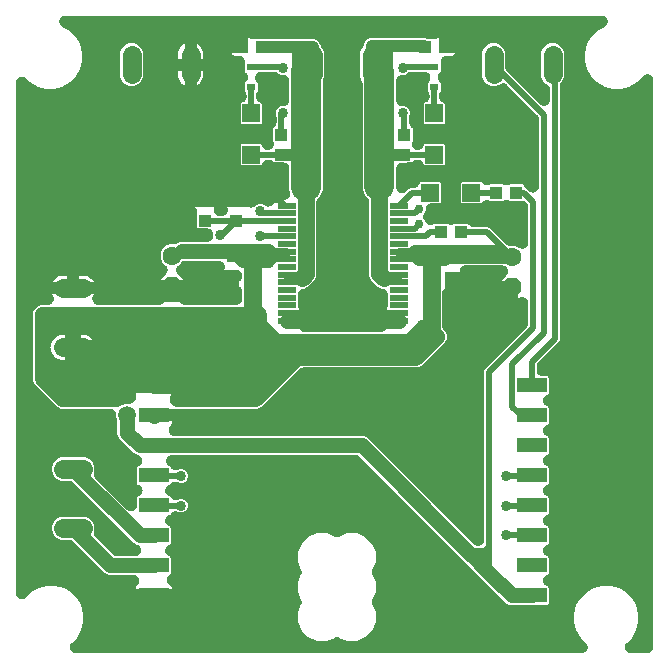
<source format=gtl>
G04 EAGLE Gerber RS-274X export*
G75*
%MOMM*%
%FSLAX34Y34*%
%LPD*%
%INTop Copper*%
%IPPOS*%
%AMOC8*
5,1,8,0,0,1.08239X$1,22.5*%
G01*
%ADD10R,1.000000X1.100000*%
%ADD11R,1.100000X1.000000*%
%ADD12C,1.600200*%
%ADD13P,1.732040X8X292.500000*%
%ADD14R,0.800000X0.600000*%
%ADD15R,1.500000X1.500000*%
%ADD16R,1.602800X0.475200*%
%ADD17R,4.445000X8.382000*%
%ADD18R,2.540000X1.270000*%
%ADD19C,1.650000*%
%ADD20C,1.270000*%
%ADD21C,0.508000*%
%ADD22C,0.609600*%
%ADD23C,1.300000*%
%ADD24C,0.304800*%
%ADD25C,1.500000*%
%ADD26C,0.856400*%
%ADD27C,0.756400*%
%ADD28C,0.500000*%
%ADD29C,0.490000*%
%ADD30C,1.500000*%
%ADD31C,2.000000*%
%ADD32C,1.006400*%
%ADD33C,1.400000*%
%ADD34C,1.016000*%
%ADD35C,2.540000*%

G36*
X489402Y10176D02*
X489402Y10176D01*
X489639Y10183D01*
X489720Y10196D01*
X489802Y10201D01*
X490034Y10245D01*
X490268Y10282D01*
X490347Y10305D01*
X490428Y10320D01*
X490653Y10393D01*
X490880Y10459D01*
X490955Y10491D01*
X491034Y10517D01*
X491248Y10617D01*
X491465Y10711D01*
X491536Y10753D01*
X491610Y10788D01*
X491810Y10914D01*
X492014Y11035D01*
X492079Y11085D01*
X492148Y11129D01*
X492331Y11280D01*
X492518Y11424D01*
X492576Y11482D01*
X492640Y11534D01*
X492802Y11707D01*
X492970Y11874D01*
X493020Y11939D01*
X493076Y11998D01*
X493215Y12190D01*
X493361Y12377D01*
X493403Y12447D01*
X493451Y12513D01*
X493565Y12721D01*
X493687Y12924D01*
X493719Y13000D01*
X493759Y13071D01*
X493846Y13291D01*
X493941Y13509D01*
X493964Y13587D01*
X493994Y13664D01*
X494053Y13893D01*
X494120Y14120D01*
X494133Y14201D01*
X494154Y14280D01*
X494184Y14515D01*
X494221Y14749D01*
X494224Y14831D01*
X494234Y14912D01*
X494235Y15149D01*
X494243Y15386D01*
X494235Y15467D01*
X494236Y15550D01*
X494206Y15785D01*
X494185Y16020D01*
X494167Y16100D01*
X494157Y16182D01*
X494099Y16411D01*
X494048Y16642D01*
X494020Y16720D01*
X494000Y16799D01*
X493913Y17020D01*
X493834Y17243D01*
X493797Y17316D01*
X493767Y17392D01*
X493653Y17600D01*
X493546Y17811D01*
X493500Y17879D01*
X493461Y17951D01*
X493322Y18143D01*
X493190Y18339D01*
X493137Y18400D01*
X493088Y18468D01*
X492910Y18658D01*
X492757Y18832D01*
X488266Y23323D01*
X484690Y29516D01*
X482839Y36424D01*
X482839Y43576D01*
X484690Y50484D01*
X488266Y56677D01*
X493323Y61734D01*
X499516Y65310D01*
X506424Y67161D01*
X513576Y67161D01*
X520484Y65310D01*
X526677Y61734D01*
X531734Y56677D01*
X535310Y50484D01*
X537161Y43576D01*
X537161Y36424D01*
X535310Y29516D01*
X531734Y23323D01*
X527243Y18832D01*
X527086Y18654D01*
X526924Y18482D01*
X526875Y18415D01*
X526821Y18354D01*
X526688Y18158D01*
X526549Y17966D01*
X526509Y17895D01*
X526463Y17827D01*
X526355Y17616D01*
X526241Y17409D01*
X526211Y17332D01*
X526174Y17259D01*
X526093Y17037D01*
X526006Y16816D01*
X525985Y16737D01*
X525957Y16660D01*
X525906Y16429D01*
X525846Y16200D01*
X525836Y16118D01*
X525818Y16038D01*
X525796Y15803D01*
X525766Y15568D01*
X525765Y15485D01*
X525758Y15404D01*
X525765Y15168D01*
X525764Y14930D01*
X525775Y14849D01*
X525777Y14767D01*
X525814Y14533D01*
X525843Y14298D01*
X525863Y14219D01*
X525876Y14138D01*
X525942Y13910D01*
X526000Y13681D01*
X526030Y13605D01*
X526053Y13526D01*
X526147Y13308D01*
X526233Y13088D01*
X526273Y13016D01*
X526305Y12941D01*
X526425Y12737D01*
X526539Y12529D01*
X526587Y12462D01*
X526629Y12392D01*
X526773Y12204D01*
X526912Y12012D01*
X526968Y11952D01*
X527018Y11888D01*
X527186Y11720D01*
X527347Y11547D01*
X527410Y11494D01*
X527468Y11436D01*
X527655Y11291D01*
X527837Y11139D01*
X527906Y11095D01*
X527971Y11045D01*
X528174Y10924D01*
X528374Y10796D01*
X528448Y10761D01*
X528519Y10719D01*
X528735Y10625D01*
X528950Y10523D01*
X529028Y10498D01*
X529103Y10465D01*
X529330Y10398D01*
X529555Y10324D01*
X529635Y10309D01*
X529714Y10286D01*
X529948Y10248D01*
X530180Y10203D01*
X530261Y10198D01*
X530343Y10185D01*
X530603Y10176D01*
X530834Y10161D01*
X544760Y10161D01*
X544915Y10170D01*
X545070Y10170D01*
X545232Y10190D01*
X545396Y10201D01*
X545548Y10230D01*
X545702Y10249D01*
X545861Y10289D01*
X546022Y10320D01*
X546169Y10368D01*
X546319Y10406D01*
X546472Y10466D01*
X546628Y10517D01*
X546768Y10582D01*
X546912Y10639D01*
X547056Y10718D01*
X547204Y10788D01*
X547335Y10870D01*
X547471Y10945D01*
X547604Y11041D01*
X547743Y11129D01*
X547862Y11227D01*
X547988Y11318D01*
X548107Y11430D01*
X548234Y11534D01*
X548340Y11647D01*
X548453Y11753D01*
X548558Y11879D01*
X548670Y11998D01*
X548762Y12124D01*
X548861Y12243D01*
X548949Y12381D01*
X549045Y12513D01*
X549120Y12649D01*
X549204Y12780D01*
X549274Y12928D01*
X549353Y13071D01*
X549410Y13215D01*
X549477Y13355D01*
X549528Y13511D01*
X549588Y13664D01*
X549627Y13814D01*
X549676Y13961D01*
X549707Y14122D01*
X549748Y14280D01*
X549767Y14434D01*
X549797Y14586D01*
X549807Y14745D01*
X549829Y14912D01*
X549829Y15081D01*
X549839Y15240D01*
X549839Y495166D01*
X549824Y495402D01*
X549817Y495639D01*
X549804Y495720D01*
X549799Y495802D01*
X549755Y496034D01*
X549718Y496268D01*
X549695Y496347D01*
X549680Y496428D01*
X549607Y496653D01*
X549541Y496880D01*
X549509Y496955D01*
X549483Y497034D01*
X549383Y497248D01*
X549289Y497465D01*
X549247Y497536D01*
X549212Y497610D01*
X549086Y497810D01*
X548965Y498014D01*
X548915Y498079D01*
X548871Y498148D01*
X548720Y498331D01*
X548576Y498518D01*
X548518Y498576D01*
X548466Y498640D01*
X548293Y498802D01*
X548126Y498970D01*
X548061Y499020D01*
X548002Y499076D01*
X547810Y499215D01*
X547623Y499361D01*
X547553Y499403D01*
X547487Y499451D01*
X547279Y499565D01*
X547076Y499687D01*
X547000Y499719D01*
X546929Y499759D01*
X546709Y499846D01*
X546491Y499941D01*
X546413Y499964D01*
X546336Y499994D01*
X546107Y500053D01*
X545880Y500120D01*
X545799Y500133D01*
X545720Y500154D01*
X545485Y500184D01*
X545251Y500221D01*
X545169Y500224D01*
X545088Y500234D01*
X544851Y500235D01*
X544614Y500243D01*
X544533Y500235D01*
X544450Y500236D01*
X544215Y500206D01*
X543980Y500185D01*
X543900Y500167D01*
X543818Y500157D01*
X543589Y500099D01*
X543358Y500048D01*
X543280Y500020D01*
X543201Y500000D01*
X542980Y499913D01*
X542757Y499834D01*
X542684Y499797D01*
X542608Y499767D01*
X542400Y499653D01*
X542189Y499546D01*
X542121Y499500D01*
X542049Y499461D01*
X541857Y499322D01*
X541661Y499190D01*
X541600Y499137D01*
X541532Y499088D01*
X541342Y498910D01*
X541168Y498757D01*
X535677Y493266D01*
X529484Y489690D01*
X522576Y487839D01*
X515424Y487839D01*
X508516Y489690D01*
X502323Y493266D01*
X497266Y498323D01*
X493690Y504516D01*
X491839Y511424D01*
X491839Y518576D01*
X493690Y525484D01*
X497266Y531677D01*
X502323Y536734D01*
X508606Y540361D01*
X508825Y540507D01*
X509048Y540649D01*
X509091Y540684D01*
X509136Y540714D01*
X509336Y540886D01*
X509540Y541054D01*
X509577Y541094D01*
X509619Y541130D01*
X509795Y541326D01*
X509976Y541518D01*
X510008Y541563D01*
X510045Y541603D01*
X510196Y541820D01*
X510351Y542034D01*
X510378Y542081D01*
X510409Y542126D01*
X510532Y542361D01*
X510659Y542591D01*
X510679Y542642D01*
X510705Y542691D01*
X510797Y542938D01*
X510894Y543184D01*
X510908Y543237D01*
X510927Y543288D01*
X510988Y543545D01*
X511054Y543800D01*
X511061Y543855D01*
X511073Y543908D01*
X511101Y544171D01*
X511135Y544432D01*
X511135Y544487D01*
X511140Y544542D01*
X511135Y544805D01*
X511136Y545070D01*
X511129Y545124D01*
X511128Y545179D01*
X511090Y545439D01*
X511057Y545702D01*
X511044Y545755D01*
X511036Y545809D01*
X510965Y546063D01*
X510900Y546319D01*
X510880Y546370D01*
X510865Y546423D01*
X510764Y546666D01*
X510667Y546912D01*
X510640Y546960D01*
X510619Y547011D01*
X510488Y547239D01*
X510361Y547471D01*
X510329Y547516D01*
X510302Y547563D01*
X510143Y547773D01*
X509988Y547988D01*
X509951Y548028D01*
X509918Y548071D01*
X509733Y548260D01*
X509553Y548453D01*
X509511Y548488D01*
X509473Y548527D01*
X509266Y548692D01*
X509063Y548861D01*
X509017Y548890D01*
X508974Y548924D01*
X508748Y549062D01*
X508526Y549204D01*
X508477Y549227D01*
X508430Y549256D01*
X508189Y549363D01*
X507951Y549477D01*
X507898Y549494D01*
X507849Y549516D01*
X507596Y549593D01*
X507345Y549676D01*
X507292Y549686D01*
X507239Y549702D01*
X506979Y549747D01*
X506720Y549797D01*
X506666Y549800D01*
X506611Y549810D01*
X506314Y549823D01*
X506066Y549839D01*
X51934Y549839D01*
X51671Y549823D01*
X51407Y549812D01*
X51353Y549803D01*
X51298Y549799D01*
X51039Y549750D01*
X50778Y549706D01*
X50726Y549690D01*
X50672Y549680D01*
X50421Y549598D01*
X50168Y549522D01*
X50118Y549500D01*
X50066Y549483D01*
X49827Y549371D01*
X49586Y549264D01*
X49539Y549236D01*
X49490Y549212D01*
X49267Y549071D01*
X49041Y548935D01*
X48998Y548901D01*
X48952Y548871D01*
X48748Y548703D01*
X48541Y548539D01*
X48502Y548500D01*
X48460Y548466D01*
X48279Y548273D01*
X48094Y548085D01*
X48061Y548041D01*
X48024Y548002D01*
X47868Y547788D01*
X47708Y547578D01*
X47681Y547531D01*
X47649Y547487D01*
X47521Y547255D01*
X47389Y547027D01*
X47367Y546976D01*
X47341Y546929D01*
X47243Y546683D01*
X47141Y546440D01*
X47126Y546387D01*
X47106Y546336D01*
X47040Y546081D01*
X46968Y545827D01*
X46960Y545772D01*
X46946Y545720D01*
X46913Y545458D01*
X46874Y545197D01*
X46872Y545142D01*
X46865Y545088D01*
X46865Y544822D01*
X46859Y544560D01*
X46864Y544505D01*
X46864Y544450D01*
X46897Y544188D01*
X46924Y543926D01*
X46936Y543873D01*
X46943Y543818D01*
X47008Y543562D01*
X47068Y543305D01*
X47087Y543254D01*
X47100Y543201D01*
X47197Y542955D01*
X47288Y542707D01*
X47313Y542659D01*
X47333Y542608D01*
X47460Y542376D01*
X47582Y542142D01*
X47613Y542097D01*
X47639Y542049D01*
X47794Y541835D01*
X47944Y541618D01*
X47980Y541577D01*
X48012Y541532D01*
X48193Y541339D01*
X48368Y541143D01*
X48410Y541107D01*
X48447Y541067D01*
X48650Y540898D01*
X48849Y540725D01*
X48894Y540695D01*
X48937Y540659D01*
X49188Y540499D01*
X49394Y540361D01*
X55677Y536734D01*
X60734Y531677D01*
X64310Y525484D01*
X66161Y518576D01*
X66161Y511424D01*
X64310Y504516D01*
X60734Y498323D01*
X55677Y493266D01*
X49484Y489690D01*
X42576Y487839D01*
X35424Y487839D01*
X28516Y489690D01*
X22323Y493266D01*
X18832Y496757D01*
X18654Y496914D01*
X18482Y497076D01*
X18415Y497125D01*
X18354Y497179D01*
X18158Y497312D01*
X17966Y497451D01*
X17895Y497491D01*
X17827Y497537D01*
X17616Y497645D01*
X17409Y497759D01*
X17332Y497789D01*
X17259Y497826D01*
X17037Y497907D01*
X16816Y497994D01*
X16737Y498015D01*
X16660Y498043D01*
X16429Y498094D01*
X16200Y498154D01*
X16118Y498164D01*
X16038Y498182D01*
X15803Y498204D01*
X15568Y498234D01*
X15485Y498235D01*
X15404Y498242D01*
X15168Y498235D01*
X14930Y498236D01*
X14849Y498225D01*
X14767Y498223D01*
X14533Y498186D01*
X14298Y498157D01*
X14219Y498137D01*
X14138Y498124D01*
X13910Y498058D01*
X13681Y498000D01*
X13604Y497970D01*
X13526Y497947D01*
X13308Y497853D01*
X13088Y497767D01*
X13016Y497727D01*
X12941Y497695D01*
X12737Y497575D01*
X12529Y497461D01*
X12462Y497413D01*
X12392Y497371D01*
X12204Y497227D01*
X12012Y497088D01*
X11952Y497032D01*
X11888Y496982D01*
X11720Y496814D01*
X11547Y496653D01*
X11494Y496590D01*
X11436Y496532D01*
X11291Y496345D01*
X11139Y496163D01*
X11095Y496094D01*
X11045Y496029D01*
X10924Y495826D01*
X10796Y495626D01*
X10761Y495552D01*
X10719Y495481D01*
X10625Y495265D01*
X10523Y495050D01*
X10498Y494972D01*
X10465Y494897D01*
X10398Y494670D01*
X10324Y494445D01*
X10309Y494365D01*
X10286Y494286D01*
X10248Y494052D01*
X10203Y493820D01*
X10198Y493739D01*
X10185Y493657D01*
X10176Y493397D01*
X10161Y493166D01*
X10161Y60834D01*
X10170Y60683D01*
X10170Y60644D01*
X10175Y60602D01*
X10176Y60597D01*
X10183Y60361D01*
X10196Y60280D01*
X10201Y60198D01*
X10245Y59966D01*
X10282Y59732D01*
X10305Y59653D01*
X10320Y59572D01*
X10393Y59347D01*
X10459Y59120D01*
X10491Y59045D01*
X10517Y58966D01*
X10617Y58752D01*
X10711Y58535D01*
X10753Y58464D01*
X10788Y58390D01*
X10914Y58190D01*
X11035Y57986D01*
X11085Y57921D01*
X11129Y57852D01*
X11280Y57669D01*
X11424Y57482D01*
X11482Y57424D01*
X11534Y57360D01*
X11707Y57198D01*
X11874Y57030D01*
X11939Y56980D01*
X11998Y56924D01*
X12190Y56785D01*
X12377Y56639D01*
X12447Y56597D01*
X12513Y56549D01*
X12721Y56435D01*
X12924Y56313D01*
X13000Y56281D01*
X13071Y56241D01*
X13291Y56154D01*
X13509Y56059D01*
X13587Y56036D01*
X13664Y56006D01*
X13893Y55947D01*
X14120Y55880D01*
X14201Y55867D01*
X14280Y55846D01*
X14515Y55816D01*
X14749Y55779D01*
X14831Y55776D01*
X14912Y55766D01*
X15149Y55765D01*
X15386Y55757D01*
X15467Y55765D01*
X15550Y55764D01*
X15785Y55794D01*
X16020Y55815D01*
X16100Y55833D01*
X16182Y55843D01*
X16411Y55901D01*
X16642Y55952D01*
X16720Y55980D01*
X16799Y56000D01*
X17020Y56087D01*
X17243Y56166D01*
X17316Y56203D01*
X17392Y56233D01*
X17600Y56347D01*
X17811Y56454D01*
X17879Y56500D01*
X17951Y56539D01*
X18143Y56678D01*
X18339Y56810D01*
X18400Y56863D01*
X18468Y56912D01*
X18658Y57090D01*
X18832Y57243D01*
X23323Y61734D01*
X29516Y65310D01*
X36424Y67161D01*
X43576Y67161D01*
X50484Y65310D01*
X56677Y61734D01*
X61734Y56677D01*
X65310Y50484D01*
X67161Y43576D01*
X67161Y36424D01*
X65310Y29516D01*
X61734Y23323D01*
X57243Y18832D01*
X57086Y18654D01*
X56924Y18482D01*
X56875Y18415D01*
X56821Y18354D01*
X56688Y18158D01*
X56549Y17966D01*
X56509Y17895D01*
X56463Y17827D01*
X56355Y17616D01*
X56241Y17409D01*
X56211Y17332D01*
X56174Y17259D01*
X56093Y17037D01*
X56006Y16816D01*
X55985Y16737D01*
X55957Y16660D01*
X55906Y16429D01*
X55846Y16200D01*
X55836Y16118D01*
X55818Y16038D01*
X55796Y15803D01*
X55766Y15568D01*
X55765Y15485D01*
X55758Y15404D01*
X55765Y15168D01*
X55764Y14930D01*
X55775Y14849D01*
X55777Y14767D01*
X55814Y14533D01*
X55843Y14298D01*
X55863Y14219D01*
X55876Y14138D01*
X55942Y13910D01*
X56000Y13681D01*
X56030Y13605D01*
X56053Y13526D01*
X56147Y13308D01*
X56233Y13088D01*
X56273Y13016D01*
X56305Y12941D01*
X56425Y12737D01*
X56539Y12529D01*
X56587Y12462D01*
X56629Y12392D01*
X56773Y12204D01*
X56912Y12012D01*
X56968Y11952D01*
X57018Y11888D01*
X57186Y11720D01*
X57347Y11547D01*
X57410Y11494D01*
X57468Y11436D01*
X57655Y11291D01*
X57837Y11139D01*
X57906Y11095D01*
X57971Y11045D01*
X58174Y10924D01*
X58374Y10796D01*
X58448Y10761D01*
X58519Y10719D01*
X58735Y10625D01*
X58950Y10523D01*
X59028Y10498D01*
X59103Y10465D01*
X59330Y10398D01*
X59555Y10324D01*
X59635Y10309D01*
X59714Y10286D01*
X59948Y10248D01*
X60180Y10203D01*
X60261Y10198D01*
X60343Y10185D01*
X60603Y10176D01*
X60834Y10161D01*
X489166Y10161D01*
X489402Y10176D01*
G37*
%LPC*%
G36*
X428284Y50885D02*
X428284Y50885D01*
X425334Y52107D01*
X422363Y55079D01*
X408064Y69378D01*
X301044Y176398D01*
X300989Y176446D01*
X300939Y176499D01*
X300750Y176657D01*
X300566Y176819D01*
X300505Y176860D01*
X300449Y176907D01*
X300242Y177039D01*
X300039Y177177D01*
X299974Y177210D01*
X299912Y177250D01*
X299690Y177355D01*
X299471Y177467D01*
X299403Y177491D01*
X299337Y177523D01*
X299103Y177599D01*
X298872Y177683D01*
X298801Y177699D01*
X298731Y177722D01*
X298490Y177768D01*
X298250Y177822D01*
X298178Y177829D01*
X298106Y177843D01*
X297875Y177858D01*
X297616Y177883D01*
X297533Y177880D01*
X297452Y177885D01*
X142482Y177885D01*
X142205Y177868D01*
X141928Y177855D01*
X141887Y177848D01*
X141846Y177845D01*
X141574Y177793D01*
X141300Y177746D01*
X141260Y177734D01*
X141220Y177726D01*
X140956Y177640D01*
X140691Y177559D01*
X140653Y177542D01*
X140614Y177529D01*
X140363Y177411D01*
X140110Y177297D01*
X140075Y177276D01*
X140038Y177258D01*
X139803Y177110D01*
X139566Y176965D01*
X139534Y176939D01*
X139499Y176917D01*
X139285Y176741D01*
X139068Y176567D01*
X139040Y176538D01*
X139008Y176512D01*
X138818Y176310D01*
X138624Y176110D01*
X138600Y176077D01*
X138572Y176048D01*
X138408Y175823D01*
X138241Y175601D01*
X138221Y175566D01*
X138197Y175533D01*
X138062Y175289D01*
X137925Y175048D01*
X137909Y175010D01*
X137889Y174975D01*
X137787Y174717D01*
X137680Y174460D01*
X137669Y174420D01*
X137654Y174382D01*
X137584Y174114D01*
X137510Y173846D01*
X137505Y173805D01*
X137494Y173766D01*
X137459Y173489D01*
X137419Y173215D01*
X137419Y173175D01*
X137413Y173134D01*
X137413Y172856D01*
X137408Y172578D01*
X137412Y172537D01*
X137412Y172496D01*
X137446Y172221D01*
X137476Y171945D01*
X137486Y171905D01*
X137491Y171864D01*
X137559Y171596D01*
X137624Y171325D01*
X137638Y171286D01*
X137648Y171247D01*
X137750Y170989D01*
X137847Y170728D01*
X137866Y170692D01*
X137881Y170654D01*
X138015Y170410D01*
X138144Y170164D01*
X138167Y170131D01*
X138187Y170095D01*
X138350Y169869D01*
X138509Y169642D01*
X138536Y169612D01*
X138560Y169578D01*
X138749Y169376D01*
X138936Y169170D01*
X138967Y169143D01*
X138995Y169113D01*
X139208Y168936D01*
X139419Y168754D01*
X139453Y168731D01*
X139485Y168705D01*
X139719Y168556D01*
X139950Y168403D01*
X139987Y168385D01*
X140022Y168362D01*
X140314Y168224D01*
X140429Y168167D01*
X140890Y167706D01*
X140901Y167679D01*
X140982Y167537D01*
X141054Y167389D01*
X141139Y167260D01*
X141216Y167125D01*
X141314Y166994D01*
X141404Y166857D01*
X141505Y166739D01*
X141597Y166615D01*
X141711Y166497D01*
X141818Y166372D01*
X141932Y166268D01*
X142040Y166156D01*
X142167Y166054D01*
X142289Y165943D01*
X142415Y165854D01*
X142536Y165757D01*
X142676Y165671D01*
X142810Y165576D01*
X142947Y165504D01*
X143078Y165422D01*
X143228Y165355D01*
X143373Y165278D01*
X143517Y165223D01*
X143658Y165159D01*
X143815Y165110D01*
X143968Y165052D01*
X144119Y165016D01*
X144267Y164970D01*
X144428Y164941D01*
X144588Y164903D01*
X144742Y164885D01*
X144894Y164858D01*
X145058Y164850D01*
X145221Y164832D01*
X145376Y164834D01*
X145531Y164826D01*
X145694Y164839D01*
X145858Y164841D01*
X146011Y164863D01*
X146166Y164874D01*
X146326Y164907D01*
X146489Y164930D01*
X146639Y164971D01*
X146790Y165001D01*
X146941Y165053D01*
X147104Y165097D01*
X147260Y165161D01*
X147410Y165213D01*
X148845Y165807D01*
X151155Y165807D01*
X153289Y164923D01*
X154923Y163289D01*
X155807Y161155D01*
X155807Y158845D01*
X154923Y156711D01*
X153289Y155077D01*
X151155Y154193D01*
X148845Y154193D01*
X146977Y154967D01*
X146869Y155004D01*
X146765Y155049D01*
X146569Y155107D01*
X146375Y155173D01*
X146263Y155196D01*
X146154Y155228D01*
X145952Y155261D01*
X145751Y155303D01*
X145637Y155312D01*
X145525Y155330D01*
X145320Y155337D01*
X145116Y155353D01*
X145002Y155348D01*
X144888Y155351D01*
X144684Y155333D01*
X144479Y155323D01*
X144367Y155304D01*
X144253Y155293D01*
X144053Y155249D01*
X143851Y155214D01*
X143743Y155181D01*
X143631Y155156D01*
X143438Y155087D01*
X143242Y155027D01*
X143138Y154980D01*
X143031Y154942D01*
X142848Y154850D01*
X142661Y154765D01*
X142564Y154706D01*
X142462Y154655D01*
X142293Y154540D01*
X142118Y154433D01*
X142029Y154362D01*
X141934Y154298D01*
X141786Y154168D01*
X141620Y154035D01*
X141532Y153945D01*
X141442Y153866D01*
X140444Y152867D01*
X139563Y152503D01*
X139350Y152398D01*
X139134Y152301D01*
X139065Y152258D01*
X138991Y152222D01*
X138793Y152092D01*
X138591Y151969D01*
X138527Y151918D01*
X138458Y151873D01*
X138278Y151719D01*
X138093Y151571D01*
X138036Y151512D01*
X137974Y151459D01*
X137814Y151284D01*
X137649Y151114D01*
X137600Y151049D01*
X137545Y150988D01*
X137408Y150794D01*
X137266Y150605D01*
X137225Y150534D01*
X137178Y150467D01*
X137067Y150258D01*
X136949Y150052D01*
X136918Y149977D01*
X136879Y149904D01*
X136795Y149683D01*
X136704Y149464D01*
X136683Y149385D01*
X136654Y149308D01*
X136598Y149078D01*
X136535Y148850D01*
X136523Y148769D01*
X136504Y148689D01*
X136478Y148453D01*
X136444Y148219D01*
X136443Y148137D01*
X136433Y148056D01*
X136437Y147819D01*
X136433Y147582D01*
X136441Y147501D01*
X136443Y147419D01*
X136476Y147184D01*
X136501Y146949D01*
X136520Y146869D01*
X136531Y146788D01*
X136593Y146560D01*
X136648Y146329D01*
X136677Y146252D01*
X136699Y146173D01*
X136789Y145954D01*
X136872Y145732D01*
X136910Y145660D01*
X136941Y145584D01*
X137058Y145378D01*
X137168Y145168D01*
X137215Y145101D01*
X137256Y145030D01*
X137398Y144840D01*
X137533Y144646D01*
X137588Y144585D01*
X137637Y144520D01*
X137802Y144349D01*
X137961Y144174D01*
X138023Y144120D01*
X138080Y144061D01*
X138264Y143913D01*
X138444Y143758D01*
X138512Y143713D01*
X138576Y143661D01*
X138777Y143538D01*
X138975Y143407D01*
X139048Y143371D01*
X139119Y143327D01*
X139355Y143220D01*
X139563Y143117D01*
X140444Y142753D01*
X141002Y142195D01*
X141075Y142066D01*
X141173Y141935D01*
X141263Y141798D01*
X141363Y141680D01*
X141456Y141556D01*
X141570Y141438D01*
X141676Y141313D01*
X141791Y141209D01*
X141898Y141098D01*
X142026Y140995D01*
X142147Y140884D01*
X142274Y140795D01*
X142395Y140698D01*
X142534Y140612D01*
X142668Y140518D01*
X142805Y140445D01*
X142937Y140364D01*
X143086Y140296D01*
X143231Y140219D01*
X143376Y140164D01*
X143517Y140100D01*
X143674Y140052D01*
X143827Y139993D01*
X143978Y139957D01*
X144126Y139911D01*
X144287Y139882D01*
X144446Y139844D01*
X144601Y139827D01*
X144753Y139800D01*
X144916Y139791D01*
X145080Y139773D01*
X145235Y139775D01*
X145389Y139768D01*
X145553Y139780D01*
X145717Y139782D01*
X145870Y139804D01*
X146025Y139816D01*
X146185Y139848D01*
X146348Y139871D01*
X146497Y139912D01*
X146649Y139943D01*
X146800Y139994D01*
X146962Y140038D01*
X147119Y140103D01*
X147269Y140154D01*
X148845Y140807D01*
X151155Y140807D01*
X153289Y139923D01*
X154923Y138289D01*
X155807Y136155D01*
X155807Y133845D01*
X154923Y131711D01*
X153289Y130077D01*
X151155Y129193D01*
X148845Y129193D01*
X147191Y129878D01*
X147045Y129928D01*
X146902Y129988D01*
X146744Y130031D01*
X146589Y130085D01*
X146437Y130116D01*
X146288Y130157D01*
X146125Y130181D01*
X145965Y130214D01*
X145810Y130226D01*
X145657Y130248D01*
X145493Y130251D01*
X145330Y130264D01*
X145175Y130257D01*
X145020Y130260D01*
X144857Y130242D01*
X144693Y130235D01*
X144540Y130208D01*
X144386Y130191D01*
X144227Y130153D01*
X144065Y130125D01*
X143917Y130080D01*
X143767Y130044D01*
X143613Y129987D01*
X143456Y129939D01*
X143315Y129875D01*
X143170Y129821D01*
X143025Y129744D01*
X142875Y129677D01*
X142743Y129596D01*
X142606Y129524D01*
X142472Y129430D01*
X142332Y129345D01*
X142210Y129248D01*
X142084Y129159D01*
X141962Y129049D01*
X141834Y128947D01*
X141726Y128835D01*
X141611Y128732D01*
X141505Y128608D01*
X141390Y128490D01*
X141297Y128366D01*
X141196Y128249D01*
X141139Y128162D01*
X140444Y127467D01*
X139563Y127103D01*
X139350Y126998D01*
X139135Y126901D01*
X139065Y126859D01*
X138991Y126822D01*
X138793Y126692D01*
X138591Y126569D01*
X138527Y126518D01*
X138458Y126473D01*
X138278Y126319D01*
X138093Y126171D01*
X138036Y126112D01*
X137974Y126059D01*
X137814Y125884D01*
X137649Y125714D01*
X137600Y125649D01*
X137545Y125588D01*
X137408Y125395D01*
X137266Y125205D01*
X137225Y125134D01*
X137178Y125067D01*
X137067Y124858D01*
X136949Y124652D01*
X136918Y124577D01*
X136879Y124504D01*
X136795Y124283D01*
X136704Y124064D01*
X136683Y123985D01*
X136654Y123908D01*
X136598Y123678D01*
X136535Y123450D01*
X136523Y123369D01*
X136504Y123289D01*
X136478Y123053D01*
X136444Y122819D01*
X136443Y122738D01*
X136433Y122656D01*
X136437Y122419D01*
X136433Y122182D01*
X136441Y122101D01*
X136443Y122019D01*
X136476Y121784D01*
X136501Y121549D01*
X136520Y121469D01*
X136531Y121388D01*
X136594Y121159D01*
X136648Y120929D01*
X136677Y120852D01*
X136699Y120773D01*
X136789Y120554D01*
X136872Y120332D01*
X136910Y120260D01*
X136941Y120184D01*
X137058Y119978D01*
X137168Y119769D01*
X137215Y119701D01*
X137256Y119630D01*
X137397Y119441D01*
X137533Y119246D01*
X137588Y119185D01*
X137637Y119120D01*
X137802Y118949D01*
X137961Y118774D01*
X138023Y118720D01*
X138080Y118661D01*
X138264Y118513D01*
X138444Y118358D01*
X138512Y118313D01*
X138576Y118262D01*
X138777Y118138D01*
X138975Y118007D01*
X139047Y117971D01*
X139118Y117927D01*
X139355Y117820D01*
X139563Y117717D01*
X140444Y117353D01*
X140873Y116924D01*
X141105Y116363D01*
X141105Y103057D01*
X140873Y102496D01*
X140444Y102067D01*
X139563Y101703D01*
X139350Y101598D01*
X139134Y101501D01*
X139065Y101458D01*
X138991Y101422D01*
X138793Y101292D01*
X138591Y101169D01*
X138527Y101118D01*
X138458Y101073D01*
X138278Y100919D01*
X138093Y100771D01*
X138036Y100712D01*
X137974Y100659D01*
X137814Y100484D01*
X137649Y100314D01*
X137600Y100249D01*
X137545Y100188D01*
X137408Y99994D01*
X137266Y99805D01*
X137225Y99734D01*
X137178Y99667D01*
X137067Y99458D01*
X136949Y99252D01*
X136918Y99177D01*
X136879Y99104D01*
X136795Y98883D01*
X136704Y98664D01*
X136683Y98585D01*
X136654Y98508D01*
X136598Y98278D01*
X136535Y98050D01*
X136523Y97969D01*
X136504Y97889D01*
X136478Y97653D01*
X136444Y97419D01*
X136443Y97337D01*
X136433Y97256D01*
X136437Y97019D01*
X136433Y96782D01*
X136441Y96701D01*
X136443Y96619D01*
X136476Y96384D01*
X136501Y96149D01*
X136520Y96069D01*
X136531Y95988D01*
X136593Y95760D01*
X136648Y95529D01*
X136677Y95452D01*
X136699Y95373D01*
X136789Y95154D01*
X136872Y94932D01*
X136910Y94860D01*
X136941Y94784D01*
X137058Y94578D01*
X137168Y94368D01*
X137215Y94301D01*
X137256Y94230D01*
X137398Y94040D01*
X137533Y93846D01*
X137588Y93785D01*
X137637Y93720D01*
X137802Y93549D01*
X137961Y93374D01*
X138023Y93320D01*
X138080Y93261D01*
X138264Y93113D01*
X138444Y92958D01*
X138512Y92913D01*
X138576Y92861D01*
X138777Y92738D01*
X138975Y92607D01*
X139048Y92571D01*
X139119Y92527D01*
X139355Y92420D01*
X139563Y92317D01*
X140444Y91953D01*
X140873Y91524D01*
X141105Y90963D01*
X141105Y77657D01*
X140873Y77096D01*
X140378Y76601D01*
X140318Y76572D01*
X140121Y76443D01*
X139918Y76319D01*
X139854Y76267D01*
X139786Y76223D01*
X139606Y76069D01*
X139421Y75921D01*
X139363Y75862D01*
X139301Y75809D01*
X139142Y75634D01*
X138977Y75464D01*
X138927Y75398D01*
X138872Y75338D01*
X138735Y75144D01*
X138593Y74955D01*
X138553Y74884D01*
X138505Y74817D01*
X138394Y74607D01*
X138277Y74402D01*
X138245Y74327D01*
X138207Y74254D01*
X138123Y74032D01*
X138032Y73814D01*
X138010Y73735D01*
X137981Y73658D01*
X137925Y73428D01*
X137863Y73200D01*
X137851Y73119D01*
X137832Y73039D01*
X137805Y72804D01*
X137771Y72569D01*
X137770Y72487D01*
X137761Y72406D01*
X137764Y72169D01*
X137760Y71932D01*
X137769Y71851D01*
X137770Y71769D01*
X137803Y71534D01*
X137829Y71299D01*
X137847Y71219D01*
X137859Y71138D01*
X137921Y70910D01*
X137976Y70679D01*
X138005Y70602D01*
X138026Y70523D01*
X138116Y70304D01*
X138199Y70082D01*
X138238Y70010D01*
X138269Y69934D01*
X138386Y69728D01*
X138496Y69518D01*
X138543Y69451D01*
X138583Y69380D01*
X138725Y69190D01*
X138861Y68996D01*
X138916Y68935D01*
X138965Y68870D01*
X139129Y68699D01*
X139288Y68523D01*
X139350Y68470D01*
X139407Y68411D01*
X139592Y68262D01*
X139771Y68108D01*
X139840Y68063D01*
X139903Y68011D01*
X140105Y67887D01*
X140303Y67756D01*
X140375Y67721D01*
X140446Y67677D01*
X140683Y67569D01*
X140736Y67543D01*
X141200Y67233D01*
X141553Y66880D01*
X141832Y66463D01*
X142023Y66001D01*
X142121Y65510D01*
X142121Y63989D01*
X126880Y63989D01*
X111639Y63989D01*
X111639Y65510D01*
X111737Y66001D01*
X111928Y66463D01*
X112207Y66880D01*
X112577Y67250D01*
X112741Y67385D01*
X112916Y67519D01*
X112986Y67588D01*
X113062Y67650D01*
X113213Y67811D01*
X113370Y67966D01*
X113431Y68043D01*
X113498Y68114D01*
X113628Y68293D01*
X113765Y68466D01*
X113815Y68550D01*
X113873Y68630D01*
X113980Y68823D01*
X114094Y69012D01*
X114133Y69102D01*
X114181Y69187D01*
X114262Y69392D01*
X114352Y69594D01*
X114380Y69688D01*
X114416Y69780D01*
X114471Y69993D01*
X114535Y70205D01*
X114551Y70301D01*
X114576Y70396D01*
X114604Y70615D01*
X114640Y70833D01*
X114644Y70931D01*
X114656Y71028D01*
X114657Y71249D01*
X114666Y71470D01*
X114657Y71567D01*
X114658Y71666D01*
X114630Y71885D01*
X114612Y72104D01*
X114591Y72200D01*
X114579Y72298D01*
X114524Y72512D01*
X114478Y72727D01*
X114446Y72820D01*
X114422Y72915D01*
X114341Y73120D01*
X114268Y73329D01*
X114225Y73417D01*
X114189Y73508D01*
X114082Y73702D01*
X113984Y73899D01*
X113930Y73981D01*
X113883Y74067D01*
X113753Y74246D01*
X113631Y74430D01*
X113567Y74504D01*
X113510Y74584D01*
X113359Y74745D01*
X113215Y74912D01*
X113142Y74978D01*
X113075Y75049D01*
X112905Y75190D01*
X112741Y75338D01*
X112660Y75394D01*
X112585Y75457D01*
X112399Y75575D01*
X112218Y75701D01*
X112131Y75747D01*
X112048Y75800D01*
X111848Y75894D01*
X111653Y75996D01*
X111561Y76031D01*
X111472Y76073D01*
X111263Y76142D01*
X111056Y76218D01*
X110960Y76241D01*
X110867Y76272D01*
X110650Y76314D01*
X110436Y76364D01*
X110338Y76374D01*
X110242Y76393D01*
X110031Y76407D01*
X109802Y76431D01*
X109693Y76428D01*
X109588Y76435D01*
X88624Y76435D01*
X85729Y77634D01*
X58626Y104738D01*
X58571Y104786D01*
X58521Y104839D01*
X58332Y104997D01*
X58148Y105159D01*
X58088Y105200D01*
X58032Y105247D01*
X57825Y105379D01*
X57621Y105517D01*
X57556Y105550D01*
X57495Y105590D01*
X57272Y105695D01*
X57054Y105807D01*
X56985Y105831D01*
X56919Y105863D01*
X56685Y105940D01*
X56454Y106023D01*
X56383Y106039D01*
X56314Y106062D01*
X56072Y106108D01*
X55832Y106162D01*
X55760Y106169D01*
X55688Y106183D01*
X55457Y106198D01*
X55198Y106223D01*
X55115Y106220D01*
X55034Y106225D01*
X48306Y106225D01*
X44713Y107713D01*
X41963Y110463D01*
X40475Y114056D01*
X40475Y117944D01*
X41963Y121537D01*
X44713Y124287D01*
X48306Y125775D01*
X68694Y125775D01*
X72287Y124287D01*
X75037Y121537D01*
X76525Y117944D01*
X76525Y114056D01*
X76375Y113695D01*
X76339Y113587D01*
X76293Y113483D01*
X76247Y113325D01*
X76246Y113322D01*
X76243Y113313D01*
X76235Y113287D01*
X76169Y113093D01*
X76146Y112981D01*
X76114Y112872D01*
X76089Y112714D01*
X76086Y112705D01*
X76083Y112678D01*
X76081Y112670D01*
X76040Y112469D01*
X76031Y112355D01*
X76013Y112243D01*
X76007Y112090D01*
X76005Y112073D01*
X76005Y112033D01*
X75989Y111834D01*
X75995Y111720D01*
X75991Y111606D01*
X76004Y111461D01*
X76004Y111436D01*
X76010Y111387D01*
X76019Y111197D01*
X76039Y111085D01*
X76049Y110971D01*
X76079Y110837D01*
X76083Y110804D01*
X76098Y110745D01*
X76128Y110569D01*
X76162Y110460D01*
X76186Y110349D01*
X76229Y110229D01*
X76240Y110187D01*
X76266Y110119D01*
X76315Y109960D01*
X76362Y109856D01*
X76400Y109749D01*
X76453Y109644D01*
X76473Y109594D01*
X76514Y109519D01*
X76577Y109379D01*
X76636Y109282D01*
X76688Y109180D01*
X76748Y109092D01*
X76779Y109035D01*
X76836Y108955D01*
X76909Y108836D01*
X76980Y108747D01*
X77044Y108652D01*
X77107Y108581D01*
X77152Y108518D01*
X77228Y108437D01*
X77307Y108338D01*
X77397Y108250D01*
X77477Y108160D01*
X91964Y93672D01*
X92019Y93624D01*
X92069Y93571D01*
X92258Y93414D01*
X92442Y93251D01*
X92503Y93210D01*
X92559Y93163D01*
X92765Y93031D01*
X92969Y92893D01*
X93034Y92860D01*
X93095Y92820D01*
X93317Y92715D01*
X93537Y92603D01*
X93605Y92579D01*
X93671Y92547D01*
X93905Y92471D01*
X94136Y92387D01*
X94207Y92371D01*
X94276Y92348D01*
X94518Y92302D01*
X94758Y92248D01*
X94830Y92241D01*
X94902Y92227D01*
X95133Y92212D01*
X95392Y92187D01*
X95475Y92190D01*
X95556Y92185D01*
X110987Y92185D01*
X111264Y92202D01*
X111542Y92215D01*
X111582Y92222D01*
X111623Y92225D01*
X111896Y92277D01*
X112169Y92324D01*
X112208Y92336D01*
X112249Y92344D01*
X112513Y92430D01*
X112778Y92511D01*
X112816Y92528D01*
X112855Y92541D01*
X113107Y92659D01*
X113359Y92773D01*
X113394Y92794D01*
X113431Y92812D01*
X113666Y92960D01*
X113903Y93105D01*
X113935Y93131D01*
X113970Y93153D01*
X114184Y93330D01*
X114401Y93503D01*
X114429Y93532D01*
X114461Y93558D01*
X114652Y93761D01*
X114845Y93960D01*
X114869Y93992D01*
X114897Y94022D01*
X115061Y94247D01*
X115228Y94469D01*
X115248Y94504D01*
X115272Y94537D01*
X115406Y94780D01*
X115544Y95022D01*
X115560Y95060D01*
X115580Y95095D01*
X115683Y95354D01*
X115789Y95610D01*
X115800Y95649D01*
X115815Y95688D01*
X115885Y95957D01*
X115959Y96224D01*
X115965Y96265D01*
X115975Y96304D01*
X116010Y96581D01*
X116050Y96855D01*
X116050Y96895D01*
X116056Y96936D01*
X116056Y97214D01*
X116061Y97492D01*
X116057Y97533D01*
X116057Y97574D01*
X116023Y97849D01*
X115993Y98125D01*
X115983Y98165D01*
X115978Y98206D01*
X115910Y98475D01*
X115846Y98745D01*
X115831Y98784D01*
X115821Y98823D01*
X115719Y99082D01*
X115622Y99342D01*
X115603Y99378D01*
X115588Y99416D01*
X115454Y99661D01*
X115325Y99906D01*
X115302Y99939D01*
X115282Y99975D01*
X115119Y100201D01*
X114960Y100428D01*
X114933Y100458D01*
X114909Y100492D01*
X114719Y100695D01*
X114533Y100900D01*
X114502Y100927D01*
X114474Y100957D01*
X114260Y101135D01*
X114050Y101316D01*
X114016Y101338D01*
X113984Y101365D01*
X113750Y101514D01*
X113519Y101667D01*
X113482Y101685D01*
X113447Y101708D01*
X113156Y101846D01*
X112931Y101957D01*
X110329Y103034D01*
X58626Y154738D01*
X58571Y154786D01*
X58521Y154839D01*
X58332Y154997D01*
X58148Y155159D01*
X58088Y155200D01*
X58032Y155247D01*
X57825Y155379D01*
X57621Y155517D01*
X57556Y155550D01*
X57495Y155590D01*
X57273Y155695D01*
X57054Y155807D01*
X56985Y155831D01*
X56919Y155863D01*
X56685Y155939D01*
X56454Y156023D01*
X56383Y156039D01*
X56314Y156062D01*
X56072Y156108D01*
X55832Y156162D01*
X55760Y156169D01*
X55688Y156183D01*
X55457Y156198D01*
X55198Y156223D01*
X55115Y156220D01*
X55034Y156225D01*
X48306Y156225D01*
X44713Y157713D01*
X41963Y160463D01*
X40475Y164056D01*
X40475Y167944D01*
X41963Y171537D01*
X44713Y174287D01*
X48306Y175775D01*
X68694Y175775D01*
X72287Y174287D01*
X75037Y171537D01*
X76525Y167944D01*
X76525Y164056D01*
X76375Y163695D01*
X76339Y163588D01*
X76293Y163483D01*
X76235Y163287D01*
X76169Y163093D01*
X76146Y162981D01*
X76114Y162872D01*
X76081Y162670D01*
X76040Y162469D01*
X76031Y162355D01*
X76013Y162243D01*
X76006Y162038D01*
X75989Y161834D01*
X75995Y161720D01*
X75991Y161606D01*
X76010Y161402D01*
X76019Y161197D01*
X76039Y161085D01*
X76049Y160971D01*
X76093Y160772D01*
X76128Y160569D01*
X76162Y160460D01*
X76186Y160349D01*
X76255Y160156D01*
X76315Y159960D01*
X76362Y159856D01*
X76400Y159749D01*
X76493Y159566D01*
X76577Y159379D01*
X76636Y159282D01*
X76688Y159180D01*
X76802Y159011D01*
X76909Y158836D01*
X76980Y158747D01*
X77044Y158652D01*
X77174Y158504D01*
X77307Y158338D01*
X77397Y158250D01*
X77477Y158160D01*
X103984Y131652D01*
X104162Y131496D01*
X104334Y131333D01*
X104401Y131285D01*
X104462Y131231D01*
X104658Y131098D01*
X104850Y130958D01*
X104921Y130919D01*
X104989Y130872D01*
X105200Y130765D01*
X105407Y130651D01*
X105484Y130620D01*
X105557Y130583D01*
X105780Y130503D01*
X106000Y130415D01*
X106079Y130395D01*
X106156Y130367D01*
X106387Y130315D01*
X106616Y130256D01*
X106698Y130245D01*
X106778Y130228D01*
X107013Y130205D01*
X107248Y130175D01*
X107331Y130175D01*
X107412Y130167D01*
X107648Y130174D01*
X107886Y130174D01*
X107967Y130184D01*
X108049Y130186D01*
X108283Y130223D01*
X108518Y130252D01*
X108597Y130273D01*
X108678Y130285D01*
X108906Y130351D01*
X109135Y130410D01*
X109211Y130440D01*
X109290Y130462D01*
X109508Y130556D01*
X109728Y130643D01*
X109800Y130682D01*
X109875Y130715D01*
X110079Y130835D01*
X110287Y130949D01*
X110354Y130997D01*
X110424Y131038D01*
X110612Y131183D01*
X110804Y131322D01*
X110863Y131378D01*
X110928Y131428D01*
X111096Y131595D01*
X111269Y131757D01*
X111322Y131820D01*
X111380Y131878D01*
X111525Y132064D01*
X111677Y132246D01*
X111721Y132315D01*
X111771Y132380D01*
X111892Y132584D01*
X112020Y132783D01*
X112055Y132858D01*
X112097Y132928D01*
X112191Y133145D01*
X112293Y133359D01*
X112318Y133437D01*
X112351Y133512D01*
X112418Y133739D01*
X112492Y133964D01*
X112507Y134045D01*
X112530Y134124D01*
X112568Y134357D01*
X112613Y134590D01*
X112618Y134670D01*
X112631Y134753D01*
X112640Y135013D01*
X112655Y135244D01*
X112655Y141763D01*
X112887Y142324D01*
X113316Y142753D01*
X114197Y143117D01*
X114410Y143222D01*
X114625Y143319D01*
X114695Y143361D01*
X114769Y143398D01*
X114967Y143528D01*
X115169Y143651D01*
X115233Y143702D01*
X115302Y143747D01*
X115482Y143901D01*
X115667Y144049D01*
X115724Y144108D01*
X115786Y144161D01*
X115946Y144336D01*
X116111Y144506D01*
X116160Y144571D01*
X116215Y144632D01*
X116352Y144825D01*
X116494Y145015D01*
X116535Y145086D01*
X116582Y145153D01*
X116693Y145362D01*
X116811Y145568D01*
X116842Y145643D01*
X116881Y145716D01*
X116965Y145937D01*
X117056Y146156D01*
X117077Y146235D01*
X117106Y146312D01*
X117162Y146542D01*
X117225Y146770D01*
X117237Y146851D01*
X117256Y146931D01*
X117282Y147167D01*
X117316Y147401D01*
X117317Y147482D01*
X117327Y147564D01*
X117323Y147801D01*
X117327Y148038D01*
X117319Y148119D01*
X117317Y148201D01*
X117284Y148436D01*
X117259Y148671D01*
X117240Y148751D01*
X117229Y148832D01*
X117166Y149061D01*
X117112Y149291D01*
X117083Y149368D01*
X117061Y149447D01*
X116971Y149666D01*
X116888Y149888D01*
X116850Y149960D01*
X116819Y150036D01*
X116702Y150242D01*
X116592Y150451D01*
X116545Y150519D01*
X116504Y150590D01*
X116363Y150779D01*
X116227Y150974D01*
X116172Y151035D01*
X116123Y151100D01*
X115958Y151271D01*
X115799Y151446D01*
X115737Y151500D01*
X115680Y151559D01*
X115496Y151707D01*
X115316Y151862D01*
X115248Y151907D01*
X115184Y151958D01*
X114983Y152082D01*
X114785Y152213D01*
X114713Y152249D01*
X114642Y152293D01*
X114405Y152400D01*
X114197Y152503D01*
X113316Y152867D01*
X112887Y153296D01*
X112655Y153857D01*
X112655Y167163D01*
X112887Y167724D01*
X113316Y168153D01*
X113915Y168401D01*
X114128Y168505D01*
X114344Y168602D01*
X114414Y168645D01*
X114488Y168681D01*
X114686Y168811D01*
X114888Y168934D01*
X114952Y168986D01*
X115020Y169031D01*
X115200Y169184D01*
X115385Y169332D01*
X115442Y169391D01*
X115505Y169444D01*
X115664Y169620D01*
X115829Y169789D01*
X115879Y169855D01*
X115934Y169915D01*
X116070Y170109D01*
X116213Y170298D01*
X116253Y170369D01*
X116301Y170436D01*
X116412Y170646D01*
X116529Y170851D01*
X116561Y170927D01*
X116599Y170999D01*
X116683Y171221D01*
X116774Y171439D01*
X116796Y171518D01*
X116825Y171595D01*
X116880Y171825D01*
X116943Y172053D01*
X116955Y172135D01*
X116974Y172214D01*
X117001Y172450D01*
X117034Y172684D01*
X117036Y172766D01*
X117045Y172848D01*
X117042Y173085D01*
X117046Y173321D01*
X117037Y173403D01*
X117036Y173485D01*
X117003Y173719D01*
X116977Y173955D01*
X116958Y174034D01*
X116947Y174116D01*
X116885Y174344D01*
X116830Y174574D01*
X116801Y174651D01*
X116780Y174730D01*
X116690Y174949D01*
X116607Y175171D01*
X116568Y175244D01*
X116537Y175320D01*
X116420Y175526D01*
X116310Y175735D01*
X116263Y175802D01*
X116222Y175874D01*
X116081Y176063D01*
X115945Y176257D01*
X115890Y176318D01*
X115841Y176384D01*
X115676Y176554D01*
X115518Y176730D01*
X115456Y176783D01*
X115399Y176842D01*
X115214Y176991D01*
X115035Y177145D01*
X114966Y177190D01*
X114902Y177242D01*
X114700Y177366D01*
X114503Y177497D01*
X114431Y177532D01*
X114360Y177576D01*
X114123Y177684D01*
X113915Y177786D01*
X110419Y179234D01*
X97324Y192329D01*
X96125Y195224D01*
X96125Y206418D01*
X96123Y206450D01*
X96125Y206482D01*
X96103Y206768D01*
X96085Y207054D01*
X96079Y207085D01*
X96077Y207117D01*
X96020Y207399D01*
X95966Y207680D01*
X95956Y207710D01*
X95950Y207742D01*
X95869Y207979D01*
X95769Y208286D01*
X95752Y208324D01*
X95739Y208362D01*
X94975Y210205D01*
X94975Y211896D01*
X94966Y212051D01*
X94966Y212206D01*
X94946Y212368D01*
X94935Y212532D01*
X94906Y212684D01*
X94887Y212838D01*
X94847Y212997D01*
X94816Y213158D01*
X94768Y213305D01*
X94730Y213455D01*
X94670Y213608D01*
X94619Y213764D01*
X94554Y213904D01*
X94497Y214048D01*
X94418Y214192D01*
X94348Y214340D01*
X94266Y214471D01*
X94191Y214607D01*
X94095Y214740D01*
X94007Y214879D01*
X93909Y214998D01*
X93818Y215124D01*
X93706Y215243D01*
X93602Y215370D01*
X93489Y215476D01*
X93383Y215589D01*
X93257Y215694D01*
X93138Y215806D01*
X93012Y215898D01*
X92893Y215997D01*
X92755Y216085D01*
X92623Y216181D01*
X92487Y216256D01*
X92356Y216340D01*
X92208Y216410D01*
X92065Y216489D01*
X91921Y216546D01*
X91781Y216613D01*
X91625Y216664D01*
X91472Y216724D01*
X91322Y216763D01*
X91175Y216812D01*
X91014Y216843D01*
X90856Y216884D01*
X90702Y216903D01*
X90550Y216933D01*
X90391Y216943D01*
X90224Y216965D01*
X90055Y216965D01*
X89896Y216975D01*
X48404Y216975D01*
X45454Y218197D01*
X26197Y237454D01*
X24975Y240404D01*
X24975Y298596D01*
X26197Y301546D01*
X28454Y303803D01*
X31404Y305025D01*
X37097Y305025D01*
X37253Y305035D01*
X37410Y305034D01*
X37571Y305055D01*
X37733Y305065D01*
X37887Y305094D01*
X38042Y305114D01*
X38199Y305154D01*
X38359Y305184D01*
X38508Y305232D01*
X38660Y305271D01*
X38810Y305331D01*
X38965Y305381D01*
X39107Y305447D01*
X39252Y305505D01*
X39395Y305583D01*
X39541Y305652D01*
X39674Y305735D01*
X39811Y305811D01*
X39943Y305906D01*
X40080Y305993D01*
X40200Y306092D01*
X40327Y306184D01*
X40446Y306295D01*
X40571Y306398D01*
X40678Y306513D01*
X40793Y306620D01*
X40896Y306744D01*
X41007Y306862D01*
X41100Y306989D01*
X41200Y307110D01*
X41287Y307247D01*
X41382Y307377D01*
X41458Y307515D01*
X41542Y307647D01*
X41612Y307794D01*
X41690Y307935D01*
X41748Y308081D01*
X41815Y308223D01*
X41866Y308377D01*
X41925Y308528D01*
X41965Y308679D01*
X42013Y308828D01*
X42044Y308987D01*
X42085Y309144D01*
X42105Y309300D01*
X42134Y309454D01*
X42145Y309615D01*
X42166Y309776D01*
X42166Y309933D01*
X42176Y310090D01*
X42166Y310251D01*
X42167Y310414D01*
X42147Y310569D01*
X42138Y310726D01*
X42108Y310884D01*
X42088Y311046D01*
X42049Y311198D01*
X42021Y311352D01*
X41971Y311506D01*
X41931Y311663D01*
X41873Y311809D01*
X41826Y311958D01*
X41757Y312105D01*
X41698Y312256D01*
X41622Y312394D01*
X41556Y312536D01*
X41472Y312669D01*
X41392Y312815D01*
X41292Y312954D01*
X41206Y313090D01*
X41021Y313344D01*
X40727Y313921D01*
X58500Y313921D01*
X76273Y313921D01*
X75979Y313344D01*
X75794Y313090D01*
X75710Y312957D01*
X75618Y312830D01*
X75539Y312689D01*
X75452Y312552D01*
X75386Y312410D01*
X75310Y312273D01*
X75250Y312122D01*
X75181Y311975D01*
X75133Y311826D01*
X75075Y311680D01*
X75034Y311523D01*
X74984Y311369D01*
X74955Y311216D01*
X74915Y311064D01*
X74895Y310903D01*
X74864Y310744D01*
X74854Y310587D01*
X74834Y310432D01*
X74834Y310269D01*
X74824Y310108D01*
X74834Y309951D01*
X74833Y309794D01*
X74853Y309633D01*
X74863Y309472D01*
X74892Y309318D01*
X74912Y309162D01*
X74952Y309005D01*
X74982Y308846D01*
X75030Y308697D01*
X75069Y308545D01*
X75128Y308394D01*
X75178Y308240D01*
X75245Y308098D01*
X75302Y307952D01*
X75380Y307809D01*
X75449Y307663D01*
X75533Y307531D01*
X75608Y307393D01*
X75703Y307261D01*
X75790Y307124D01*
X75889Y307003D01*
X75981Y306876D01*
X76092Y306758D01*
X76195Y306633D01*
X76309Y306525D01*
X76416Y306411D01*
X76541Y306307D01*
X76659Y306196D01*
X76785Y306104D01*
X76906Y306003D01*
X77043Y305916D01*
X77173Y305821D01*
X77311Y305745D01*
X77443Y305660D01*
X77589Y305591D01*
X77731Y305513D01*
X77877Y305455D01*
X78018Y305387D01*
X78173Y305337D01*
X78323Y305277D01*
X78475Y305237D01*
X78624Y305188D01*
X78783Y305158D01*
X78940Y305117D01*
X79095Y305097D01*
X79249Y305067D01*
X79407Y305057D01*
X79572Y305036D01*
X79742Y305035D01*
X79903Y305025D01*
X131175Y305025D01*
X131411Y305040D01*
X131648Y305047D01*
X131729Y305060D01*
X131811Y305065D01*
X132043Y305109D01*
X132277Y305146D01*
X132356Y305169D01*
X132436Y305184D01*
X132662Y305257D01*
X132889Y305323D01*
X132964Y305355D01*
X133042Y305381D01*
X133257Y305481D01*
X133474Y305575D01*
X133545Y305617D01*
X133619Y305652D01*
X133819Y305778D01*
X134023Y305899D01*
X134088Y305949D01*
X134157Y305993D01*
X134340Y306144D01*
X134527Y306288D01*
X134585Y306346D01*
X134648Y306398D01*
X134811Y306571D01*
X134978Y306738D01*
X135029Y306803D01*
X135085Y306862D01*
X135224Y307054D01*
X135370Y307241D01*
X135412Y307311D01*
X135460Y307377D01*
X135574Y307585D01*
X135695Y307788D01*
X135728Y307864D01*
X135768Y307935D01*
X135855Y308155D01*
X135950Y308373D01*
X135973Y308451D01*
X136003Y308528D01*
X136062Y308757D01*
X136129Y308984D01*
X136142Y309065D01*
X136162Y309144D01*
X136193Y309379D01*
X136230Y309613D01*
X136233Y309695D01*
X136243Y309776D01*
X136244Y310013D01*
X136252Y310250D01*
X136244Y310331D01*
X136244Y310414D01*
X136215Y310649D01*
X136194Y310884D01*
X136176Y310964D01*
X136166Y311046D01*
X136107Y311275D01*
X136056Y311506D01*
X136029Y311584D01*
X136009Y311663D01*
X135922Y311884D01*
X135842Y312107D01*
X135805Y312180D01*
X135775Y312256D01*
X135662Y312464D01*
X135555Y312675D01*
X135509Y312743D01*
X135470Y312815D01*
X135331Y313007D01*
X135199Y313203D01*
X135145Y313264D01*
X135097Y313332D01*
X134919Y313521D01*
X134766Y313696D01*
X132291Y316171D01*
X142120Y316171D01*
X151949Y316171D01*
X149474Y313696D01*
X149317Y313518D01*
X149155Y313346D01*
X149107Y313279D01*
X149052Y313218D01*
X148919Y313022D01*
X148780Y312830D01*
X148740Y312759D01*
X148694Y312691D01*
X148587Y312480D01*
X148472Y312273D01*
X148442Y312196D01*
X148405Y312123D01*
X148324Y311901D01*
X148237Y311680D01*
X148216Y311601D01*
X148189Y311524D01*
X148137Y311293D01*
X148078Y311064D01*
X148067Y310982D01*
X148049Y310902D01*
X148027Y310667D01*
X147997Y310432D01*
X147997Y310349D01*
X147989Y310268D01*
X147996Y310032D01*
X147996Y309794D01*
X148006Y309713D01*
X148008Y309631D01*
X148045Y309397D01*
X148074Y309162D01*
X148094Y309082D01*
X148107Y309002D01*
X148173Y308774D01*
X148231Y308545D01*
X148261Y308469D01*
X148284Y308390D01*
X148378Y308172D01*
X148465Y307952D01*
X148504Y307880D01*
X148536Y307805D01*
X148657Y307601D01*
X148770Y307393D01*
X148818Y307326D01*
X148860Y307256D01*
X149005Y307068D01*
X149143Y306876D01*
X149199Y306816D01*
X149250Y306752D01*
X149417Y306584D01*
X149578Y306411D01*
X149641Y306358D01*
X149699Y306300D01*
X149886Y306155D01*
X150068Y306003D01*
X150137Y305959D01*
X150202Y305909D01*
X150406Y305788D01*
X150605Y305660D01*
X150679Y305625D01*
X150750Y305583D01*
X150967Y305489D01*
X151181Y305387D01*
X151259Y305362D01*
X151334Y305329D01*
X151561Y305262D01*
X151786Y305188D01*
X151867Y305173D01*
X151945Y305150D01*
X152179Y305112D01*
X152412Y305067D01*
X152492Y305062D01*
X152574Y305049D01*
X152834Y305040D01*
X153065Y305025D01*
X196783Y305025D01*
X196938Y305034D01*
X197093Y305034D01*
X197255Y305054D01*
X197419Y305065D01*
X197571Y305094D01*
X197725Y305113D01*
X197884Y305153D01*
X198045Y305184D01*
X198192Y305232D01*
X198342Y305270D01*
X198495Y305330D01*
X198651Y305381D01*
X198791Y305446D01*
X198935Y305503D01*
X199079Y305582D01*
X199227Y305652D01*
X199358Y305734D01*
X199494Y305809D01*
X199627Y305905D01*
X199766Y305993D01*
X199885Y306091D01*
X200011Y306182D01*
X200130Y306294D01*
X200257Y306398D01*
X200363Y306511D01*
X200476Y306617D01*
X200581Y306743D01*
X200693Y306862D01*
X200785Y306988D01*
X200884Y307107D01*
X200972Y307245D01*
X201068Y307377D01*
X201143Y307513D01*
X201227Y307644D01*
X201297Y307792D01*
X201376Y307935D01*
X201433Y308079D01*
X201500Y308219D01*
X201551Y308375D01*
X201611Y308528D01*
X201650Y308678D01*
X201699Y308825D01*
X201730Y308986D01*
X201771Y309144D01*
X201790Y309298D01*
X201820Y309450D01*
X201830Y309609D01*
X201852Y309776D01*
X201852Y309945D01*
X201862Y310104D01*
X201862Y316140D01*
X201853Y316295D01*
X201853Y316450D01*
X201833Y316612D01*
X201822Y316776D01*
X201793Y316928D01*
X201774Y317082D01*
X201734Y317241D01*
X201703Y317402D01*
X201655Y317549D01*
X201617Y317699D01*
X201557Y317852D01*
X201506Y318008D01*
X201441Y318148D01*
X201384Y318292D01*
X201305Y318436D01*
X201235Y318584D01*
X201153Y318715D01*
X201078Y318851D01*
X200982Y318984D01*
X200894Y319123D01*
X200796Y319242D01*
X200705Y319368D01*
X200593Y319487D01*
X200489Y319614D01*
X200376Y319720D01*
X200270Y319833D01*
X200144Y319938D01*
X200025Y320050D01*
X199899Y320142D01*
X199780Y320241D01*
X199642Y320329D01*
X199510Y320425D01*
X199374Y320500D01*
X199269Y320567D01*
X199269Y324834D01*
X199358Y324890D01*
X199494Y324965D01*
X199627Y325061D01*
X199766Y325148D01*
X199885Y325247D01*
X200011Y325338D01*
X200130Y325450D01*
X200257Y325554D01*
X200363Y325667D01*
X200476Y325773D01*
X200581Y325899D01*
X200693Y326018D01*
X200785Y326144D01*
X200884Y326263D01*
X200972Y326401D01*
X201068Y326533D01*
X201143Y326669D01*
X201227Y326800D01*
X201297Y326948D01*
X201376Y327091D01*
X201433Y327235D01*
X201500Y327375D01*
X201551Y327531D01*
X201611Y327683D01*
X201650Y327833D01*
X201699Y327981D01*
X201730Y328141D01*
X201771Y328300D01*
X201790Y328454D01*
X201820Y328606D01*
X201830Y328765D01*
X201852Y328932D01*
X201852Y329101D01*
X201862Y329260D01*
X201853Y329415D01*
X201853Y329570D01*
X201833Y329733D01*
X201822Y329896D01*
X201793Y330048D01*
X201774Y330202D01*
X201734Y330361D01*
X201703Y330522D01*
X201655Y330669D01*
X201617Y330819D01*
X201557Y330972D01*
X201506Y331128D01*
X201441Y331268D01*
X201384Y331412D01*
X201305Y331556D01*
X201235Y331705D01*
X201153Y331835D01*
X201078Y331971D01*
X200982Y332104D01*
X200894Y332243D01*
X200796Y332362D01*
X200705Y332488D01*
X200593Y332607D01*
X200489Y332734D01*
X200376Y332840D01*
X200270Y332953D01*
X200144Y333058D01*
X200025Y333171D01*
X199899Y333262D01*
X199780Y333361D01*
X199642Y333449D01*
X199510Y333546D01*
X199374Y333620D01*
X199243Y333704D01*
X199095Y333774D01*
X198952Y333853D01*
X198808Y333910D01*
X198668Y333977D01*
X198512Y334028D01*
X198359Y334089D01*
X198209Y334127D01*
X198062Y334176D01*
X197901Y334207D01*
X197743Y334248D01*
X197589Y334268D01*
X197437Y334297D01*
X197278Y334307D01*
X197111Y334329D01*
X196942Y334329D01*
X196783Y334339D01*
X194190Y334339D01*
X186649Y334339D01*
X186649Y335010D01*
X186762Y335577D01*
X186763Y335580D01*
X186794Y335698D01*
X186834Y335815D01*
X186873Y336007D01*
X186922Y336196D01*
X186938Y336318D01*
X186963Y336439D01*
X186978Y336634D01*
X187003Y336828D01*
X187004Y336951D01*
X187013Y337074D01*
X187004Y337270D01*
X187004Y337466D01*
X186989Y337587D01*
X186984Y337710D01*
X186950Y337903D01*
X186926Y338098D01*
X186896Y338217D01*
X186874Y338338D01*
X186817Y338525D01*
X186769Y338715D01*
X186724Y338829D01*
X186688Y338947D01*
X186607Y339126D01*
X186535Y339308D01*
X186476Y339416D01*
X186426Y339528D01*
X186324Y339695D01*
X186230Y339867D01*
X186158Y339967D01*
X186094Y340072D01*
X185971Y340225D01*
X185857Y340384D01*
X185773Y340473D01*
X185696Y340569D01*
X185555Y340706D01*
X185422Y340849D01*
X185327Y340928D01*
X185239Y341013D01*
X185082Y341132D01*
X184932Y341257D01*
X184829Y341323D01*
X184730Y341397D01*
X184560Y341494D01*
X184395Y341600D01*
X184284Y341652D01*
X184177Y341713D01*
X183997Y341789D01*
X183819Y341873D01*
X183702Y341911D01*
X183589Y341958D01*
X183400Y342010D01*
X183214Y342072D01*
X183093Y342095D01*
X182975Y342128D01*
X182781Y342156D01*
X182589Y342193D01*
X182469Y342201D01*
X182344Y342219D01*
X182131Y342223D01*
X181935Y342235D01*
X153281Y342235D01*
X153208Y342231D01*
X153135Y342233D01*
X152890Y342211D01*
X152645Y342195D01*
X152573Y342182D01*
X152500Y342175D01*
X152260Y342122D01*
X152019Y342076D01*
X151949Y342053D01*
X151878Y342038D01*
X151647Y341955D01*
X151413Y341879D01*
X151347Y341848D01*
X151278Y341824D01*
X151059Y341713D01*
X150836Y341608D01*
X150774Y341569D01*
X150709Y341536D01*
X150506Y341399D01*
X150298Y341267D01*
X150242Y341221D01*
X150181Y341180D01*
X150008Y341027D01*
X149807Y340862D01*
X149749Y340801D01*
X149689Y340748D01*
X147201Y338260D01*
X147099Y338144D01*
X146989Y338034D01*
X146888Y337905D01*
X146780Y337782D01*
X146693Y337654D01*
X146598Y337532D01*
X146514Y337391D01*
X146422Y337255D01*
X146351Y337117D01*
X146272Y336984D01*
X146207Y336834D01*
X146132Y336688D01*
X146080Y336542D01*
X146018Y336400D01*
X145972Y336242D01*
X145916Y336088D01*
X145882Y335937D01*
X145839Y335788D01*
X145813Y335627D01*
X145777Y335467D01*
X145762Y335312D01*
X145738Y335159D01*
X145732Y334995D01*
X145716Y334832D01*
X145721Y334678D01*
X145716Y334523D01*
X145731Y334359D01*
X145736Y334195D01*
X145760Y334042D01*
X145774Y333888D01*
X145809Y333728D01*
X145835Y333566D01*
X145878Y333417D01*
X145911Y333266D01*
X145966Y333112D01*
X146012Y332954D01*
X146073Y332811D01*
X146125Y332666D01*
X146199Y332520D01*
X146264Y332369D01*
X146343Y332235D01*
X146413Y332097D01*
X146504Y331962D01*
X146588Y331820D01*
X146682Y331697D01*
X146769Y331569D01*
X146874Y331450D01*
X146977Y331316D01*
X147096Y331196D01*
X147201Y331077D01*
X151949Y326329D01*
X142120Y326329D01*
X132291Y326329D01*
X137039Y331077D01*
X137141Y331193D01*
X137251Y331302D01*
X137352Y331432D01*
X137460Y331555D01*
X137547Y331683D01*
X137642Y331805D01*
X137726Y331946D01*
X137818Y332082D01*
X137889Y332220D01*
X137968Y332353D01*
X138033Y332503D01*
X138108Y332649D01*
X138160Y332795D01*
X138222Y332937D01*
X138268Y333094D01*
X138324Y333249D01*
X138358Y333400D01*
X138401Y333548D01*
X138427Y333710D01*
X138463Y333870D01*
X138478Y334025D01*
X138502Y334177D01*
X138508Y334341D01*
X138524Y334505D01*
X138519Y334659D01*
X138524Y334814D01*
X138509Y334978D01*
X138504Y335141D01*
X138480Y335294D01*
X138466Y335449D01*
X138431Y335609D01*
X138405Y335771D01*
X138362Y335920D01*
X138329Y336071D01*
X138274Y336225D01*
X138228Y336383D01*
X138167Y336525D01*
X138115Y336671D01*
X138041Y336817D01*
X137976Y336968D01*
X137897Y337101D01*
X137827Y337240D01*
X137736Y337376D01*
X137652Y337517D01*
X137558Y337639D01*
X137471Y337768D01*
X137366Y337888D01*
X137263Y338021D01*
X137144Y338140D01*
X137039Y338260D01*
X134044Y341254D01*
X132594Y344755D01*
X132594Y348545D01*
X134044Y352046D01*
X136724Y354726D01*
X140225Y356176D01*
X143850Y356176D01*
X143923Y356180D01*
X143996Y356178D01*
X144241Y356200D01*
X144486Y356216D01*
X144557Y356229D01*
X144630Y356236D01*
X144870Y356289D01*
X145112Y356335D01*
X145181Y356358D01*
X145252Y356373D01*
X145483Y356456D01*
X145718Y356532D01*
X145784Y356563D01*
X145853Y356587D01*
X146072Y356698D01*
X146294Y356803D01*
X146356Y356842D01*
X146421Y356875D01*
X146625Y357012D01*
X146833Y357144D01*
X146889Y357190D01*
X146949Y357231D01*
X147123Y357384D01*
X147324Y357549D01*
X147381Y357610D01*
X147442Y357663D01*
X147460Y357682D01*
X148939Y358295D01*
X172114Y358295D01*
X172269Y358304D01*
X172424Y358304D01*
X172586Y358324D01*
X172750Y358335D01*
X172902Y358364D01*
X173056Y358383D01*
X173215Y358423D01*
X173376Y358454D01*
X173523Y358502D01*
X173673Y358540D01*
X173826Y358600D01*
X173982Y358651D01*
X174122Y358716D01*
X174266Y358773D01*
X174410Y358852D01*
X174558Y358922D01*
X174689Y359004D01*
X174825Y359079D01*
X174958Y359175D01*
X175097Y359263D01*
X175216Y359361D01*
X175342Y359452D01*
X175461Y359564D01*
X175588Y359668D01*
X175694Y359781D01*
X175807Y359887D01*
X175912Y360013D01*
X176024Y360132D01*
X176116Y360258D01*
X176215Y360377D01*
X176303Y360515D01*
X176399Y360647D01*
X176474Y360783D01*
X176558Y360914D01*
X176628Y361062D01*
X176707Y361205D01*
X176764Y361349D01*
X176831Y361489D01*
X176882Y361645D01*
X176942Y361798D01*
X176981Y361948D01*
X177030Y362095D01*
X177061Y362256D01*
X177102Y362414D01*
X177121Y362568D01*
X177151Y362720D01*
X177161Y362879D01*
X177183Y363046D01*
X177183Y363215D01*
X177193Y363374D01*
X177193Y364646D01*
X177184Y364801D01*
X177184Y364956D01*
X177164Y365118D01*
X177153Y365282D01*
X177124Y365434D01*
X177105Y365588D01*
X177065Y365747D01*
X177034Y365908D01*
X176986Y366055D01*
X176948Y366205D01*
X176888Y366358D01*
X176837Y366514D01*
X176772Y366654D01*
X176715Y366798D01*
X176636Y366942D01*
X176566Y367090D01*
X176484Y367221D01*
X176409Y367357D01*
X176313Y367490D01*
X176225Y367629D01*
X176127Y367748D01*
X176036Y367874D01*
X175924Y367993D01*
X175820Y368120D01*
X175707Y368226D01*
X175601Y368339D01*
X175475Y368444D01*
X175356Y368556D01*
X175230Y368648D01*
X175111Y368747D01*
X174973Y368835D01*
X174841Y368931D01*
X174705Y369006D01*
X174574Y369090D01*
X174426Y369160D01*
X174283Y369239D01*
X174139Y369296D01*
X173999Y369363D01*
X173843Y369414D01*
X173690Y369474D01*
X173540Y369513D01*
X173393Y369562D01*
X173232Y369593D01*
X173074Y369634D01*
X172920Y369653D01*
X172768Y369683D01*
X172609Y369693D01*
X172442Y369715D01*
X172273Y369715D01*
X172114Y369725D01*
X164257Y369725D01*
X163696Y369957D01*
X163267Y370386D01*
X163035Y370947D01*
X163035Y381553D01*
X163123Y381764D01*
X163205Y382004D01*
X163293Y382241D01*
X163308Y382305D01*
X163329Y382367D01*
X163381Y382615D01*
X163438Y382861D01*
X163445Y382927D01*
X163459Y382991D01*
X163478Y383242D01*
X163505Y383495D01*
X163504Y383560D01*
X163509Y383626D01*
X163497Y383879D01*
X163492Y384132D01*
X163482Y384197D01*
X163479Y384263D01*
X163436Y384511D01*
X163399Y384762D01*
X163381Y384825D01*
X163370Y384890D01*
X163296Y385132D01*
X163228Y385376D01*
X163202Y385436D01*
X163183Y385499D01*
X163079Y385730D01*
X162982Y385963D01*
X162949Y386019D01*
X162922Y386080D01*
X162775Y386320D01*
X162653Y386530D01*
X162308Y387047D01*
X162117Y387509D01*
X162019Y388000D01*
X162019Y388171D01*
X170060Y388171D01*
X178101Y388171D01*
X178101Y388000D01*
X178003Y387509D01*
X177916Y387298D01*
X177852Y387113D01*
X177780Y386930D01*
X177749Y386812D01*
X177709Y386695D01*
X177669Y386503D01*
X177620Y386314D01*
X177605Y386192D01*
X177580Y386071D01*
X177564Y385876D01*
X177540Y385682D01*
X177539Y385558D01*
X177530Y385436D01*
X177539Y385240D01*
X177538Y385044D01*
X177554Y384922D01*
X177559Y384800D01*
X177593Y384607D01*
X177617Y384412D01*
X177647Y384293D01*
X177668Y384172D01*
X177726Y383984D01*
X177774Y383795D01*
X177819Y383681D01*
X177855Y383563D01*
X177936Y383384D01*
X178007Y383202D01*
X178067Y383094D01*
X178117Y382982D01*
X178219Y382815D01*
X178313Y382643D01*
X178385Y382543D01*
X178449Y382438D01*
X178571Y382285D01*
X178686Y382126D01*
X178770Y382037D01*
X178847Y381941D01*
X178988Y381804D01*
X179121Y381661D01*
X179216Y381582D01*
X179304Y381497D01*
X179461Y381378D01*
X179611Y381253D01*
X179715Y381187D01*
X179813Y381113D01*
X179983Y381016D01*
X180148Y380910D01*
X180259Y380858D01*
X180366Y380797D01*
X180546Y380721D01*
X180724Y380637D01*
X180841Y380599D01*
X180954Y380552D01*
X181143Y380500D01*
X181329Y380438D01*
X181449Y380415D01*
X181568Y380382D01*
X181762Y380354D01*
X181954Y380317D01*
X182074Y380309D01*
X182199Y380291D01*
X182412Y380287D01*
X182608Y380275D01*
X184475Y380275D01*
X184670Y380287D01*
X184866Y380290D01*
X184988Y380307D01*
X185111Y380315D01*
X185303Y380351D01*
X185497Y380379D01*
X185616Y380411D01*
X185736Y380434D01*
X185923Y380494D01*
X186112Y380546D01*
X186225Y380593D01*
X186342Y380631D01*
X186520Y380714D01*
X186701Y380789D01*
X186808Y380849D01*
X186919Y380902D01*
X187085Y381007D01*
X187255Y381103D01*
X187353Y381177D01*
X187457Y381243D01*
X187608Y381367D01*
X187765Y381485D01*
X187854Y381570D01*
X187948Y381648D01*
X188083Y381791D01*
X188224Y381927D01*
X188301Y382023D01*
X188385Y382112D01*
X188500Y382271D01*
X188623Y382424D01*
X188688Y382528D01*
X188760Y382627D01*
X188855Y382799D01*
X188958Y382966D01*
X189008Y383078D01*
X189068Y383185D01*
X189140Y383368D01*
X189221Y383546D01*
X189258Y383663D01*
X189303Y383778D01*
X189352Y383967D01*
X189410Y384154D01*
X189432Y384275D01*
X189462Y384394D01*
X189487Y384589D01*
X189522Y384782D01*
X189528Y384904D01*
X189543Y385026D01*
X189544Y385223D01*
X189554Y385418D01*
X189544Y385541D01*
X189544Y385664D01*
X189520Y385858D01*
X189506Y386053D01*
X189481Y386174D01*
X189466Y386296D01*
X189418Y386486D01*
X189378Y386678D01*
X189340Y386791D01*
X189309Y386913D01*
X189303Y386927D01*
X189189Y387500D01*
X189189Y388171D01*
X196730Y388171D01*
X206608Y388171D01*
X206623Y388160D01*
X206831Y388045D01*
X207034Y387924D01*
X207110Y387892D01*
X207181Y387852D01*
X207402Y387765D01*
X207619Y387670D01*
X207697Y387647D01*
X207774Y387617D01*
X208003Y387557D01*
X208230Y387491D01*
X208311Y387478D01*
X208390Y387457D01*
X208625Y387427D01*
X208859Y387390D01*
X208941Y387387D01*
X209022Y387376D01*
X209259Y387376D01*
X209496Y387368D01*
X209577Y387375D01*
X209660Y387375D01*
X209894Y387404D01*
X210130Y387426D01*
X210210Y387444D01*
X210292Y387454D01*
X210521Y387512D01*
X210752Y387563D01*
X210830Y387591D01*
X210909Y387611D01*
X211130Y387698D01*
X211353Y387777D01*
X211426Y387814D01*
X211502Y387844D01*
X211711Y387958D01*
X211921Y388065D01*
X211989Y388110D01*
X212061Y388150D01*
X212254Y388289D01*
X212449Y388421D01*
X212510Y388474D01*
X212578Y388523D01*
X212768Y388701D01*
X212942Y388854D01*
X213761Y389673D01*
X215895Y390557D01*
X218205Y390557D01*
X220339Y389673D01*
X220345Y389667D01*
X220388Y389629D01*
X220426Y389587D01*
X220627Y389419D01*
X220823Y389246D01*
X220870Y389214D01*
X220914Y389177D01*
X221134Y389034D01*
X221350Y388888D01*
X221400Y388862D01*
X221448Y388831D01*
X221684Y388717D01*
X221917Y388598D01*
X221971Y388579D01*
X222022Y388554D01*
X222271Y388471D01*
X222516Y388382D01*
X222572Y388370D01*
X222626Y388351D01*
X222883Y388300D01*
X223138Y388243D01*
X223195Y388237D01*
X223251Y388226D01*
X223512Y388207D01*
X223772Y388182D01*
X223830Y388184D01*
X223887Y388180D01*
X224148Y388194D01*
X224409Y388202D01*
X224466Y388210D01*
X224523Y388214D01*
X224780Y388260D01*
X225039Y388301D01*
X225094Y388317D01*
X225150Y388327D01*
X225399Y388405D01*
X225651Y388478D01*
X225703Y388500D01*
X225758Y388517D01*
X225995Y388626D01*
X226236Y388730D01*
X226285Y388759D01*
X226337Y388783D01*
X226559Y388920D01*
X226785Y389053D01*
X226830Y389088D01*
X226878Y389118D01*
X227082Y389283D01*
X227289Y389443D01*
X227329Y389483D01*
X227374Y389519D01*
X227555Y389708D01*
X227740Y389893D01*
X227775Y389938D01*
X227815Y389979D01*
X227971Y390189D01*
X228132Y390395D01*
X228161Y390445D01*
X228195Y390490D01*
X228323Y390718D01*
X228457Y390943D01*
X228480Y390995D01*
X228508Y391045D01*
X228607Y391288D01*
X228711Y391527D01*
X228727Y391582D01*
X228749Y391635D01*
X228811Y391869D01*
X228891Y392139D01*
X228893Y392156D01*
X229089Y392629D01*
X229368Y393046D01*
X229721Y393399D01*
X230138Y393678D01*
X230600Y393869D01*
X231091Y393967D01*
X237509Y393967D01*
X237704Y393979D01*
X237900Y393982D01*
X238022Y393999D01*
X238145Y394007D01*
X238337Y394043D01*
X238531Y394071D01*
X238650Y394103D01*
X238771Y394126D01*
X238957Y394186D01*
X239146Y394238D01*
X239260Y394285D01*
X239377Y394323D01*
X239554Y394406D01*
X239735Y394481D01*
X239842Y394541D01*
X239953Y394594D01*
X240119Y394699D01*
X240289Y394795D01*
X240388Y394869D01*
X240492Y394935D01*
X240643Y395059D01*
X240800Y395177D01*
X240888Y395262D01*
X240983Y395340D01*
X241117Y395483D01*
X241258Y395619D01*
X241335Y395715D01*
X241419Y395804D01*
X241535Y395963D01*
X241658Y396115D01*
X241722Y396220D01*
X241795Y396319D01*
X241889Y396491D01*
X241992Y396658D01*
X242043Y396770D01*
X242102Y396877D01*
X242175Y397060D01*
X242256Y397238D01*
X242292Y397355D01*
X242337Y397470D01*
X242387Y397659D01*
X242445Y397846D01*
X242466Y397967D01*
X242497Y398086D01*
X242522Y398281D01*
X242556Y398474D01*
X242562Y398596D01*
X242578Y398718D01*
X242578Y398915D01*
X242588Y399110D01*
X242579Y399232D01*
X242579Y399356D01*
X242555Y399550D01*
X242540Y399745D01*
X242515Y399866D01*
X242500Y399988D01*
X242452Y400178D01*
X242413Y400370D01*
X242374Y400483D01*
X242343Y400605D01*
X242265Y400803D01*
X242202Y400990D01*
X241668Y402277D01*
X241668Y420446D01*
X241659Y420601D01*
X241659Y420756D01*
X241639Y420918D01*
X241628Y421082D01*
X241599Y421234D01*
X241580Y421388D01*
X241540Y421547D01*
X241509Y421708D01*
X241461Y421855D01*
X241423Y422005D01*
X241363Y422158D01*
X241312Y422314D01*
X241247Y422454D01*
X241190Y422598D01*
X241111Y422742D01*
X241041Y422890D01*
X240959Y423021D01*
X240884Y423157D01*
X240788Y423290D01*
X240700Y423429D01*
X240602Y423548D01*
X240511Y423674D01*
X240399Y423793D01*
X240295Y423920D01*
X240182Y424026D01*
X240076Y424139D01*
X239950Y424244D01*
X239831Y424356D01*
X239705Y424448D01*
X239586Y424547D01*
X239448Y424635D01*
X239316Y424731D01*
X239180Y424806D01*
X239049Y424890D01*
X238901Y424960D01*
X238758Y425039D01*
X238614Y425096D01*
X238474Y425163D01*
X238318Y425214D01*
X238165Y425274D01*
X238015Y425313D01*
X237868Y425362D01*
X237707Y425393D01*
X237549Y425434D01*
X237395Y425453D01*
X237243Y425483D01*
X237084Y425493D01*
X236917Y425515D01*
X236748Y425515D01*
X236589Y425525D01*
X233170Y425525D01*
X233030Y425554D01*
X232998Y425557D01*
X232967Y425563D01*
X232716Y425579D01*
X232395Y425605D01*
X232353Y425603D01*
X232313Y425605D01*
X229027Y425605D01*
X228466Y425837D01*
X227796Y426508D01*
X227741Y426556D01*
X227692Y426609D01*
X227502Y426767D01*
X227318Y426929D01*
X227258Y426970D01*
X227202Y427017D01*
X226995Y427149D01*
X226791Y427287D01*
X226726Y427320D01*
X226665Y427360D01*
X226443Y427465D01*
X226224Y427577D01*
X226155Y427601D01*
X226089Y427633D01*
X225855Y427709D01*
X225624Y427793D01*
X225553Y427809D01*
X225484Y427832D01*
X225243Y427878D01*
X225003Y427932D01*
X224930Y427939D01*
X224858Y427953D01*
X224627Y427968D01*
X224368Y427993D01*
X224285Y427990D01*
X224205Y427995D01*
X223414Y427995D01*
X223300Y427988D01*
X223186Y427990D01*
X222982Y427968D01*
X222778Y427955D01*
X222666Y427934D01*
X222553Y427922D01*
X222353Y427874D01*
X222152Y427836D01*
X222044Y427801D01*
X221933Y427775D01*
X221741Y427703D01*
X221546Y427639D01*
X221443Y427591D01*
X221336Y427551D01*
X221155Y427455D01*
X220969Y427368D01*
X220873Y427307D01*
X220772Y427254D01*
X220604Y427137D01*
X220431Y427027D01*
X220343Y426955D01*
X220250Y426890D01*
X220098Y426752D01*
X219940Y426622D01*
X219862Y426539D01*
X219777Y426462D01*
X219644Y426307D01*
X219503Y426158D01*
X219436Y426065D01*
X219362Y425979D01*
X219249Y425808D01*
X219128Y425643D01*
X219073Y425543D01*
X219010Y425448D01*
X218923Y425271D01*
X218821Y425085D01*
X218774Y424968D01*
X218721Y424860D01*
X218223Y423656D01*
X217794Y423227D01*
X217233Y422995D01*
X201627Y422995D01*
X201066Y423227D01*
X200637Y423656D01*
X200405Y424217D01*
X200405Y439823D01*
X200637Y440384D01*
X201066Y440813D01*
X201627Y441045D01*
X217233Y441045D01*
X217794Y440813D01*
X218223Y440384D01*
X218721Y439180D01*
X218771Y439078D01*
X218813Y438972D01*
X218911Y438792D01*
X219001Y438608D01*
X219064Y438513D01*
X219119Y438413D01*
X219239Y438246D01*
X219351Y438075D01*
X219425Y437989D01*
X219492Y437896D01*
X219632Y437747D01*
X219765Y437591D01*
X219849Y437514D01*
X219927Y437431D01*
X220084Y437300D01*
X220236Y437162D01*
X220329Y437096D01*
X220416Y437023D01*
X220589Y436913D01*
X220757Y436795D01*
X220857Y436742D01*
X220953Y436680D01*
X221138Y436593D01*
X221320Y436497D01*
X221426Y436456D01*
X221529Y436407D01*
X221724Y436343D01*
X221915Y436271D01*
X222026Y436244D01*
X222134Y436208D01*
X222335Y436169D01*
X222535Y436121D01*
X222648Y436109D01*
X222760Y436087D01*
X222956Y436074D01*
X223168Y436051D01*
X223180Y436051D01*
X223181Y436051D01*
X223296Y436052D01*
X223414Y436045D01*
X223427Y436045D01*
X223622Y436057D01*
X223818Y436060D01*
X223940Y436077D01*
X224063Y436085D01*
X224255Y436121D01*
X224449Y436149D01*
X224568Y436181D01*
X224689Y436204D01*
X224875Y436264D01*
X225064Y436316D01*
X225178Y436363D01*
X225295Y436401D01*
X225472Y436484D01*
X225653Y436559D01*
X225760Y436619D01*
X225871Y436672D01*
X226037Y436776D01*
X226207Y436873D01*
X226306Y436947D01*
X226410Y437013D01*
X226560Y437137D01*
X226718Y437255D01*
X226806Y437340D01*
X226901Y437418D01*
X227035Y437561D01*
X227176Y437697D01*
X227253Y437793D01*
X227337Y437882D01*
X227453Y438041D01*
X227576Y438193D01*
X227640Y438298D01*
X227712Y438397D01*
X227807Y438569D01*
X227910Y438736D01*
X227961Y438848D01*
X228020Y438955D01*
X228092Y439137D01*
X228174Y439316D01*
X228210Y439433D01*
X228255Y439548D01*
X228304Y439737D01*
X228363Y439924D01*
X228384Y440045D01*
X228415Y440164D01*
X228440Y440358D01*
X228474Y440552D01*
X228480Y440674D01*
X228496Y440796D01*
X228496Y440992D01*
X228506Y441188D01*
X228497Y441310D01*
X228497Y441434D01*
X228473Y441628D01*
X228458Y441823D01*
X228433Y441943D01*
X228418Y442066D01*
X228370Y442256D01*
X228331Y442448D01*
X228292Y442561D01*
X228261Y442683D01*
X228183Y442881D01*
X228120Y443068D01*
X227805Y443827D01*
X227805Y454433D01*
X228037Y454994D01*
X228750Y455707D01*
X228774Y455722D01*
X228861Y455796D01*
X228954Y455863D01*
X229103Y456003D01*
X229259Y456136D01*
X229336Y456220D01*
X229419Y456298D01*
X229550Y456456D01*
X229688Y456607D01*
X229754Y456700D01*
X229827Y456788D01*
X229937Y456960D01*
X230055Y457128D01*
X230108Y457229D01*
X230170Y457325D01*
X230257Y457510D01*
X230353Y457691D01*
X230394Y457797D01*
X230443Y457901D01*
X230507Y458095D01*
X230579Y458287D01*
X230606Y458398D01*
X230642Y458506D01*
X230680Y458707D01*
X230729Y458906D01*
X230741Y459019D01*
X230763Y459131D01*
X230776Y459328D01*
X230799Y459539D01*
X230798Y459665D01*
X230805Y459785D01*
X230805Y463899D01*
X230803Y463931D01*
X230805Y463962D01*
X230783Y464249D01*
X230765Y464534D01*
X230759Y464566D01*
X230757Y464598D01*
X230700Y464880D01*
X230646Y465160D01*
X230636Y465191D01*
X230630Y465222D01*
X230549Y465459D01*
X230449Y465766D01*
X230432Y465804D01*
X230419Y465842D01*
X230293Y466145D01*
X230293Y468455D01*
X231177Y470589D01*
X232811Y472223D01*
X234945Y473107D01*
X236589Y473107D01*
X236744Y473116D01*
X236899Y473116D01*
X237061Y473136D01*
X237225Y473147D01*
X237377Y473176D01*
X237531Y473195D01*
X237690Y473235D01*
X237851Y473266D01*
X237998Y473314D01*
X238148Y473352D01*
X238301Y473412D01*
X238457Y473463D01*
X238597Y473528D01*
X238741Y473585D01*
X238885Y473664D01*
X239033Y473734D01*
X239164Y473816D01*
X239300Y473891D01*
X239433Y473987D01*
X239572Y474075D01*
X239691Y474173D01*
X239817Y474264D01*
X239936Y474376D01*
X240063Y474480D01*
X240169Y474593D01*
X240282Y474699D01*
X240387Y474825D01*
X240499Y474944D01*
X240591Y475070D01*
X240690Y475189D01*
X240778Y475327D01*
X240874Y475459D01*
X240949Y475595D01*
X241033Y475726D01*
X241103Y475874D01*
X241182Y476017D01*
X241239Y476161D01*
X241306Y476301D01*
X241357Y476457D01*
X241417Y476610D01*
X241456Y476760D01*
X241505Y476907D01*
X241536Y477068D01*
X241577Y477226D01*
X241596Y477380D01*
X241626Y477532D01*
X241636Y477691D01*
X241658Y477858D01*
X241658Y478027D01*
X241668Y478186D01*
X241668Y494514D01*
X241659Y494669D01*
X241659Y494824D01*
X241639Y494986D01*
X241628Y495150D01*
X241599Y495302D01*
X241580Y495456D01*
X241540Y495615D01*
X241509Y495776D01*
X241461Y495923D01*
X241423Y496073D01*
X241363Y496226D01*
X241312Y496382D01*
X241247Y496522D01*
X241190Y496666D01*
X241111Y496810D01*
X241041Y496958D01*
X240959Y497089D01*
X240884Y497225D01*
X240788Y497358D01*
X240700Y497497D01*
X240602Y497616D01*
X240511Y497742D01*
X240399Y497861D01*
X240295Y497988D01*
X240182Y498094D01*
X240076Y498207D01*
X239950Y498312D01*
X239831Y498424D01*
X239705Y498516D01*
X239586Y498615D01*
X239448Y498703D01*
X239316Y498799D01*
X239180Y498874D01*
X239049Y498958D01*
X238901Y499028D01*
X238758Y499107D01*
X238614Y499164D01*
X238474Y499231D01*
X238318Y499282D01*
X238165Y499342D01*
X238015Y499381D01*
X237868Y499430D01*
X237707Y499461D01*
X237549Y499502D01*
X237395Y499521D01*
X237243Y499551D01*
X237084Y499561D01*
X236917Y499583D01*
X236748Y499583D01*
X236589Y499593D01*
X234945Y499593D01*
X232811Y500477D01*
X232401Y500888D01*
X232346Y500936D01*
X232296Y500989D01*
X232107Y501146D01*
X231923Y501309D01*
X231862Y501350D01*
X231806Y501397D01*
X231599Y501529D01*
X231396Y501667D01*
X231331Y501700D01*
X231269Y501740D01*
X231047Y501845D01*
X230828Y501957D01*
X230760Y501981D01*
X230694Y502013D01*
X230460Y502089D01*
X230229Y502173D01*
X230157Y502189D01*
X230088Y502212D01*
X229847Y502258D01*
X229607Y502312D01*
X229535Y502319D01*
X229463Y502333D01*
X229231Y502348D01*
X228973Y502373D01*
X228889Y502370D01*
X228809Y502375D01*
X217753Y502375D01*
X217517Y502360D01*
X217280Y502353D01*
X217199Y502340D01*
X217118Y502335D01*
X216886Y502291D01*
X216651Y502254D01*
X216572Y502231D01*
X216492Y502216D01*
X216267Y502143D01*
X216039Y502077D01*
X215964Y502045D01*
X215886Y502019D01*
X215671Y501919D01*
X215454Y501825D01*
X215383Y501783D01*
X215309Y501748D01*
X215109Y501621D01*
X214905Y501501D01*
X214840Y501451D01*
X214771Y501407D01*
X214588Y501257D01*
X214401Y501112D01*
X214343Y501054D01*
X214280Y501002D01*
X214117Y500829D01*
X213950Y500662D01*
X213899Y500597D01*
X213843Y500538D01*
X213704Y500346D01*
X213558Y500159D01*
X213516Y500089D01*
X213468Y500023D01*
X213354Y499815D01*
X213233Y499612D01*
X213200Y499536D01*
X213160Y499465D01*
X213073Y499245D01*
X212978Y499027D01*
X212955Y498949D01*
X212925Y498872D01*
X212866Y498644D01*
X212799Y498416D01*
X212786Y498335D01*
X212766Y498256D01*
X212736Y498021D01*
X212698Y497787D01*
X212695Y497705D01*
X212685Y497624D01*
X212684Y497387D01*
X212676Y497150D01*
X212684Y497069D01*
X212684Y496986D01*
X212713Y496752D01*
X212734Y496516D01*
X212752Y496436D01*
X212762Y496354D01*
X212821Y496125D01*
X212872Y495894D01*
X212899Y495816D01*
X212919Y495737D01*
X213006Y495516D01*
X213086Y495293D01*
X213122Y495220D01*
X213153Y495144D01*
X213267Y494935D01*
X213373Y494725D01*
X213419Y494657D01*
X213458Y494585D01*
X213597Y494393D01*
X213729Y494197D01*
X213783Y494136D01*
X213831Y494068D01*
X214009Y493879D01*
X214162Y493704D01*
X214723Y493144D01*
X214955Y492583D01*
X214955Y485977D01*
X214700Y485363D01*
X214683Y485342D01*
X214521Y485158D01*
X214480Y485098D01*
X214433Y485042D01*
X214301Y484835D01*
X214163Y484631D01*
X214130Y484566D01*
X214090Y484505D01*
X213985Y484283D01*
X213873Y484064D01*
X213849Y483995D01*
X213817Y483929D01*
X213741Y483695D01*
X213657Y483464D01*
X213641Y483393D01*
X213618Y483324D01*
X213572Y483083D01*
X213518Y482843D01*
X213511Y482770D01*
X213497Y482698D01*
X213482Y482467D01*
X213457Y482208D01*
X213460Y482125D01*
X213455Y482045D01*
X213455Y481004D01*
X213462Y480890D01*
X213460Y480776D01*
X213482Y480572D01*
X213495Y480368D01*
X213516Y480256D01*
X213528Y480143D01*
X213576Y479943D01*
X213614Y479742D01*
X213649Y479634D01*
X213675Y479523D01*
X213747Y479331D01*
X213811Y479136D01*
X213859Y479033D01*
X213899Y478926D01*
X213995Y478745D01*
X214082Y478559D01*
X214143Y478463D01*
X214196Y478362D01*
X214313Y478194D01*
X214423Y478021D01*
X214495Y477933D01*
X214560Y477840D01*
X214698Y477688D01*
X214828Y477530D01*
X214911Y477452D01*
X214988Y477367D01*
X215143Y477234D01*
X215292Y477093D01*
X215385Y477026D01*
X215471Y476952D01*
X215642Y476839D01*
X215807Y476718D01*
X215907Y476663D01*
X216002Y476600D01*
X216179Y476513D01*
X216365Y476411D01*
X216482Y476364D01*
X216590Y476311D01*
X217794Y475813D01*
X218223Y475384D01*
X218455Y474823D01*
X218455Y459217D01*
X218223Y458656D01*
X217794Y458227D01*
X217233Y457995D01*
X201627Y457995D01*
X201066Y458227D01*
X200637Y458656D01*
X200405Y459217D01*
X200405Y474823D01*
X200637Y475384D01*
X201066Y475813D01*
X202270Y476311D01*
X202372Y476361D01*
X202478Y476403D01*
X202658Y476501D01*
X202842Y476591D01*
X202937Y476654D01*
X203037Y476709D01*
X203204Y476829D01*
X203375Y476941D01*
X203461Y477015D01*
X203554Y477082D01*
X203703Y477222D01*
X203859Y477355D01*
X203936Y477439D01*
X204019Y477517D01*
X204150Y477674D01*
X204288Y477826D01*
X204354Y477919D01*
X204427Y478006D01*
X204537Y478179D01*
X204655Y478347D01*
X204708Y478447D01*
X204770Y478543D01*
X204857Y478728D01*
X204953Y478910D01*
X204994Y479016D01*
X205043Y479119D01*
X205107Y479314D01*
X205179Y479505D01*
X205206Y479616D01*
X205242Y479724D01*
X205281Y479925D01*
X205329Y480125D01*
X205341Y480238D01*
X205363Y480350D01*
X205376Y480546D01*
X205399Y480758D01*
X205398Y480884D01*
X205405Y481004D01*
X205405Y482045D01*
X205401Y482117D01*
X205403Y482190D01*
X205381Y482435D01*
X205365Y482680D01*
X205352Y482752D01*
X205345Y482825D01*
X205292Y483065D01*
X205246Y483306D01*
X205223Y483376D01*
X205208Y483447D01*
X205125Y483678D01*
X205049Y483912D01*
X205018Y483978D01*
X204994Y484047D01*
X204883Y484266D01*
X204778Y484489D01*
X204739Y484551D01*
X204706Y484616D01*
X204569Y484819D01*
X204437Y485027D01*
X204391Y485083D01*
X204350Y485144D01*
X204197Y485318D01*
X204159Y485364D01*
X203905Y485977D01*
X203905Y492583D01*
X204137Y493144D01*
X205182Y494188D01*
X205285Y494305D01*
X205394Y494414D01*
X205448Y494483D01*
X205490Y494527D01*
X205532Y494585D01*
X205604Y494666D01*
X205691Y494794D01*
X205786Y494917D01*
X205841Y495010D01*
X205865Y495042D01*
X205889Y495086D01*
X205962Y495193D01*
X206032Y495331D01*
X206111Y495464D01*
X206163Y495583D01*
X206172Y495600D01*
X206183Y495627D01*
X206251Y495761D01*
X206304Y495907D01*
X206366Y496049D01*
X206412Y496206D01*
X206467Y496360D01*
X206501Y496511D01*
X206545Y496660D01*
X206571Y496822D01*
X206607Y496982D01*
X206621Y497136D01*
X206646Y497289D01*
X206652Y497453D01*
X206667Y497616D01*
X206662Y497771D01*
X206668Y497926D01*
X206653Y498089D01*
X206648Y498253D01*
X206624Y498406D01*
X206610Y498560D01*
X206574Y498721D01*
X206549Y498882D01*
X206506Y499031D01*
X206472Y499183D01*
X206417Y499337D01*
X206372Y499494D01*
X206310Y499637D01*
X206258Y499783D01*
X206184Y499929D01*
X206120Y500079D01*
X206041Y500213D01*
X205971Y500351D01*
X205879Y500487D01*
X205796Y500628D01*
X205701Y500751D01*
X205615Y500879D01*
X205510Y500999D01*
X205406Y501132D01*
X205287Y501252D01*
X205182Y501372D01*
X204137Y502416D01*
X203905Y502977D01*
X203905Y509815D01*
X203932Y509920D01*
X203948Y510042D01*
X203973Y510163D01*
X203988Y510358D01*
X204013Y510552D01*
X204014Y510675D01*
X204023Y510798D01*
X204014Y510994D01*
X204014Y511190D01*
X203999Y511312D01*
X203994Y511434D01*
X203960Y511627D01*
X203936Y511822D01*
X203905Y511941D01*
X203884Y512062D01*
X203827Y512249D01*
X203779Y512439D01*
X203734Y512554D01*
X203698Y512671D01*
X203617Y512850D01*
X203545Y513032D01*
X203486Y513140D01*
X203436Y513252D01*
X203334Y513419D01*
X203240Y513591D01*
X203168Y513691D01*
X203104Y513796D01*
X202981Y513949D01*
X202867Y514108D01*
X202783Y514197D01*
X202706Y514294D01*
X202565Y514430D01*
X202432Y514573D01*
X202337Y514652D01*
X202249Y514738D01*
X202092Y514855D01*
X201942Y514981D01*
X201838Y515047D01*
X201740Y515121D01*
X201570Y515218D01*
X201405Y515324D01*
X201294Y515376D01*
X201187Y515437D01*
X201007Y515513D01*
X200829Y515597D01*
X200712Y515635D01*
X200599Y515682D01*
X200410Y515734D01*
X200224Y515796D01*
X200103Y515819D01*
X199985Y515852D01*
X199791Y515880D01*
X199598Y515917D01*
X199478Y515925D01*
X199354Y515943D01*
X199141Y515947D01*
X198945Y515959D01*
X195450Y515959D01*
X194959Y516057D01*
X194497Y516248D01*
X194080Y516527D01*
X193727Y516880D01*
X193448Y517297D01*
X193257Y517759D01*
X193159Y518250D01*
X193159Y518421D01*
X201200Y518421D01*
X201354Y518430D01*
X201509Y518430D01*
X201672Y518450D01*
X201836Y518461D01*
X201987Y518489D01*
X202141Y518509D01*
X202301Y518549D01*
X202461Y518580D01*
X202609Y518628D01*
X202759Y518666D01*
X202911Y518726D01*
X203067Y518776D01*
X203208Y518842D01*
X203352Y518899D01*
X203496Y518978D01*
X203644Y519047D01*
X203775Y519130D01*
X203911Y519205D01*
X204044Y519301D01*
X204182Y519388D01*
X204302Y519487D01*
X204427Y519578D01*
X204547Y519690D01*
X204673Y519794D01*
X204780Y519907D01*
X204893Y520013D01*
X204998Y520139D01*
X205060Y520205D01*
X205111Y520259D01*
X205202Y520384D01*
X205301Y520503D01*
X205389Y520641D01*
X205486Y520774D01*
X205560Y520909D01*
X205644Y521040D01*
X205714Y521188D01*
X205793Y521332D01*
X205850Y521476D01*
X205917Y521616D01*
X205968Y521772D01*
X206029Y521924D01*
X206067Y522074D01*
X206116Y522221D01*
X206147Y522382D01*
X206188Y522541D01*
X206208Y522694D01*
X206237Y522846D01*
X206247Y523005D01*
X206269Y523173D01*
X206269Y523341D01*
X206279Y523500D01*
X206279Y531041D01*
X206950Y531041D01*
X207441Y530943D01*
X207904Y530752D01*
X208037Y530662D01*
X208255Y530536D01*
X208471Y530403D01*
X208531Y530375D01*
X208588Y530342D01*
X208820Y530244D01*
X209051Y530139D01*
X209114Y530119D01*
X209175Y530094D01*
X209418Y530025D01*
X209659Y529950D01*
X209724Y529938D01*
X209788Y529921D01*
X210038Y529883D01*
X210287Y529839D01*
X210352Y529835D01*
X210418Y529825D01*
X210671Y529819D01*
X210923Y529807D01*
X210989Y529812D01*
X211055Y529810D01*
X211306Y529836D01*
X211558Y529855D01*
X211623Y529868D01*
X211689Y529874D01*
X211934Y529931D01*
X212183Y529982D01*
X212244Y530003D01*
X212309Y530018D01*
X212328Y530025D01*
X215683Y530025D01*
X215715Y530027D01*
X215747Y530025D01*
X216033Y530047D01*
X216319Y530065D01*
X216350Y530071D01*
X216382Y530073D01*
X216537Y530105D01*
X247708Y530105D01*
X247766Y530085D01*
X247797Y530078D01*
X247828Y530068D01*
X248110Y530014D01*
X248390Y529956D01*
X248421Y529953D01*
X248453Y529947D01*
X248704Y529931D01*
X249025Y529905D01*
X249067Y529907D01*
X249107Y529905D01*
X262644Y529905D01*
X265071Y528899D01*
X266929Y527041D01*
X268025Y524395D01*
X268039Y524366D01*
X268050Y524336D01*
X268179Y524081D01*
X268306Y523823D01*
X268323Y523796D01*
X268338Y523767D01*
X268498Y523530D01*
X268655Y523290D01*
X268676Y523266D01*
X268694Y523239D01*
X268860Y523050D01*
X269069Y522806D01*
X269100Y522778D01*
X269126Y522747D01*
X269617Y522257D01*
X271105Y518664D01*
X271105Y498276D01*
X270504Y496826D01*
X270494Y496796D01*
X270480Y496767D01*
X270391Y496494D01*
X270298Y496223D01*
X270291Y496192D01*
X270281Y496162D01*
X270227Y495880D01*
X270169Y495600D01*
X270166Y495568D01*
X270160Y495536D01*
X270144Y495286D01*
X270118Y494964D01*
X270120Y494923D01*
X270118Y494883D01*
X270118Y402278D01*
X267952Y397049D01*
X265905Y395003D01*
X265857Y394948D01*
X265804Y394898D01*
X265646Y394709D01*
X265484Y394525D01*
X265443Y394464D01*
X265396Y394408D01*
X265264Y394201D01*
X265126Y393998D01*
X265093Y393933D01*
X265053Y393871D01*
X264948Y393649D01*
X264836Y393430D01*
X264812Y393362D01*
X264780Y393296D01*
X264704Y393062D01*
X264620Y392831D01*
X264604Y392760D01*
X264581Y392690D01*
X264535Y392449D01*
X264481Y392209D01*
X264474Y392137D01*
X264460Y392065D01*
X264445Y391834D01*
X264420Y391575D01*
X264423Y391491D01*
X264418Y391411D01*
X264418Y329448D01*
X263120Y326314D01*
X260008Y323202D01*
X260007Y323202D01*
X256879Y320073D01*
X253722Y318766D01*
X253663Y318766D01*
X253501Y318746D01*
X253337Y318735D01*
X253185Y318706D01*
X253031Y318687D01*
X252872Y318647D01*
X252711Y318616D01*
X252564Y318568D01*
X252414Y318530D01*
X252261Y318470D01*
X252105Y318419D01*
X251965Y318354D01*
X251821Y318297D01*
X251677Y318218D01*
X251529Y318148D01*
X251398Y318066D01*
X251262Y317991D01*
X251129Y317895D01*
X250990Y317807D01*
X250871Y317709D01*
X250745Y317618D01*
X250626Y317506D01*
X250499Y317402D01*
X250393Y317289D01*
X250280Y317183D01*
X250175Y317057D01*
X250063Y316938D01*
X249971Y316812D01*
X249872Y316693D01*
X249784Y316555D01*
X249688Y316423D01*
X249613Y316287D01*
X249529Y316156D01*
X249459Y316008D01*
X249380Y315865D01*
X249323Y315721D01*
X249256Y315581D01*
X249205Y315425D01*
X249145Y315272D01*
X249106Y315122D01*
X249057Y314975D01*
X249026Y314814D01*
X248985Y314656D01*
X248966Y314502D01*
X248936Y314350D01*
X248926Y314191D01*
X248904Y314024D01*
X248904Y313855D01*
X248894Y313696D01*
X248894Y304258D01*
X248907Y304047D01*
X248911Y303835D01*
X248927Y303729D01*
X248934Y303622D01*
X248973Y303414D01*
X249004Y303205D01*
X249033Y303101D01*
X249053Y302996D01*
X249118Y302795D01*
X249175Y302591D01*
X249216Y302492D01*
X249250Y302390D01*
X249340Y302198D01*
X249422Y302003D01*
X249474Y301913D01*
X249521Y301814D01*
X249589Y301706D01*
X249799Y301198D01*
X249728Y301116D01*
X249614Y300944D01*
X249492Y300777D01*
X249438Y300679D01*
X249376Y300585D01*
X249285Y300400D01*
X249185Y300219D01*
X249143Y300114D01*
X249094Y300014D01*
X249026Y299819D01*
X248949Y299627D01*
X248921Y299518D01*
X248885Y299412D01*
X248842Y299210D01*
X248790Y299010D01*
X248776Y298899D01*
X248753Y298789D01*
X248735Y298583D01*
X248709Y298378D01*
X248709Y298266D01*
X248700Y298154D01*
X248708Y297947D01*
X248708Y297741D01*
X248722Y297629D01*
X248727Y297517D01*
X248761Y297313D01*
X248787Y297108D01*
X248814Y297000D01*
X248833Y296889D01*
X248893Y296691D01*
X248944Y296491D01*
X248985Y296387D01*
X249017Y296279D01*
X249101Y296091D01*
X249177Y295898D01*
X249231Y295799D01*
X249276Y295697D01*
X249379Y295528D01*
X249483Y295339D01*
X249502Y295312D01*
X249555Y295238D01*
X249617Y295137D01*
X249740Y294983D01*
X249856Y294822D01*
X249876Y294801D01*
X249868Y294792D01*
X249741Y294618D01*
X249617Y294463D01*
X249558Y294367D01*
X249493Y294277D01*
X249492Y294276D01*
X249393Y294095D01*
X249285Y293919D01*
X249239Y293816D01*
X249185Y293718D01*
X249108Y293526D01*
X249024Y293338D01*
X248991Y293230D01*
X248949Y293126D01*
X248898Y292926D01*
X248837Y292728D01*
X248818Y292618D01*
X248790Y292509D01*
X248764Y292304D01*
X248728Y292101D01*
X248723Y291989D01*
X248709Y291877D01*
X248709Y291671D01*
X248699Y291464D01*
X248708Y291352D01*
X248708Y291240D01*
X248733Y291035D01*
X248750Y290829D01*
X248773Y290719D01*
X248787Y290608D01*
X248838Y290407D01*
X248880Y290205D01*
X248916Y290099D01*
X248944Y289991D01*
X249020Y289798D01*
X249087Y289603D01*
X249136Y289502D01*
X249177Y289398D01*
X249276Y289216D01*
X249367Y289031D01*
X249429Y288937D01*
X249483Y288839D01*
X249604Y288671D01*
X249717Y288498D01*
X249790Y288413D01*
X249804Y288394D01*
X249745Y288095D01*
X249743Y288079D01*
X249739Y288064D01*
X249700Y287762D01*
X249660Y287464D01*
X249660Y287448D01*
X249658Y287432D01*
X249657Y287127D01*
X249655Y286826D01*
X249657Y286811D01*
X249657Y286794D01*
X249694Y286494D01*
X249729Y286194D01*
X249733Y286178D01*
X249735Y286162D01*
X249810Y285870D01*
X249883Y285575D01*
X249889Y285560D01*
X249892Y285545D01*
X250004Y285262D01*
X250112Y284981D01*
X250120Y284967D01*
X250126Y284952D01*
X250273Y284683D01*
X250414Y284420D01*
X250424Y284407D01*
X250431Y284393D01*
X250610Y284146D01*
X250784Y283901D01*
X250795Y283889D01*
X250805Y283876D01*
X251011Y283655D01*
X251216Y283433D01*
X251229Y283423D01*
X251239Y283411D01*
X251473Y283217D01*
X251703Y283022D01*
X251717Y283014D01*
X251729Y283003D01*
X251984Y282840D01*
X252238Y282676D01*
X252253Y282669D01*
X252266Y282660D01*
X252540Y282530D01*
X252812Y282399D01*
X252827Y282394D01*
X252842Y282387D01*
X253129Y282293D01*
X253416Y282197D01*
X253432Y282193D01*
X253447Y282188D01*
X253745Y282131D01*
X254041Y282071D01*
X254057Y282070D01*
X254073Y282067D01*
X254310Y282052D01*
X254676Y282025D01*
X254702Y282026D01*
X254726Y282025D01*
X319074Y282025D01*
X319089Y282026D01*
X319106Y282025D01*
X319410Y282046D01*
X319709Y282065D01*
X319725Y282068D01*
X319741Y282069D01*
X320039Y282128D01*
X320335Y282184D01*
X320351Y282189D01*
X320366Y282192D01*
X320653Y282287D01*
X320941Y282381D01*
X320956Y282387D01*
X320971Y282392D01*
X321244Y282523D01*
X321518Y282652D01*
X321531Y282660D01*
X321546Y282667D01*
X321801Y282831D01*
X322056Y282993D01*
X322068Y283003D01*
X322082Y283012D01*
X322314Y283206D01*
X322547Y283398D01*
X322558Y283410D01*
X322571Y283420D01*
X322777Y283642D01*
X322984Y283862D01*
X322993Y283875D01*
X323004Y283887D01*
X323182Y284134D01*
X323359Y284377D01*
X323367Y284391D01*
X323376Y284405D01*
X323521Y284671D01*
X323667Y284935D01*
X323673Y284950D01*
X323680Y284964D01*
X323790Y285246D01*
X323902Y285528D01*
X323906Y285543D01*
X323912Y285558D01*
X323986Y285852D01*
X324061Y286144D01*
X324063Y286160D01*
X324067Y286176D01*
X324103Y286471D01*
X324142Y286776D01*
X324142Y286793D01*
X324144Y286808D01*
X324143Y287106D01*
X324143Y287414D01*
X324141Y287430D01*
X324141Y287445D01*
X324110Y287678D01*
X324065Y288046D01*
X324058Y288071D01*
X324055Y288095D01*
X323996Y288395D01*
X323999Y288399D01*
X324072Y288484D01*
X324186Y288656D01*
X324308Y288823D01*
X324362Y288921D01*
X324424Y289015D01*
X324515Y289200D01*
X324615Y289381D01*
X324657Y289486D01*
X324706Y289586D01*
X324774Y289781D01*
X324851Y289973D01*
X324879Y290082D01*
X324915Y290188D01*
X324958Y290390D01*
X325010Y290590D01*
X325024Y290701D01*
X325047Y290811D01*
X325065Y291017D01*
X325091Y291222D01*
X325091Y291334D01*
X325100Y291446D01*
X325092Y291653D01*
X325092Y291859D01*
X325078Y291970D01*
X325073Y292083D01*
X325039Y292286D01*
X325013Y292492D01*
X324986Y292600D01*
X324967Y292711D01*
X324907Y292909D01*
X324856Y293109D01*
X324815Y293213D01*
X324783Y293321D01*
X324699Y293509D01*
X324623Y293702D01*
X324569Y293801D01*
X324524Y293903D01*
X324421Y294072D01*
X324317Y294261D01*
X324245Y294362D01*
X324183Y294463D01*
X324060Y294617D01*
X323944Y294778D01*
X323924Y294799D01*
X323932Y294808D01*
X323933Y294809D01*
X323959Y294845D01*
X323988Y294877D01*
X324146Y295101D01*
X324308Y295324D01*
X324329Y295363D01*
X324354Y295399D01*
X324483Y295641D01*
X324615Y295882D01*
X324632Y295923D01*
X324652Y295962D01*
X324749Y296219D01*
X324851Y296474D01*
X324862Y296516D01*
X324877Y296558D01*
X324941Y296825D01*
X325010Y297091D01*
X325016Y297135D01*
X325026Y297178D01*
X325056Y297449D01*
X325091Y297723D01*
X325091Y297767D01*
X325096Y297811D01*
X325092Y298084D01*
X325092Y298360D01*
X325087Y298404D01*
X325086Y298448D01*
X325047Y298718D01*
X325013Y298992D01*
X325002Y299035D01*
X324996Y299079D01*
X324924Y299343D01*
X324856Y299609D01*
X324840Y299651D01*
X324828Y299693D01*
X324724Y299946D01*
X324623Y300202D01*
X324602Y300241D01*
X324585Y300282D01*
X324450Y300519D01*
X324317Y300761D01*
X324291Y300797D01*
X324270Y300836D01*
X324106Y301054D01*
X324001Y301199D01*
X324209Y301702D01*
X324271Y301798D01*
X324317Y301894D01*
X324370Y301987D01*
X324453Y302181D01*
X324544Y302373D01*
X324577Y302475D01*
X324619Y302573D01*
X324676Y302777D01*
X324743Y302979D01*
X324763Y303084D01*
X324792Y303187D01*
X324824Y303396D01*
X324864Y303604D01*
X324871Y303709D01*
X324887Y303817D01*
X324893Y304047D01*
X324906Y304258D01*
X324906Y313696D01*
X324897Y313851D01*
X324897Y314006D01*
X324877Y314168D01*
X324866Y314332D01*
X324837Y314484D01*
X324818Y314638D01*
X324778Y314797D01*
X324747Y314958D01*
X324699Y315105D01*
X324661Y315255D01*
X324601Y315408D01*
X324550Y315564D01*
X324485Y315704D01*
X324428Y315848D01*
X324349Y315992D01*
X324279Y316140D01*
X324197Y316271D01*
X324122Y316407D01*
X324026Y316540D01*
X323938Y316679D01*
X323840Y316798D01*
X323749Y316924D01*
X323637Y317043D01*
X323533Y317170D01*
X323420Y317276D01*
X323314Y317389D01*
X323188Y317494D01*
X323069Y317606D01*
X322943Y317698D01*
X322824Y317797D01*
X322686Y317885D01*
X322554Y317981D01*
X322418Y318056D01*
X322287Y318140D01*
X322139Y318210D01*
X321996Y318289D01*
X321852Y318346D01*
X321712Y318413D01*
X321556Y318464D01*
X321403Y318524D01*
X321253Y318563D01*
X321106Y318612D01*
X320945Y318643D01*
X320787Y318684D01*
X320633Y318703D01*
X320481Y318733D01*
X320322Y318743D01*
X320155Y318765D01*
X320080Y318765D01*
X316921Y320073D01*
X310680Y326314D01*
X309382Y329448D01*
X309382Y392211D01*
X309378Y392284D01*
X309380Y392357D01*
X309358Y392602D01*
X309342Y392847D01*
X309329Y392918D01*
X309322Y392991D01*
X309269Y393231D01*
X309223Y393473D01*
X309200Y393542D01*
X309185Y393613D01*
X309102Y393844D01*
X309026Y394079D01*
X308995Y394145D01*
X308971Y394214D01*
X308860Y394433D01*
X308755Y394655D01*
X308716Y394717D01*
X308683Y394782D01*
X308546Y394986D01*
X308414Y395194D01*
X308368Y395250D01*
X308327Y395310D01*
X308174Y395484D01*
X308009Y395685D01*
X307948Y395742D01*
X307895Y395803D01*
X305848Y397849D01*
X303682Y403078D01*
X303682Y492130D01*
X303680Y492162D01*
X303682Y492194D01*
X303660Y492480D01*
X303642Y492766D01*
X303636Y492797D01*
X303634Y492829D01*
X303577Y493110D01*
X303523Y493392D01*
X303513Y493422D01*
X303507Y493454D01*
X303426Y493691D01*
X303326Y493998D01*
X303309Y494036D01*
X303296Y494074D01*
X301555Y498276D01*
X301555Y518664D01*
X303043Y522257D01*
X303238Y522451D01*
X303286Y522506D01*
X303339Y522556D01*
X303497Y522745D01*
X303659Y522929D01*
X303700Y522989D01*
X303747Y523046D01*
X303879Y523253D01*
X304017Y523456D01*
X304050Y523521D01*
X304090Y523582D01*
X304195Y523804D01*
X304307Y524024D01*
X304331Y524092D01*
X304363Y524158D01*
X304439Y524392D01*
X304523Y524623D01*
X304539Y524694D01*
X304562Y524763D01*
X304608Y525005D01*
X304656Y525216D01*
X305731Y527811D01*
X307589Y529669D01*
X310016Y530675D01*
X357344Y530675D01*
X357980Y530411D01*
X358010Y530401D01*
X358039Y530387D01*
X358312Y530298D01*
X358582Y530205D01*
X358614Y530198D01*
X358644Y530188D01*
X358926Y530134D01*
X359206Y530076D01*
X359238Y530073D01*
X359270Y530067D01*
X359520Y530051D01*
X359841Y530025D01*
X359883Y530027D01*
X359923Y530025D01*
X362468Y530025D01*
X362473Y530023D01*
X362537Y530008D01*
X362600Y529987D01*
X362847Y529935D01*
X363094Y529877D01*
X363159Y529871D01*
X363224Y529857D01*
X363476Y529837D01*
X363727Y529811D01*
X363793Y529812D01*
X363859Y529807D01*
X364111Y529819D01*
X364364Y529824D01*
X364430Y529834D01*
X364495Y529837D01*
X364745Y529880D01*
X364995Y529917D01*
X365058Y529934D01*
X365123Y529946D01*
X365365Y530020D01*
X365608Y530088D01*
X365669Y530113D01*
X365732Y530133D01*
X365963Y530237D01*
X366196Y530334D01*
X366252Y530367D01*
X366313Y530394D01*
X366553Y530541D01*
X366763Y530662D01*
X366896Y530752D01*
X367359Y530943D01*
X367850Y531041D01*
X368521Y531041D01*
X368521Y523500D01*
X368530Y523346D01*
X368530Y523191D01*
X368550Y523028D01*
X368561Y522864D01*
X368589Y522713D01*
X368609Y522559D01*
X368649Y522399D01*
X368680Y522239D01*
X368728Y522091D01*
X368766Y521941D01*
X368826Y521789D01*
X368876Y521633D01*
X368942Y521492D01*
X368999Y521348D01*
X369078Y521204D01*
X369147Y521056D01*
X369230Y520925D01*
X369305Y520789D01*
X369401Y520656D01*
X369488Y520518D01*
X369587Y520398D01*
X369678Y520273D01*
X369790Y520153D01*
X369894Y520027D01*
X369895Y520026D01*
X370007Y519920D01*
X370113Y519807D01*
X370239Y519702D01*
X370359Y519589D01*
X370484Y519498D01*
X370603Y519399D01*
X370741Y519311D01*
X370874Y519214D01*
X371009Y519140D01*
X371140Y519056D01*
X371288Y518986D01*
X371432Y518907D01*
X371576Y518850D01*
X371716Y518783D01*
X371872Y518732D01*
X372024Y518671D01*
X372174Y518633D01*
X372321Y518584D01*
X372482Y518553D01*
X372641Y518512D01*
X372794Y518492D01*
X372946Y518463D01*
X373105Y518453D01*
X373273Y518431D01*
X373441Y518431D01*
X373600Y518421D01*
X381641Y518421D01*
X381641Y518250D01*
X381543Y517759D01*
X381352Y517297D01*
X381073Y516880D01*
X380720Y516527D01*
X380303Y516248D01*
X379841Y516057D01*
X379350Y515959D01*
X374855Y515959D01*
X374660Y515947D01*
X374463Y515944D01*
X374342Y515927D01*
X374219Y515919D01*
X374027Y515883D01*
X373833Y515855D01*
X373714Y515823D01*
X373594Y515800D01*
X373407Y515739D01*
X373218Y515688D01*
X373104Y515641D01*
X372988Y515603D01*
X372810Y515520D01*
X372629Y515445D01*
X372522Y515385D01*
X372411Y515332D01*
X372245Y515227D01*
X372075Y515131D01*
X371977Y515057D01*
X371873Y514991D01*
X371722Y514866D01*
X371564Y514749D01*
X371476Y514664D01*
X371382Y514586D01*
X371247Y514443D01*
X371106Y514307D01*
X371029Y514211D01*
X370945Y514122D01*
X370829Y513963D01*
X370707Y513810D01*
X370642Y513706D01*
X370570Y513607D01*
X370475Y513435D01*
X370372Y513268D01*
X370322Y513156D01*
X370262Y513049D01*
X370190Y512866D01*
X370109Y512688D01*
X370072Y512570D01*
X370027Y512456D01*
X369978Y512266D01*
X369920Y512079D01*
X369898Y511959D01*
X369868Y511840D01*
X369843Y511645D01*
X369808Y511452D01*
X369802Y511330D01*
X369787Y511208D01*
X369786Y511011D01*
X369776Y510816D01*
X369786Y510693D01*
X369786Y510570D01*
X369810Y510376D01*
X369825Y510180D01*
X369849Y510060D01*
X369864Y509938D01*
X369895Y509818D01*
X369895Y502977D01*
X369663Y502416D01*
X368618Y501372D01*
X368515Y501255D01*
X368406Y501146D01*
X368305Y501017D01*
X368196Y500894D01*
X368109Y500766D01*
X368014Y500643D01*
X367930Y500502D01*
X367838Y500367D01*
X367768Y500229D01*
X367689Y500096D01*
X367623Y499945D01*
X367549Y499799D01*
X367496Y499653D01*
X367434Y499511D01*
X367388Y499354D01*
X367333Y499200D01*
X367299Y499049D01*
X367255Y498900D01*
X367229Y498738D01*
X367193Y498578D01*
X367179Y498424D01*
X367154Y498271D01*
X367148Y498107D01*
X367133Y497944D01*
X367138Y497789D01*
X367132Y497634D01*
X367147Y497471D01*
X367152Y497307D01*
X367176Y497154D01*
X367190Y497000D01*
X367226Y496840D01*
X367251Y496678D01*
X367294Y496529D01*
X367328Y496378D01*
X367383Y496223D01*
X367428Y496066D01*
X367490Y495923D01*
X367542Y495777D01*
X367609Y495643D01*
X367620Y495617D01*
X367629Y495600D01*
X367680Y495481D01*
X367759Y495347D01*
X367829Y495209D01*
X367902Y495101D01*
X367926Y495058D01*
X367949Y495026D01*
X368004Y494932D01*
X368099Y494809D01*
X368185Y494681D01*
X368256Y494600D01*
X368299Y494541D01*
X368340Y494497D01*
X368394Y494428D01*
X368513Y494308D01*
X368618Y494188D01*
X369663Y493144D01*
X369895Y492583D01*
X369895Y485977D01*
X369641Y485363D01*
X369624Y485343D01*
X369461Y485158D01*
X369420Y485098D01*
X369373Y485042D01*
X369241Y484835D01*
X369103Y484632D01*
X369070Y484567D01*
X369030Y484505D01*
X368925Y484282D01*
X368813Y484064D01*
X368789Y483996D01*
X368757Y483929D01*
X368680Y483695D01*
X368597Y483465D01*
X368581Y483393D01*
X368558Y483324D01*
X368512Y483083D01*
X368458Y482843D01*
X368451Y482770D01*
X368437Y482698D01*
X368422Y482467D01*
X368397Y482209D01*
X368400Y482125D01*
X368395Y482045D01*
X368395Y481004D01*
X368402Y480890D01*
X368400Y480776D01*
X368422Y480572D01*
X368435Y480368D01*
X368456Y480256D01*
X368468Y480143D01*
X368516Y479943D01*
X368554Y479742D01*
X368589Y479634D01*
X368615Y479523D01*
X368687Y479331D01*
X368751Y479136D01*
X368799Y479033D01*
X368839Y478926D01*
X368935Y478745D01*
X369022Y478559D01*
X369083Y478463D01*
X369136Y478362D01*
X369253Y478194D01*
X369363Y478021D01*
X369435Y477933D01*
X369500Y477840D01*
X369638Y477688D01*
X369768Y477530D01*
X369851Y477452D01*
X369928Y477367D01*
X370083Y477234D01*
X370232Y477093D01*
X370325Y477026D01*
X370411Y476952D01*
X370582Y476839D01*
X370747Y476718D01*
X370847Y476663D01*
X370942Y476600D01*
X371119Y476513D01*
X371305Y476411D01*
X371422Y476364D01*
X371530Y476311D01*
X372734Y475813D01*
X373163Y475384D01*
X373395Y474823D01*
X373395Y459217D01*
X373163Y458656D01*
X372734Y458227D01*
X372173Y457995D01*
X356567Y457995D01*
X356006Y458227D01*
X355577Y458656D01*
X355345Y459217D01*
X355345Y474823D01*
X355577Y475384D01*
X356006Y475813D01*
X357210Y476311D01*
X357312Y476361D01*
X357418Y476403D01*
X357598Y476501D01*
X357782Y476591D01*
X357877Y476654D01*
X357977Y476709D01*
X358144Y476829D01*
X358315Y476941D01*
X358401Y477015D01*
X358494Y477082D01*
X358643Y477222D01*
X358799Y477355D01*
X358876Y477439D01*
X358959Y477517D01*
X359090Y477674D01*
X359228Y477826D01*
X359294Y477919D01*
X359367Y478006D01*
X359477Y478179D01*
X359595Y478347D01*
X359648Y478447D01*
X359710Y478543D01*
X359797Y478728D01*
X359893Y478910D01*
X359934Y479016D01*
X359983Y479119D01*
X360047Y479314D01*
X360119Y479505D01*
X360146Y479616D01*
X360182Y479724D01*
X360221Y479925D01*
X360269Y480125D01*
X360281Y480238D01*
X360303Y480350D01*
X360316Y480546D01*
X360339Y480758D01*
X360338Y480884D01*
X360345Y481004D01*
X360345Y482045D01*
X360341Y482117D01*
X360343Y482191D01*
X360321Y482435D01*
X360305Y482680D01*
X360292Y482752D01*
X360285Y482825D01*
X360232Y483065D01*
X360186Y483306D01*
X360164Y483376D01*
X360148Y483447D01*
X360065Y483678D01*
X359989Y483912D01*
X359958Y483979D01*
X359934Y484047D01*
X359823Y484267D01*
X359718Y484489D01*
X359679Y484551D01*
X359646Y484616D01*
X359509Y484820D01*
X359377Y485027D01*
X359331Y485084D01*
X359290Y485144D01*
X359137Y485318D01*
X359099Y485364D01*
X358845Y485977D01*
X358845Y492583D01*
X359077Y493144D01*
X359638Y493704D01*
X359795Y493882D01*
X359957Y494054D01*
X360005Y494121D01*
X360060Y494182D01*
X360192Y494378D01*
X360332Y494570D01*
X360372Y494641D01*
X360418Y494709D01*
X360525Y494920D01*
X360640Y495127D01*
X360670Y495204D01*
X360707Y495277D01*
X360788Y495500D01*
X360875Y495720D01*
X360896Y495799D01*
X360923Y495876D01*
X360975Y496107D01*
X361034Y496336D01*
X361045Y496418D01*
X361063Y496498D01*
X361085Y496733D01*
X361115Y496968D01*
X361115Y497051D01*
X361123Y497132D01*
X361116Y497368D01*
X361116Y497606D01*
X361106Y497687D01*
X361104Y497769D01*
X361067Y498002D01*
X361038Y498238D01*
X361018Y498318D01*
X361005Y498398D01*
X360939Y498625D01*
X360881Y498855D01*
X360851Y498932D01*
X360828Y499010D01*
X360734Y499228D01*
X360647Y499448D01*
X360608Y499520D01*
X360576Y499595D01*
X360455Y499799D01*
X360342Y500007D01*
X360294Y500074D01*
X360252Y500144D01*
X360107Y500332D01*
X359969Y500524D01*
X359913Y500583D01*
X359862Y500648D01*
X359695Y500816D01*
X359534Y500989D01*
X359470Y501042D01*
X359413Y501100D01*
X359226Y501245D01*
X359044Y501397D01*
X358975Y501441D01*
X358910Y501491D01*
X358707Y501612D01*
X358507Y501740D01*
X358433Y501775D01*
X358362Y501817D01*
X358146Y501911D01*
X357931Y502013D01*
X357853Y502038D01*
X357778Y502071D01*
X357551Y502138D01*
X357326Y502212D01*
X357246Y502227D01*
X357167Y502250D01*
X356933Y502288D01*
X356700Y502333D01*
X356620Y502338D01*
X356538Y502351D01*
X356278Y502360D01*
X356047Y502375D01*
X344991Y502375D01*
X344918Y502371D01*
X344845Y502373D01*
X344600Y502351D01*
X344355Y502335D01*
X344284Y502322D01*
X344211Y502315D01*
X343971Y502262D01*
X343729Y502216D01*
X343660Y502193D01*
X343589Y502178D01*
X343358Y502095D01*
X343123Y502019D01*
X343057Y501988D01*
X342989Y501964D01*
X342770Y501853D01*
X342547Y501748D01*
X342485Y501709D01*
X342420Y501676D01*
X342216Y501539D01*
X342009Y501407D01*
X341952Y501361D01*
X341892Y501320D01*
X341718Y501167D01*
X341517Y501002D01*
X341460Y500941D01*
X341400Y500888D01*
X340989Y500477D01*
X338855Y499593D01*
X337211Y499593D01*
X337056Y499584D01*
X336901Y499584D01*
X336739Y499564D01*
X336575Y499553D01*
X336423Y499524D01*
X336269Y499505D01*
X336110Y499465D01*
X335949Y499434D01*
X335802Y499386D01*
X335652Y499348D01*
X335499Y499288D01*
X335343Y499237D01*
X335203Y499172D01*
X335059Y499115D01*
X334915Y499036D01*
X334767Y498966D01*
X334636Y498884D01*
X334500Y498809D01*
X334367Y498713D01*
X334228Y498625D01*
X334109Y498527D01*
X333983Y498436D01*
X333864Y498324D01*
X333737Y498220D01*
X333631Y498107D01*
X333518Y498001D01*
X333413Y497875D01*
X333301Y497756D01*
X333209Y497630D01*
X333110Y497511D01*
X333022Y497373D01*
X332926Y497241D01*
X332851Y497105D01*
X332767Y496974D01*
X332697Y496826D01*
X332618Y496683D01*
X332561Y496539D01*
X332494Y496399D01*
X332443Y496243D01*
X332383Y496090D01*
X332344Y495940D01*
X332295Y495793D01*
X332264Y495632D01*
X332223Y495474D01*
X332204Y495320D01*
X332174Y495168D01*
X332164Y495009D01*
X332142Y494842D01*
X332142Y494673D01*
X332132Y494514D01*
X332132Y478186D01*
X332141Y478031D01*
X332141Y477876D01*
X332161Y477714D01*
X332172Y477550D01*
X332201Y477398D01*
X332220Y477244D01*
X332260Y477085D01*
X332291Y476924D01*
X332339Y476777D01*
X332377Y476627D01*
X332437Y476474D01*
X332488Y476318D01*
X332553Y476178D01*
X332610Y476034D01*
X332689Y475890D01*
X332759Y475742D01*
X332841Y475611D01*
X332916Y475475D01*
X333012Y475342D01*
X333100Y475203D01*
X333198Y475084D01*
X333289Y474958D01*
X333401Y474839D01*
X333505Y474712D01*
X333618Y474606D01*
X333724Y474493D01*
X333850Y474388D01*
X333969Y474276D01*
X334095Y474184D01*
X334214Y474085D01*
X334352Y473997D01*
X334484Y473901D01*
X334620Y473826D01*
X334751Y473742D01*
X334899Y473672D01*
X335042Y473593D01*
X335186Y473536D01*
X335326Y473469D01*
X335482Y473418D01*
X335635Y473358D01*
X335785Y473319D01*
X335932Y473270D01*
X336093Y473239D01*
X336251Y473198D01*
X336405Y473179D01*
X336557Y473149D01*
X336716Y473139D01*
X336883Y473117D01*
X337052Y473117D01*
X337211Y473107D01*
X338855Y473107D01*
X340989Y472223D01*
X342623Y470589D01*
X343507Y468455D01*
X343507Y466145D01*
X343381Y465842D01*
X343371Y465812D01*
X343357Y465783D01*
X343268Y465510D01*
X343175Y465240D01*
X343168Y465208D01*
X343158Y465178D01*
X343104Y464897D01*
X343046Y464616D01*
X343043Y464584D01*
X343037Y464552D01*
X343021Y464302D01*
X342995Y463981D01*
X342997Y463939D01*
X342995Y463899D01*
X342995Y459785D01*
X343002Y459671D01*
X343000Y459557D01*
X343022Y459354D01*
X343035Y459149D01*
X343056Y459037D01*
X343068Y458924D01*
X343116Y458724D01*
X343154Y458524D01*
X343189Y458415D01*
X343216Y458304D01*
X343287Y458112D01*
X343351Y457917D01*
X343399Y457814D01*
X343439Y457707D01*
X343534Y457526D01*
X343622Y457341D01*
X343683Y457244D01*
X343736Y457144D01*
X343853Y456976D01*
X343963Y456803D01*
X344035Y456715D01*
X344101Y456621D01*
X344238Y456469D01*
X344368Y456311D01*
X344452Y456233D01*
X344528Y456149D01*
X344683Y456015D01*
X344832Y455875D01*
X344925Y455808D01*
X345011Y455733D01*
X345046Y455710D01*
X345763Y454994D01*
X345995Y454433D01*
X345995Y443827D01*
X345680Y443068D01*
X345617Y442882D01*
X345545Y442700D01*
X345514Y442581D01*
X345474Y442465D01*
X345434Y442273D01*
X345385Y442084D01*
X345370Y441962D01*
X345345Y441841D01*
X345329Y441646D01*
X345304Y441452D01*
X345304Y441329D01*
X345294Y441206D01*
X345303Y441010D01*
X345303Y440814D01*
X345318Y440692D01*
X345324Y440570D01*
X345358Y440377D01*
X345382Y440182D01*
X345412Y440063D01*
X345433Y439942D01*
X345491Y439755D01*
X345539Y439565D01*
X345584Y439450D01*
X345620Y439333D01*
X345700Y439154D01*
X345772Y438972D01*
X345831Y438864D01*
X345882Y438752D01*
X345984Y438585D01*
X346078Y438413D01*
X346150Y438313D01*
X346214Y438208D01*
X346336Y438055D01*
X346451Y437896D01*
X346535Y437807D01*
X346612Y437710D01*
X346752Y437574D01*
X346886Y437431D01*
X346980Y437352D01*
X347069Y437266D01*
X347225Y437149D01*
X347376Y437023D01*
X347479Y436957D01*
X347578Y436883D01*
X347748Y436786D01*
X347913Y436680D01*
X348024Y436628D01*
X348131Y436567D01*
X348311Y436491D01*
X348488Y436407D01*
X348605Y436369D01*
X348719Y436322D01*
X348907Y436270D01*
X349094Y436208D01*
X349214Y436185D01*
X349333Y436152D01*
X349527Y436124D01*
X349719Y436087D01*
X349839Y436079D01*
X349964Y436061D01*
X350176Y436057D01*
X350373Y436045D01*
X350386Y436045D01*
X350497Y436052D01*
X350601Y436050D01*
X350602Y436050D01*
X350614Y436050D01*
X350818Y436072D01*
X351022Y436085D01*
X351134Y436106D01*
X351247Y436118D01*
X351447Y436166D01*
X351648Y436204D01*
X351756Y436239D01*
X351867Y436265D01*
X352059Y436337D01*
X352254Y436401D01*
X352357Y436449D01*
X352464Y436489D01*
X352645Y436585D01*
X352831Y436672D01*
X352927Y436733D01*
X353028Y436786D01*
X353196Y436903D01*
X353369Y437013D01*
X353457Y437085D01*
X353550Y437150D01*
X353702Y437288D01*
X353860Y437418D01*
X353938Y437501D01*
X354023Y437578D01*
X354156Y437733D01*
X354297Y437882D01*
X354364Y437975D01*
X354438Y438061D01*
X354551Y438232D01*
X354672Y438397D01*
X354727Y438497D01*
X354790Y438592D01*
X354877Y438769D01*
X354979Y438955D01*
X355026Y439072D01*
X355079Y439180D01*
X355577Y440384D01*
X356006Y440813D01*
X356567Y441045D01*
X372173Y441045D01*
X372734Y440813D01*
X373163Y440384D01*
X373395Y439823D01*
X373395Y424217D01*
X373163Y423656D01*
X372734Y423227D01*
X372173Y422995D01*
X356567Y422995D01*
X356006Y423227D01*
X355577Y423656D01*
X355079Y424860D01*
X355029Y424962D01*
X354987Y425068D01*
X354889Y425248D01*
X354799Y425432D01*
X354736Y425527D01*
X354681Y425627D01*
X354561Y425794D01*
X354449Y425965D01*
X354375Y426051D01*
X354308Y426144D01*
X354168Y426293D01*
X354035Y426449D01*
X353951Y426526D01*
X353873Y426609D01*
X353716Y426740D01*
X353564Y426878D01*
X353471Y426944D01*
X353384Y427017D01*
X353211Y427127D01*
X353043Y427245D01*
X352943Y427298D01*
X352847Y427360D01*
X352662Y427447D01*
X352480Y427543D01*
X352374Y427584D01*
X352271Y427633D01*
X352076Y427697D01*
X351885Y427769D01*
X351774Y427796D01*
X351666Y427832D01*
X351465Y427871D01*
X351265Y427919D01*
X351152Y427931D01*
X351040Y427953D01*
X350844Y427966D01*
X350632Y427989D01*
X350506Y427988D01*
X350386Y427995D01*
X349595Y427995D01*
X349523Y427991D01*
X349450Y427993D01*
X349204Y427971D01*
X348960Y427955D01*
X348888Y427942D01*
X348815Y427935D01*
X348575Y427882D01*
X348334Y427836D01*
X348264Y427814D01*
X348193Y427798D01*
X347962Y427715D01*
X347728Y427639D01*
X347661Y427608D01*
X347593Y427584D01*
X347374Y427473D01*
X347151Y427368D01*
X347089Y427329D01*
X347024Y427296D01*
X346820Y427159D01*
X346613Y427027D01*
X346557Y426981D01*
X346496Y426940D01*
X346322Y426787D01*
X346122Y426622D01*
X346064Y426561D01*
X346004Y426508D01*
X345334Y425837D01*
X344773Y425605D01*
X341671Y425605D01*
X341639Y425603D01*
X341607Y425605D01*
X341321Y425583D01*
X341035Y425565D01*
X341004Y425559D01*
X340972Y425557D01*
X340689Y425499D01*
X340409Y425446D01*
X340379Y425436D01*
X340348Y425430D01*
X340246Y425395D01*
X337211Y425395D01*
X337056Y425386D01*
X336901Y425386D01*
X336739Y425366D01*
X336575Y425355D01*
X336423Y425326D01*
X336269Y425307D01*
X336110Y425267D01*
X335949Y425236D01*
X335802Y425188D01*
X335652Y425150D01*
X335499Y425090D01*
X335343Y425039D01*
X335203Y424974D01*
X335059Y424917D01*
X334915Y424838D01*
X334767Y424768D01*
X334636Y424686D01*
X334500Y424611D01*
X334367Y424515D01*
X334228Y424427D01*
X334109Y424329D01*
X333983Y424238D01*
X333864Y424126D01*
X333737Y424022D01*
X333631Y423909D01*
X333518Y423803D01*
X333413Y423677D01*
X333301Y423558D01*
X333209Y423432D01*
X333110Y423313D01*
X333022Y423175D01*
X332926Y423043D01*
X332851Y422907D01*
X332767Y422776D01*
X332697Y422628D01*
X332618Y422485D01*
X332561Y422341D01*
X332494Y422201D01*
X332443Y422045D01*
X332383Y421892D01*
X332344Y421742D01*
X332295Y421595D01*
X332264Y421434D01*
X332223Y421276D01*
X332204Y421122D01*
X332174Y420970D01*
X332164Y420811D01*
X332142Y420644D01*
X332142Y420475D01*
X332132Y420316D01*
X332132Y404620D01*
X332147Y404384D01*
X332154Y404147D01*
X332167Y404066D01*
X332172Y403984D01*
X332216Y403752D01*
X332253Y403518D01*
X332276Y403439D01*
X332291Y403358D01*
X332364Y403134D01*
X332430Y402906D01*
X332462Y402830D01*
X332488Y402752D01*
X332588Y402538D01*
X332682Y402321D01*
X332724Y402250D01*
X332759Y402176D01*
X332885Y401976D01*
X333006Y401772D01*
X333056Y401707D01*
X333100Y401638D01*
X333250Y401455D01*
X333395Y401268D01*
X333453Y401210D01*
X333505Y401146D01*
X333678Y400984D01*
X333845Y400816D01*
X333910Y400766D01*
X333969Y400710D01*
X334161Y400570D01*
X334348Y400425D01*
X334418Y400383D01*
X334484Y400335D01*
X334692Y400221D01*
X334895Y400100D01*
X334971Y400067D01*
X335042Y400027D01*
X335262Y399940D01*
X335480Y399845D01*
X335558Y399822D01*
X335635Y399792D01*
X335864Y399733D01*
X336091Y399666D01*
X336172Y399653D01*
X336251Y399632D01*
X336486Y399602D01*
X336720Y399565D01*
X336802Y399562D01*
X336883Y399552D01*
X337120Y399551D01*
X337357Y399543D01*
X337438Y399551D01*
X337521Y399550D01*
X337756Y399580D01*
X337991Y399601D01*
X338071Y399619D01*
X338153Y399629D01*
X338383Y399688D01*
X338613Y399738D01*
X338691Y399766D01*
X338770Y399786D01*
X338991Y399873D01*
X339214Y399952D01*
X339287Y399989D01*
X339363Y400019D01*
X339572Y400133D01*
X339782Y400240D01*
X339850Y400286D01*
X339922Y400325D01*
X340114Y400464D01*
X340310Y400596D01*
X340371Y400649D01*
X340439Y400698D01*
X340629Y400876D01*
X340803Y401029D01*
X341209Y401435D01*
X341230Y401459D01*
X341254Y401481D01*
X341441Y401699D01*
X341630Y401913D01*
X341648Y401939D01*
X341669Y401964D01*
X341674Y401970D01*
X343105Y403402D01*
X344584Y404015D01*
X346856Y404015D01*
X346970Y404022D01*
X347084Y404020D01*
X347288Y404042D01*
X347492Y404055D01*
X347604Y404076D01*
X347717Y404088D01*
X347917Y404136D01*
X348118Y404174D01*
X348226Y404209D01*
X348337Y404235D01*
X348529Y404307D01*
X348724Y404371D01*
X348827Y404419D01*
X348934Y404459D01*
X349115Y404555D01*
X349301Y404642D01*
X349397Y404703D01*
X349498Y404756D01*
X349666Y404873D01*
X349839Y404983D01*
X349927Y405055D01*
X350020Y405120D01*
X350172Y405258D01*
X350330Y405388D01*
X350408Y405471D01*
X350493Y405548D01*
X350626Y405703D01*
X350767Y405852D01*
X350834Y405945D01*
X350908Y406031D01*
X351021Y406202D01*
X351142Y406367D01*
X351197Y406467D01*
X351260Y406562D01*
X351347Y406739D01*
X351449Y406925D01*
X351496Y407042D01*
X351549Y407150D01*
X352047Y408354D01*
X352476Y408783D01*
X353037Y409015D01*
X368643Y409015D01*
X369204Y408783D01*
X369633Y408354D01*
X369865Y407793D01*
X369865Y392187D01*
X369633Y391626D01*
X369204Y391197D01*
X368643Y390965D01*
X362056Y390965D01*
X361901Y390956D01*
X361746Y390956D01*
X361584Y390936D01*
X361420Y390925D01*
X361268Y390896D01*
X361114Y390877D01*
X360955Y390837D01*
X360794Y390806D01*
X360647Y390758D01*
X360497Y390720D01*
X360344Y390660D01*
X360188Y390609D01*
X360048Y390544D01*
X359904Y390487D01*
X359760Y390408D01*
X359612Y390338D01*
X359481Y390256D01*
X359345Y390181D01*
X359212Y390085D01*
X359073Y389997D01*
X358954Y389899D01*
X358828Y389808D01*
X358709Y389696D01*
X358582Y389592D01*
X358476Y389479D01*
X358363Y389373D01*
X358258Y389247D01*
X358146Y389128D01*
X358054Y389002D01*
X357955Y388883D01*
X357867Y388745D01*
X357771Y388613D01*
X357696Y388477D01*
X357612Y388346D01*
X357542Y388198D01*
X357463Y388055D01*
X357406Y387911D01*
X357339Y387771D01*
X357288Y387615D01*
X357228Y387462D01*
X357189Y387312D01*
X357140Y387165D01*
X357109Y387004D01*
X357068Y386846D01*
X357049Y386692D01*
X357019Y386540D01*
X357009Y386381D01*
X356987Y386214D01*
X356987Y386045D01*
X356977Y385886D01*
X356977Y384964D01*
X356148Y382964D01*
X356103Y382906D01*
X355995Y382784D01*
X355908Y382656D01*
X355813Y382533D01*
X355729Y382392D01*
X355637Y382257D01*
X355566Y382119D01*
X355487Y381985D01*
X355422Y381835D01*
X355347Y381689D01*
X355295Y381543D01*
X355233Y381401D01*
X355187Y381244D01*
X355131Y381090D01*
X355097Y380939D01*
X355054Y380790D01*
X355028Y380628D01*
X354992Y380468D01*
X354977Y380314D01*
X354953Y380161D01*
X354947Y379997D01*
X354931Y379834D01*
X354936Y379679D01*
X354931Y379524D01*
X354946Y379361D01*
X354951Y379197D01*
X354975Y379044D01*
X354989Y378890D01*
X355024Y378730D01*
X355050Y378568D01*
X355093Y378419D01*
X355126Y378267D01*
X355181Y378113D01*
X355227Y377956D01*
X355288Y377813D01*
X355340Y377667D01*
X355414Y377521D01*
X355479Y377371D01*
X355558Y377237D01*
X355628Y377099D01*
X355719Y376963D01*
X355803Y376822D01*
X355897Y376699D01*
X355984Y376571D01*
X356089Y376451D01*
X356149Y376373D01*
X356378Y375820D01*
X356446Y375681D01*
X356506Y375538D01*
X356587Y375395D01*
X356659Y375248D01*
X356744Y375119D01*
X356820Y374984D01*
X356918Y374852D01*
X357008Y374716D01*
X357109Y374598D01*
X357202Y374473D01*
X357315Y374356D01*
X357422Y374231D01*
X357537Y374126D01*
X357644Y374015D01*
X357772Y373912D01*
X357893Y373802D01*
X358019Y373713D01*
X358140Y373615D01*
X358280Y373529D01*
X358414Y373435D01*
X358551Y373362D01*
X358683Y373281D01*
X358832Y373213D01*
X358977Y373137D01*
X359122Y373082D01*
X359263Y373017D01*
X359419Y372969D01*
X359573Y372911D01*
X359723Y372874D01*
X359871Y372828D01*
X360033Y372800D01*
X360192Y372761D01*
X360346Y372744D01*
X360499Y372717D01*
X360662Y372709D01*
X360825Y372691D01*
X360980Y372693D01*
X361135Y372685D01*
X361298Y372697D01*
X361462Y372700D01*
X361616Y372721D01*
X361770Y372733D01*
X361931Y372766D01*
X362093Y372789D01*
X362243Y372829D01*
X362395Y372860D01*
X362545Y372912D01*
X362708Y372956D01*
X362864Y373020D01*
X363015Y373071D01*
X364037Y373495D01*
X375643Y373495D01*
X376396Y373183D01*
X376465Y373159D01*
X376532Y373129D01*
X376766Y373056D01*
X376999Y372976D01*
X377070Y372962D01*
X377140Y372940D01*
X377382Y372897D01*
X377623Y372847D01*
X377695Y372841D01*
X377768Y372829D01*
X378013Y372816D01*
X378258Y372797D01*
X378331Y372800D01*
X378404Y372797D01*
X378649Y372815D01*
X378894Y372827D01*
X378966Y372839D01*
X379039Y372845D01*
X379280Y372894D01*
X379522Y372936D01*
X379592Y372957D01*
X379664Y372972D01*
X379882Y373046D01*
X380131Y373122D01*
X380208Y373157D01*
X380284Y373183D01*
X381037Y373495D01*
X392643Y373495D01*
X393204Y373263D01*
X393984Y372482D01*
X394039Y372434D01*
X394088Y372381D01*
X394277Y372224D01*
X394462Y372061D01*
X394522Y372020D01*
X394578Y371973D01*
X394785Y371841D01*
X394989Y371703D01*
X395054Y371670D01*
X395115Y371630D01*
X395337Y371525D01*
X395556Y371413D01*
X395625Y371389D01*
X395691Y371357D01*
X395924Y371281D01*
X396156Y371197D01*
X396227Y371181D01*
X396296Y371158D01*
X396538Y371112D01*
X396777Y371058D01*
X396850Y371051D01*
X396922Y371037D01*
X397153Y371022D01*
X397411Y370997D01*
X397495Y371000D01*
X397575Y370995D01*
X409621Y370995D01*
X411100Y370382D01*
X425088Y356393D01*
X425143Y356345D01*
X425193Y356292D01*
X425382Y356134D01*
X425566Y355972D01*
X425627Y355931D01*
X425683Y355884D01*
X425890Y355752D01*
X426093Y355614D01*
X426158Y355581D01*
X426220Y355541D01*
X426442Y355436D01*
X426661Y355324D01*
X426729Y355300D01*
X426795Y355268D01*
X427029Y355192D01*
X427260Y355108D01*
X427331Y355092D01*
X427401Y355069D01*
X427642Y355023D01*
X427882Y354969D01*
X427954Y354962D01*
X428026Y354948D01*
X428257Y354933D01*
X428516Y354908D01*
X428600Y354911D01*
X428680Y354906D01*
X432305Y354906D01*
X436036Y353360D01*
X436170Y353263D01*
X436241Y353224D01*
X436309Y353178D01*
X436520Y353070D01*
X436727Y352955D01*
X436803Y352925D01*
X436876Y352888D01*
X437100Y352808D01*
X437320Y352720D01*
X437399Y352700D01*
X437476Y352672D01*
X437707Y352620D01*
X437936Y352561D01*
X438018Y352550D01*
X438097Y352532D01*
X438333Y352510D01*
X438568Y352480D01*
X438650Y352480D01*
X438732Y352472D01*
X438968Y352479D01*
X439206Y352479D01*
X439287Y352489D01*
X439369Y352491D01*
X439602Y352528D01*
X439838Y352557D01*
X439917Y352578D01*
X439998Y352590D01*
X440226Y352656D01*
X440455Y352715D01*
X440531Y352744D01*
X440610Y352767D01*
X440827Y352861D01*
X441048Y352948D01*
X441120Y352987D01*
X441195Y353019D01*
X441399Y353139D01*
X441607Y353253D01*
X441674Y353301D01*
X441744Y353343D01*
X441931Y353488D01*
X442124Y353627D01*
X442183Y353682D01*
X442248Y353733D01*
X442416Y353900D01*
X442589Y354062D01*
X442641Y354124D01*
X442700Y354182D01*
X442845Y354369D01*
X442997Y354551D01*
X443041Y354620D01*
X443091Y354685D01*
X443212Y354889D01*
X443340Y355088D01*
X443375Y355162D01*
X443417Y355233D01*
X443511Y355450D01*
X443613Y355664D01*
X443638Y355742D01*
X443671Y355817D01*
X443738Y356044D01*
X443812Y356269D01*
X443827Y356349D01*
X443850Y356428D01*
X443888Y356662D01*
X443933Y356895D01*
X443938Y356975D01*
X443951Y357057D01*
X443960Y357317D01*
X443975Y357549D01*
X443975Y387886D01*
X443966Y388041D01*
X443966Y388196D01*
X443946Y388358D01*
X443935Y388522D01*
X443906Y388674D01*
X443887Y388828D01*
X443847Y388987D01*
X443816Y389148D01*
X443768Y389295D01*
X443730Y389445D01*
X443670Y389598D01*
X443619Y389754D01*
X443554Y389894D01*
X443497Y390038D01*
X443418Y390182D01*
X443348Y390330D01*
X443266Y390461D01*
X443191Y390597D01*
X443095Y390730D01*
X443007Y390869D01*
X442909Y390988D01*
X442818Y391114D01*
X442706Y391233D01*
X442602Y391360D01*
X442489Y391466D01*
X442383Y391579D01*
X442257Y391684D01*
X442138Y391796D01*
X442012Y391888D01*
X441893Y391987D01*
X441755Y392075D01*
X441623Y392171D01*
X441487Y392246D01*
X441356Y392330D01*
X441208Y392400D01*
X441065Y392479D01*
X440921Y392536D01*
X440781Y392603D01*
X440625Y392654D01*
X440472Y392714D01*
X440322Y392753D01*
X440175Y392802D01*
X440014Y392833D01*
X439856Y392874D01*
X439702Y392893D01*
X439550Y392923D01*
X439391Y392933D01*
X439224Y392955D01*
X439055Y392955D01*
X438896Y392965D01*
X428527Y392965D01*
X427274Y393484D01*
X427205Y393508D01*
X427138Y393538D01*
X426904Y393611D01*
X426671Y393691D01*
X426599Y393706D01*
X426530Y393727D01*
X426288Y393770D01*
X426047Y393820D01*
X425974Y393826D01*
X425902Y393839D01*
X425657Y393851D01*
X425412Y393870D01*
X425339Y393867D01*
X425266Y393871D01*
X425021Y393852D01*
X424776Y393841D01*
X424703Y393828D01*
X424631Y393823D01*
X424390Y393774D01*
X424148Y393731D01*
X424078Y393710D01*
X424006Y393695D01*
X423787Y393621D01*
X423539Y393545D01*
X423463Y393510D01*
X423386Y393484D01*
X422133Y392965D01*
X411527Y392965D01*
X410734Y393294D01*
X410626Y393330D01*
X410522Y393376D01*
X410325Y393434D01*
X410131Y393500D01*
X410020Y393523D01*
X409910Y393555D01*
X409708Y393588D01*
X409508Y393629D01*
X409394Y393638D01*
X409281Y393656D01*
X409077Y393663D01*
X408872Y393680D01*
X408758Y393674D01*
X408645Y393678D01*
X408441Y393659D01*
X408236Y393650D01*
X408124Y393630D01*
X408010Y393620D01*
X407810Y393576D01*
X407608Y393541D01*
X407499Y393507D01*
X407388Y393483D01*
X407195Y393414D01*
X406999Y393354D01*
X406895Y393307D01*
X406788Y393269D01*
X406605Y393176D01*
X406418Y393092D01*
X406321Y393033D01*
X406219Y392981D01*
X406049Y392867D01*
X405875Y392760D01*
X405786Y392689D01*
X405691Y392625D01*
X405543Y392495D01*
X405377Y392362D01*
X405289Y392272D01*
X405199Y392193D01*
X404204Y391197D01*
X403643Y390965D01*
X388037Y390965D01*
X387476Y391197D01*
X387047Y391626D01*
X386815Y392187D01*
X386815Y407793D01*
X387047Y408354D01*
X387476Y408783D01*
X388037Y409015D01*
X403643Y409015D01*
X404204Y408783D01*
X405199Y407787D01*
X405238Y407753D01*
X405261Y407728D01*
X405300Y407696D01*
X405363Y407630D01*
X405523Y407501D01*
X405677Y407366D01*
X405771Y407302D01*
X405860Y407231D01*
X406035Y407123D01*
X406204Y407008D01*
X406305Y406956D01*
X406402Y406896D01*
X406589Y406811D01*
X406771Y406718D01*
X406878Y406680D01*
X406982Y406633D01*
X407178Y406572D01*
X407371Y406502D01*
X407481Y406477D01*
X407591Y406444D01*
X407792Y406408D01*
X407992Y406363D01*
X408106Y406352D01*
X408218Y406332D01*
X408422Y406322D01*
X408627Y406302D01*
X408740Y406306D01*
X408854Y406300D01*
X409059Y406316D01*
X409263Y406322D01*
X409376Y406340D01*
X409490Y406348D01*
X409691Y406389D01*
X409893Y406421D01*
X410002Y406453D01*
X410114Y406475D01*
X410300Y406539D01*
X410505Y406598D01*
X410621Y406648D01*
X410734Y406686D01*
X411527Y407015D01*
X422133Y407015D01*
X423386Y406496D01*
X423455Y406472D01*
X423522Y406442D01*
X423757Y406369D01*
X423989Y406289D01*
X424060Y406275D01*
X424130Y406253D01*
X424372Y406210D01*
X424613Y406160D01*
X424686Y406154D01*
X424758Y406141D01*
X425002Y406129D01*
X425248Y406110D01*
X425321Y406113D01*
X425394Y406109D01*
X425639Y406128D01*
X425884Y406139D01*
X425956Y406152D01*
X426029Y406157D01*
X426270Y406206D01*
X426512Y406249D01*
X426582Y406270D01*
X426654Y406285D01*
X426873Y406359D01*
X427121Y406435D01*
X427197Y406470D01*
X427274Y406496D01*
X428527Y407015D01*
X439133Y407015D01*
X439694Y406783D01*
X440123Y406354D01*
X440345Y405818D01*
X440377Y405752D01*
X440402Y405684D01*
X440516Y405467D01*
X440625Y405246D01*
X440665Y405184D01*
X440699Y405120D01*
X440839Y404919D01*
X440974Y404713D01*
X441022Y404657D01*
X441064Y404598D01*
X441228Y404416D01*
X441388Y404229D01*
X441442Y404179D01*
X441491Y404125D01*
X441677Y403965D01*
X441859Y403800D01*
X441919Y403757D01*
X441975Y403710D01*
X441997Y403695D01*
X444135Y401557D01*
X444183Y401509D01*
X444362Y401351D01*
X444534Y401189D01*
X444600Y401141D01*
X444661Y401087D01*
X444858Y400953D01*
X445050Y400813D01*
X445121Y400774D01*
X445188Y400729D01*
X445400Y400620D01*
X445607Y400506D01*
X445683Y400476D01*
X445755Y400439D01*
X445979Y400358D01*
X446200Y400271D01*
X446278Y400250D01*
X446355Y400223D01*
X446587Y400171D01*
X446816Y400111D01*
X446897Y400101D01*
X446976Y400083D01*
X447212Y400060D01*
X447448Y400030D01*
X447530Y400030D01*
X447610Y400022D01*
X447848Y400030D01*
X448086Y400029D01*
X448166Y400039D01*
X448247Y400042D01*
X448482Y400078D01*
X448718Y400108D01*
X448797Y400128D01*
X448877Y400140D01*
X449105Y400206D01*
X449335Y400265D01*
X449411Y400295D01*
X449489Y400317D01*
X449707Y400411D01*
X449928Y400498D01*
X450000Y400537D01*
X450074Y400569D01*
X450278Y400690D01*
X450487Y400804D01*
X450553Y400851D01*
X450623Y400893D01*
X450811Y401038D01*
X451004Y401177D01*
X451063Y401232D01*
X451127Y401282D01*
X451296Y401450D01*
X451469Y401612D01*
X451521Y401674D01*
X451579Y401732D01*
X451725Y401919D01*
X451877Y402102D01*
X451920Y402170D01*
X451970Y402234D01*
X452092Y402439D01*
X452220Y402639D01*
X452254Y402712D01*
X452296Y402782D01*
X452391Y402999D01*
X452493Y403214D01*
X452518Y403292D01*
X452550Y403366D01*
X452617Y403594D01*
X452692Y403820D01*
X452707Y403899D01*
X452730Y403977D01*
X452768Y404212D01*
X452813Y404445D01*
X452818Y404525D01*
X452831Y404606D01*
X452840Y404868D01*
X452855Y405099D01*
X452855Y462359D01*
X452851Y462432D01*
X452853Y462505D01*
X452831Y462750D01*
X452815Y462995D01*
X452802Y463066D01*
X452795Y463139D01*
X452742Y463379D01*
X452696Y463621D01*
X452673Y463690D01*
X452658Y463761D01*
X452575Y463992D01*
X452499Y464227D01*
X452468Y464293D01*
X452444Y464362D01*
X452333Y464581D01*
X452228Y464803D01*
X452189Y464865D01*
X452156Y464930D01*
X452019Y465134D01*
X451887Y465342D01*
X451841Y465398D01*
X451800Y465458D01*
X451647Y465632D01*
X451482Y465833D01*
X451421Y465890D01*
X451368Y465951D01*
X426230Y491088D01*
X426145Y491163D01*
X426065Y491246D01*
X425906Y491374D01*
X425752Y491510D01*
X425658Y491574D01*
X425569Y491645D01*
X425395Y491753D01*
X425225Y491868D01*
X425124Y491920D01*
X425027Y491979D01*
X424840Y492064D01*
X424658Y492157D01*
X424551Y492196D01*
X424447Y492243D01*
X424251Y492304D01*
X424058Y492373D01*
X423947Y492398D01*
X423838Y492432D01*
X423637Y492468D01*
X423437Y492513D01*
X423323Y492524D01*
X423211Y492544D01*
X423006Y492554D01*
X422802Y492573D01*
X422688Y492570D01*
X422575Y492575D01*
X422370Y492560D01*
X422165Y492554D01*
X422053Y492536D01*
X421939Y492528D01*
X421738Y492487D01*
X421536Y492455D01*
X421427Y492423D01*
X421315Y492400D01*
X421129Y492337D01*
X420924Y492278D01*
X420808Y492228D01*
X420695Y492189D01*
X416484Y490445D01*
X412596Y490445D01*
X409003Y491933D01*
X406253Y494683D01*
X404765Y498276D01*
X404765Y518664D01*
X406253Y522257D01*
X409003Y525007D01*
X412596Y526495D01*
X416484Y526495D01*
X420077Y525007D01*
X422827Y522257D01*
X424315Y518664D01*
X424315Y506491D01*
X424319Y506418D01*
X424317Y506345D01*
X424339Y506100D01*
X424355Y505855D01*
X424368Y505784D01*
X424375Y505711D01*
X424428Y505471D01*
X424474Y505229D01*
X424497Y505160D01*
X424512Y505089D01*
X424595Y504858D01*
X424671Y504623D01*
X424702Y504557D01*
X424726Y504488D01*
X424837Y504269D01*
X424942Y504047D01*
X424981Y503985D01*
X425014Y503920D01*
X425151Y503716D01*
X425283Y503508D01*
X425329Y503452D01*
X425370Y503392D01*
X425523Y503218D01*
X425688Y503017D01*
X425749Y502960D01*
X425802Y502899D01*
X453654Y475047D01*
X453832Y474891D01*
X454004Y474729D01*
X454071Y474680D01*
X454132Y474626D01*
X454328Y474493D01*
X454520Y474353D01*
X454591Y474314D01*
X454659Y474268D01*
X454870Y474160D01*
X455077Y474046D01*
X455154Y474016D01*
X455227Y473978D01*
X455449Y473898D01*
X455670Y473811D01*
X455749Y473790D01*
X455826Y473762D01*
X456057Y473710D01*
X456286Y473651D01*
X456368Y473641D01*
X456448Y473623D01*
X456683Y473600D01*
X456918Y473570D01*
X457001Y473570D01*
X457082Y473562D01*
X457318Y473570D01*
X457556Y473569D01*
X457637Y473579D01*
X457719Y473582D01*
X457953Y473618D01*
X458188Y473648D01*
X458267Y473668D01*
X458348Y473681D01*
X458576Y473747D01*
X458805Y473805D01*
X458881Y473835D01*
X458960Y473858D01*
X459178Y473952D01*
X459398Y474038D01*
X459470Y474078D01*
X459545Y474110D01*
X459749Y474230D01*
X459957Y474344D01*
X460024Y474392D01*
X460094Y474433D01*
X460282Y474578D01*
X460474Y474717D01*
X460533Y474773D01*
X460598Y474823D01*
X460766Y474990D01*
X460939Y475152D01*
X460992Y475215D01*
X461050Y475273D01*
X461195Y475459D01*
X461347Y475642D01*
X461391Y475711D01*
X461441Y475776D01*
X461562Y475979D01*
X461690Y476179D01*
X461725Y476253D01*
X461767Y476323D01*
X461861Y476540D01*
X461963Y476754D01*
X461988Y476832D01*
X462021Y476907D01*
X462088Y477135D01*
X462162Y477360D01*
X462177Y477440D01*
X462200Y477519D01*
X462238Y477753D01*
X462283Y477985D01*
X462288Y478065D01*
X462301Y478148D01*
X462310Y478408D01*
X462325Y478639D01*
X462325Y487163D01*
X462318Y487277D01*
X462320Y487391D01*
X462298Y487595D01*
X462285Y487799D01*
X462264Y487911D01*
X462252Y488025D01*
X462204Y488224D01*
X462166Y488425D01*
X462131Y488534D01*
X462105Y488644D01*
X462033Y488836D01*
X461969Y489031D01*
X461921Y489134D01*
X461881Y489241D01*
X461786Y489422D01*
X461698Y489608D01*
X461637Y489704D01*
X461584Y489805D01*
X461467Y489973D01*
X461357Y490146D01*
X461285Y490234D01*
X461220Y490327D01*
X461082Y490479D01*
X460952Y490637D01*
X460869Y490715D01*
X460792Y490800D01*
X460637Y490934D01*
X460488Y491074D01*
X460396Y491141D01*
X460309Y491215D01*
X460138Y491328D01*
X459973Y491449D01*
X459873Y491504D01*
X459778Y491567D01*
X459601Y491654D01*
X459415Y491756D01*
X459298Y491803D01*
X459190Y491856D01*
X459003Y491933D01*
X456253Y494683D01*
X454765Y498276D01*
X454765Y518664D01*
X456253Y522257D01*
X459003Y525007D01*
X462596Y526495D01*
X466484Y526495D01*
X470077Y525007D01*
X472827Y522257D01*
X474315Y518664D01*
X474315Y498276D01*
X472827Y494683D01*
X471862Y493719D01*
X471814Y493664D01*
X471761Y493614D01*
X471603Y493425D01*
X471441Y493241D01*
X471400Y493181D01*
X471353Y493124D01*
X471221Y492917D01*
X471083Y492714D01*
X471050Y492649D01*
X471010Y492588D01*
X470905Y492366D01*
X470793Y492146D01*
X470769Y492078D01*
X470737Y492012D01*
X470661Y491778D01*
X470577Y491547D01*
X470561Y491476D01*
X470538Y491407D01*
X470492Y491165D01*
X470438Y490925D01*
X470431Y490853D01*
X470417Y490781D01*
X470402Y490550D01*
X470377Y490291D01*
X470380Y490208D01*
X470375Y490127D01*
X470375Y275379D01*
X469762Y273900D01*
X452392Y256531D01*
X452344Y256476D01*
X452291Y256426D01*
X452133Y256237D01*
X451971Y256053D01*
X451930Y255992D01*
X451883Y255936D01*
X451751Y255729D01*
X451613Y255526D01*
X451580Y255461D01*
X451540Y255399D01*
X451435Y255177D01*
X451323Y254958D01*
X451299Y254890D01*
X451267Y254824D01*
X451191Y254590D01*
X451107Y254359D01*
X451091Y254288D01*
X451068Y254218D01*
X451022Y253977D01*
X450968Y253737D01*
X450961Y253665D01*
X450947Y253593D01*
X450932Y253362D01*
X450907Y253103D01*
X450910Y253019D01*
X450905Y252939D01*
X450905Y249664D01*
X450914Y249509D01*
X450914Y249354D01*
X450934Y249192D01*
X450945Y249028D01*
X450974Y248876D01*
X450993Y248722D01*
X451033Y248563D01*
X451064Y248402D01*
X451112Y248255D01*
X451150Y248105D01*
X451210Y247952D01*
X451261Y247796D01*
X451326Y247656D01*
X451383Y247512D01*
X451462Y247368D01*
X451532Y247220D01*
X451614Y247089D01*
X451689Y246953D01*
X451785Y246820D01*
X451873Y246681D01*
X451971Y246562D01*
X452062Y246436D01*
X452174Y246317D01*
X452278Y246190D01*
X452391Y246084D01*
X452497Y245971D01*
X452623Y245866D01*
X452742Y245754D01*
X452868Y245662D01*
X452987Y245563D01*
X453125Y245475D01*
X453257Y245379D01*
X453393Y245304D01*
X453524Y245220D01*
X453672Y245150D01*
X453815Y245071D01*
X453959Y245014D01*
X454099Y244947D01*
X454255Y244896D01*
X454408Y244836D01*
X454558Y244797D01*
X454705Y244748D01*
X454866Y244717D01*
X455024Y244676D01*
X455178Y244657D01*
X455330Y244627D01*
X455489Y244617D01*
X455656Y244595D01*
X455825Y244595D01*
X455984Y244585D01*
X459883Y244585D01*
X460444Y244353D01*
X460873Y243924D01*
X461105Y243363D01*
X461105Y230057D01*
X460873Y229496D01*
X460444Y229067D01*
X459563Y228703D01*
X459350Y228598D01*
X459134Y228501D01*
X459065Y228458D01*
X458991Y228422D01*
X458793Y228292D01*
X458591Y228169D01*
X458527Y228118D01*
X458458Y228073D01*
X458278Y227919D01*
X458093Y227771D01*
X458036Y227712D01*
X457974Y227659D01*
X457814Y227484D01*
X457649Y227314D01*
X457600Y227249D01*
X457545Y227188D01*
X457408Y226994D01*
X457266Y226805D01*
X457225Y226734D01*
X457178Y226667D01*
X457067Y226458D01*
X456949Y226252D01*
X456918Y226177D01*
X456879Y226104D01*
X456795Y225883D01*
X456704Y225664D01*
X456683Y225585D01*
X456654Y225508D01*
X456598Y225278D01*
X456535Y225050D01*
X456523Y224969D01*
X456504Y224889D01*
X456478Y224653D01*
X456444Y224419D01*
X456443Y224337D01*
X456433Y224256D01*
X456437Y224019D01*
X456433Y223782D01*
X456441Y223701D01*
X456443Y223619D01*
X456476Y223384D01*
X456501Y223149D01*
X456520Y223069D01*
X456531Y222988D01*
X456593Y222760D01*
X456648Y222529D01*
X456677Y222452D01*
X456699Y222373D01*
X456789Y222154D01*
X456872Y221932D01*
X456910Y221860D01*
X456941Y221784D01*
X457058Y221578D01*
X457168Y221368D01*
X457215Y221301D01*
X457256Y221230D01*
X457398Y221040D01*
X457533Y220846D01*
X457588Y220785D01*
X457637Y220720D01*
X457802Y220549D01*
X457961Y220374D01*
X458023Y220320D01*
X458080Y220261D01*
X458264Y220113D01*
X458444Y219958D01*
X458512Y219913D01*
X458576Y219861D01*
X458777Y219738D01*
X458975Y219607D01*
X459048Y219571D01*
X459119Y219527D01*
X459355Y219420D01*
X459563Y219317D01*
X460444Y218953D01*
X460873Y218524D01*
X461105Y217963D01*
X461105Y204657D01*
X460873Y204096D01*
X460444Y203667D01*
X459563Y203303D01*
X459350Y203198D01*
X459134Y203101D01*
X459065Y203058D01*
X458991Y203022D01*
X458793Y202892D01*
X458591Y202769D01*
X458527Y202718D01*
X458458Y202673D01*
X458278Y202519D01*
X458093Y202371D01*
X458036Y202312D01*
X457974Y202259D01*
X457814Y202084D01*
X457649Y201914D01*
X457600Y201849D01*
X457545Y201788D01*
X457408Y201594D01*
X457266Y201405D01*
X457225Y201334D01*
X457178Y201267D01*
X457067Y201058D01*
X456949Y200852D01*
X456918Y200777D01*
X456879Y200704D01*
X456795Y200483D01*
X456704Y200264D01*
X456683Y200185D01*
X456654Y200108D01*
X456598Y199878D01*
X456535Y199650D01*
X456523Y199569D01*
X456504Y199489D01*
X456478Y199253D01*
X456444Y199019D01*
X456443Y198937D01*
X456433Y198856D01*
X456437Y198619D01*
X456433Y198382D01*
X456441Y198301D01*
X456443Y198219D01*
X456476Y197984D01*
X456501Y197749D01*
X456520Y197669D01*
X456531Y197588D01*
X456593Y197360D01*
X456648Y197129D01*
X456677Y197052D01*
X456699Y196973D01*
X456789Y196754D01*
X456872Y196532D01*
X456910Y196460D01*
X456941Y196384D01*
X457058Y196178D01*
X457168Y195968D01*
X457215Y195901D01*
X457256Y195830D01*
X457398Y195640D01*
X457533Y195446D01*
X457588Y195385D01*
X457637Y195320D01*
X457802Y195149D01*
X457961Y194974D01*
X458023Y194920D01*
X458080Y194861D01*
X458264Y194713D01*
X458444Y194558D01*
X458512Y194513D01*
X458576Y194461D01*
X458777Y194338D01*
X458975Y194207D01*
X459048Y194171D01*
X459119Y194127D01*
X459355Y194020D01*
X459563Y193917D01*
X460444Y193553D01*
X460873Y193124D01*
X461105Y192563D01*
X461105Y179257D01*
X460873Y178696D01*
X460444Y178267D01*
X459563Y177903D01*
X459350Y177798D01*
X459134Y177701D01*
X459065Y177658D01*
X458991Y177622D01*
X458793Y177492D01*
X458591Y177369D01*
X458527Y177318D01*
X458458Y177273D01*
X458278Y177119D01*
X458093Y176971D01*
X458036Y176912D01*
X457974Y176859D01*
X457814Y176684D01*
X457649Y176514D01*
X457600Y176449D01*
X457545Y176388D01*
X457408Y176194D01*
X457266Y176005D01*
X457225Y175934D01*
X457178Y175867D01*
X457067Y175658D01*
X456949Y175452D01*
X456918Y175377D01*
X456879Y175304D01*
X456795Y175083D01*
X456704Y174864D01*
X456683Y174785D01*
X456654Y174708D01*
X456598Y174478D01*
X456535Y174250D01*
X456523Y174169D01*
X456504Y174089D01*
X456478Y173853D01*
X456444Y173619D01*
X456443Y173537D01*
X456433Y173456D01*
X456437Y173219D01*
X456433Y172982D01*
X456441Y172901D01*
X456443Y172819D01*
X456476Y172584D01*
X456501Y172349D01*
X456520Y172269D01*
X456531Y172188D01*
X456593Y171960D01*
X456648Y171729D01*
X456677Y171652D01*
X456699Y171573D01*
X456789Y171354D01*
X456872Y171132D01*
X456910Y171060D01*
X456941Y170984D01*
X457058Y170778D01*
X457168Y170568D01*
X457215Y170501D01*
X457256Y170430D01*
X457398Y170240D01*
X457533Y170046D01*
X457588Y169985D01*
X457637Y169920D01*
X457802Y169749D01*
X457961Y169574D01*
X458023Y169520D01*
X458080Y169461D01*
X458264Y169313D01*
X458444Y169158D01*
X458512Y169113D01*
X458576Y169061D01*
X458777Y168938D01*
X458975Y168807D01*
X459048Y168771D01*
X459119Y168727D01*
X459355Y168620D01*
X459563Y168517D01*
X460444Y168153D01*
X460873Y167724D01*
X461105Y167163D01*
X461105Y153857D01*
X460873Y153296D01*
X460444Y152867D01*
X459563Y152503D01*
X459350Y152398D01*
X459134Y152301D01*
X459065Y152258D01*
X458991Y152222D01*
X458793Y152092D01*
X458591Y151969D01*
X458527Y151918D01*
X458458Y151873D01*
X458278Y151719D01*
X458093Y151571D01*
X458036Y151512D01*
X457974Y151459D01*
X457814Y151284D01*
X457649Y151114D01*
X457600Y151049D01*
X457545Y150988D01*
X457408Y150794D01*
X457266Y150605D01*
X457225Y150534D01*
X457178Y150467D01*
X457067Y150258D01*
X456949Y150052D01*
X456918Y149977D01*
X456879Y149904D01*
X456795Y149683D01*
X456704Y149464D01*
X456683Y149385D01*
X456654Y149308D01*
X456598Y149078D01*
X456535Y148850D01*
X456523Y148769D01*
X456504Y148689D01*
X456478Y148453D01*
X456444Y148219D01*
X456443Y148137D01*
X456433Y148056D01*
X456437Y147819D01*
X456433Y147582D01*
X456441Y147501D01*
X456443Y147419D01*
X456476Y147184D01*
X456501Y146949D01*
X456520Y146869D01*
X456531Y146788D01*
X456593Y146560D01*
X456648Y146329D01*
X456677Y146252D01*
X456699Y146173D01*
X456789Y145954D01*
X456872Y145732D01*
X456910Y145660D01*
X456941Y145584D01*
X457058Y145378D01*
X457168Y145168D01*
X457215Y145101D01*
X457256Y145030D01*
X457398Y144840D01*
X457533Y144646D01*
X457588Y144585D01*
X457637Y144520D01*
X457802Y144349D01*
X457961Y144174D01*
X458023Y144120D01*
X458080Y144061D01*
X458264Y143913D01*
X458444Y143758D01*
X458512Y143713D01*
X458576Y143661D01*
X458777Y143538D01*
X458975Y143407D01*
X459048Y143371D01*
X459119Y143327D01*
X459355Y143220D01*
X459563Y143117D01*
X460444Y142753D01*
X460873Y142324D01*
X461105Y141763D01*
X461105Y128457D01*
X460873Y127896D01*
X460444Y127467D01*
X459563Y127103D01*
X459350Y126998D01*
X459134Y126901D01*
X459065Y126858D01*
X458991Y126822D01*
X458793Y126692D01*
X458591Y126569D01*
X458527Y126518D01*
X458458Y126473D01*
X458278Y126319D01*
X458093Y126171D01*
X458036Y126112D01*
X457974Y126059D01*
X457814Y125884D01*
X457649Y125714D01*
X457600Y125649D01*
X457545Y125588D01*
X457408Y125394D01*
X457266Y125205D01*
X457225Y125134D01*
X457178Y125067D01*
X457067Y124858D01*
X456949Y124652D01*
X456918Y124577D01*
X456879Y124504D01*
X456795Y124283D01*
X456704Y124064D01*
X456683Y123985D01*
X456654Y123908D01*
X456598Y123678D01*
X456535Y123450D01*
X456523Y123369D01*
X456504Y123289D01*
X456478Y123053D01*
X456444Y122819D01*
X456443Y122737D01*
X456433Y122656D01*
X456437Y122419D01*
X456433Y122182D01*
X456441Y122101D01*
X456443Y122019D01*
X456476Y121784D01*
X456501Y121549D01*
X456520Y121469D01*
X456531Y121388D01*
X456593Y121160D01*
X456648Y120929D01*
X456677Y120852D01*
X456699Y120773D01*
X456789Y120554D01*
X456872Y120332D01*
X456910Y120260D01*
X456941Y120184D01*
X457058Y119978D01*
X457168Y119768D01*
X457215Y119701D01*
X457256Y119630D01*
X457398Y119440D01*
X457533Y119246D01*
X457588Y119185D01*
X457637Y119120D01*
X457802Y118949D01*
X457961Y118774D01*
X458023Y118720D01*
X458080Y118661D01*
X458264Y118513D01*
X458444Y118358D01*
X458512Y118313D01*
X458576Y118261D01*
X458777Y118138D01*
X458975Y118007D01*
X459048Y117971D01*
X459119Y117927D01*
X459355Y117820D01*
X459563Y117717D01*
X460444Y117353D01*
X460873Y116924D01*
X461105Y116363D01*
X461105Y103057D01*
X460873Y102496D01*
X460444Y102067D01*
X459563Y101703D01*
X459350Y101598D01*
X459134Y101501D01*
X459065Y101458D01*
X458991Y101422D01*
X458793Y101292D01*
X458591Y101169D01*
X458527Y101118D01*
X458458Y101073D01*
X458278Y100919D01*
X458093Y100771D01*
X458036Y100712D01*
X457974Y100659D01*
X457814Y100484D01*
X457649Y100314D01*
X457600Y100249D01*
X457545Y100188D01*
X457408Y99994D01*
X457266Y99805D01*
X457225Y99734D01*
X457178Y99667D01*
X457067Y99458D01*
X456949Y99252D01*
X456918Y99177D01*
X456879Y99104D01*
X456795Y98883D01*
X456704Y98664D01*
X456683Y98585D01*
X456654Y98508D01*
X456598Y98278D01*
X456535Y98050D01*
X456523Y97969D01*
X456504Y97889D01*
X456478Y97653D01*
X456444Y97419D01*
X456443Y97337D01*
X456433Y97256D01*
X456437Y97019D01*
X456433Y96782D01*
X456441Y96701D01*
X456443Y96619D01*
X456476Y96384D01*
X456501Y96149D01*
X456520Y96069D01*
X456531Y95988D01*
X456593Y95760D01*
X456648Y95529D01*
X456677Y95452D01*
X456699Y95373D01*
X456789Y95154D01*
X456872Y94932D01*
X456910Y94860D01*
X456941Y94784D01*
X457058Y94578D01*
X457168Y94368D01*
X457215Y94301D01*
X457256Y94230D01*
X457398Y94040D01*
X457533Y93846D01*
X457588Y93785D01*
X457637Y93720D01*
X457802Y93549D01*
X457961Y93374D01*
X458023Y93320D01*
X458080Y93261D01*
X458264Y93113D01*
X458444Y92958D01*
X458512Y92913D01*
X458576Y92861D01*
X458777Y92738D01*
X458975Y92607D01*
X459048Y92571D01*
X459119Y92527D01*
X459355Y92420D01*
X459563Y92317D01*
X460444Y91953D01*
X460873Y91524D01*
X461105Y90963D01*
X461105Y77657D01*
X460873Y77096D01*
X460444Y76667D01*
X459563Y76303D01*
X459350Y76198D01*
X459134Y76101D01*
X459065Y76058D01*
X458991Y76022D01*
X458793Y75892D01*
X458591Y75769D01*
X458527Y75718D01*
X458458Y75673D01*
X458278Y75519D01*
X458093Y75371D01*
X458036Y75312D01*
X457974Y75259D01*
X457814Y75084D01*
X457649Y74914D01*
X457600Y74849D01*
X457545Y74788D01*
X457408Y74594D01*
X457266Y74405D01*
X457225Y74334D01*
X457178Y74267D01*
X457067Y74058D01*
X456949Y73852D01*
X456918Y73777D01*
X456879Y73704D01*
X456795Y73483D01*
X456704Y73264D01*
X456683Y73185D01*
X456654Y73108D01*
X456598Y72878D01*
X456535Y72650D01*
X456523Y72569D01*
X456504Y72489D01*
X456478Y72253D01*
X456444Y72019D01*
X456443Y71937D01*
X456433Y71856D01*
X456437Y71619D01*
X456433Y71382D01*
X456441Y71301D01*
X456443Y71219D01*
X456476Y70984D01*
X456501Y70749D01*
X456520Y70669D01*
X456531Y70588D01*
X456593Y70360D01*
X456648Y70129D01*
X456677Y70052D01*
X456699Y69973D01*
X456789Y69754D01*
X456872Y69532D01*
X456910Y69460D01*
X456941Y69384D01*
X457058Y69178D01*
X457168Y68968D01*
X457215Y68901D01*
X457256Y68830D01*
X457398Y68640D01*
X457533Y68446D01*
X457588Y68385D01*
X457637Y68320D01*
X457802Y68149D01*
X457961Y67974D01*
X458023Y67920D01*
X458080Y67861D01*
X458264Y67713D01*
X458444Y67558D01*
X458512Y67513D01*
X458576Y67461D01*
X458777Y67338D01*
X458975Y67207D01*
X459048Y67171D01*
X459119Y67127D01*
X459355Y67020D01*
X459563Y66917D01*
X460444Y66553D01*
X460873Y66124D01*
X461105Y65563D01*
X461105Y52257D01*
X460873Y51696D01*
X460444Y51267D01*
X459883Y51035D01*
X449849Y51035D01*
X449817Y51033D01*
X449785Y51035D01*
X449498Y51013D01*
X449213Y50995D01*
X449182Y50989D01*
X449149Y50987D01*
X448868Y50930D01*
X448635Y50885D01*
X428284Y50885D01*
G37*
%LPD*%
G36*
X401683Y100929D02*
X401683Y100929D01*
X401838Y100929D01*
X402000Y100949D01*
X402164Y100960D01*
X402316Y100989D01*
X402470Y101008D01*
X402629Y101048D01*
X402790Y101079D01*
X402937Y101127D01*
X403087Y101165D01*
X403240Y101225D01*
X403396Y101276D01*
X403536Y101341D01*
X403680Y101398D01*
X403824Y101477D01*
X403972Y101547D01*
X404103Y101629D01*
X404239Y101704D01*
X404372Y101800D01*
X404511Y101888D01*
X404630Y101986D01*
X404756Y102077D01*
X404875Y102189D01*
X405002Y102293D01*
X405108Y102406D01*
X405221Y102512D01*
X405326Y102638D01*
X405438Y102757D01*
X405530Y102883D01*
X405629Y103002D01*
X405717Y103140D01*
X405813Y103272D01*
X405888Y103408D01*
X405972Y103539D01*
X406042Y103687D01*
X406121Y103830D01*
X406178Y103974D01*
X406245Y104114D01*
X406296Y104270D01*
X406356Y104423D01*
X406395Y104573D01*
X406444Y104720D01*
X406475Y104881D01*
X406516Y105039D01*
X406535Y105193D01*
X406565Y105345D01*
X406575Y105504D01*
X406597Y105671D01*
X406597Y105840D01*
X406607Y105999D01*
X406607Y249230D01*
X407220Y250709D01*
X409066Y252555D01*
X409067Y252556D01*
X442488Y285977D01*
X442536Y286031D01*
X442589Y286081D01*
X442716Y286233D01*
X442758Y286278D01*
X442779Y286307D01*
X442909Y286454D01*
X442950Y286515D01*
X442997Y286571D01*
X443129Y286778D01*
X443267Y286981D01*
X443300Y287046D01*
X443340Y287108D01*
X443445Y287330D01*
X443557Y287549D01*
X443581Y287618D01*
X443613Y287684D01*
X443689Y287917D01*
X443773Y288148D01*
X443789Y288219D01*
X443812Y288289D01*
X443858Y288530D01*
X443912Y288770D01*
X443919Y288843D01*
X443933Y288914D01*
X443948Y289146D01*
X443973Y289404D01*
X443970Y289488D01*
X443975Y289568D01*
X443975Y306375D01*
X443960Y306611D01*
X443953Y306848D01*
X443940Y306929D01*
X443935Y307011D01*
X443891Y307243D01*
X443854Y307477D01*
X443831Y307556D01*
X443816Y307636D01*
X443743Y307862D01*
X443677Y308089D01*
X443645Y308164D01*
X443619Y308242D01*
X443519Y308457D01*
X443425Y308674D01*
X443383Y308745D01*
X443348Y308819D01*
X443222Y309019D01*
X443101Y309223D01*
X443051Y309288D01*
X443007Y309357D01*
X442857Y309540D01*
X442712Y309727D01*
X442654Y309785D01*
X442602Y309848D01*
X442429Y310011D01*
X442262Y310178D01*
X442197Y310229D01*
X442138Y310285D01*
X441946Y310425D01*
X441759Y310570D01*
X441689Y310612D01*
X441623Y310660D01*
X441415Y310774D01*
X441212Y310895D01*
X441136Y310928D01*
X441065Y310968D01*
X440844Y311055D01*
X440627Y311150D01*
X440549Y311173D01*
X440472Y311203D01*
X440243Y311262D01*
X440016Y311329D01*
X439935Y311342D01*
X439856Y311362D01*
X439620Y311393D01*
X439387Y311430D01*
X439305Y311433D01*
X439224Y311443D01*
X438987Y311444D01*
X438750Y311452D01*
X438669Y311444D01*
X438586Y311444D01*
X438352Y311415D01*
X438116Y311394D01*
X438036Y311376D01*
X437954Y311366D01*
X437725Y311307D01*
X437494Y311256D01*
X437416Y311229D01*
X437337Y311209D01*
X437116Y311122D01*
X436893Y311042D01*
X436820Y311005D01*
X436744Y310975D01*
X436536Y310862D01*
X436325Y310755D01*
X436257Y310709D01*
X436185Y310670D01*
X435993Y310531D01*
X435797Y310399D01*
X435736Y310346D01*
X435668Y310297D01*
X435489Y310129D01*
X435489Y319980D01*
X435480Y320134D01*
X435480Y320289D01*
X435460Y320452D01*
X435449Y320616D01*
X435420Y320767D01*
X435401Y320921D01*
X435361Y321081D01*
X435330Y321241D01*
X435282Y321389D01*
X435244Y321539D01*
X435184Y321691D01*
X435134Y321847D01*
X435068Y321988D01*
X435011Y322132D01*
X434932Y322276D01*
X434863Y322424D01*
X434780Y322555D01*
X434705Y322691D01*
X434609Y322824D01*
X434521Y322962D01*
X434423Y323082D01*
X434332Y323207D01*
X434220Y323327D01*
X434116Y323453D01*
X434115Y323454D01*
X434003Y323560D01*
X433897Y323673D01*
X433771Y323778D01*
X433651Y323891D01*
X433526Y323982D01*
X433407Y324081D01*
X433269Y324169D01*
X433136Y324266D01*
X433001Y324340D01*
X432870Y324424D01*
X432722Y324494D01*
X432578Y324573D01*
X432434Y324630D01*
X432294Y324697D01*
X432138Y324748D01*
X431986Y324809D01*
X431836Y324847D01*
X431689Y324896D01*
X431528Y324927D01*
X431369Y324968D01*
X431216Y324988D01*
X431064Y325017D01*
X430905Y325027D01*
X430737Y325049D01*
X430569Y325049D01*
X430410Y325059D01*
X420581Y325059D01*
X425276Y329754D01*
X425433Y329932D01*
X425595Y330104D01*
X425643Y330171D01*
X425698Y330232D01*
X425831Y330428D01*
X425970Y330620D01*
X426010Y330691D01*
X426056Y330759D01*
X426163Y330970D01*
X426278Y331177D01*
X426308Y331254D01*
X426345Y331327D01*
X426426Y331549D01*
X426513Y331770D01*
X426534Y331849D01*
X426561Y331926D01*
X426613Y332157D01*
X426672Y332386D01*
X426683Y332468D01*
X426701Y332548D01*
X426723Y332783D01*
X426753Y333018D01*
X426753Y333101D01*
X426761Y333182D01*
X426754Y333418D01*
X426754Y333656D01*
X426744Y333737D01*
X426742Y333819D01*
X426705Y334053D01*
X426676Y334288D01*
X426656Y334367D01*
X426643Y334448D01*
X426577Y334676D01*
X426519Y334905D01*
X426489Y334981D01*
X426466Y335060D01*
X426372Y335278D01*
X426285Y335498D01*
X426246Y335570D01*
X426214Y335645D01*
X426094Y335849D01*
X425980Y336057D01*
X425932Y336124D01*
X425890Y336194D01*
X425745Y336382D01*
X425607Y336574D01*
X425551Y336634D01*
X425500Y336698D01*
X425333Y336866D01*
X425172Y337039D01*
X425109Y337092D01*
X425051Y337150D01*
X424864Y337295D01*
X424682Y337447D01*
X424613Y337491D01*
X424548Y337541D01*
X424345Y337662D01*
X424145Y337790D01*
X424071Y337825D01*
X424000Y337867D01*
X423784Y337961D01*
X423569Y338063D01*
X423491Y338088D01*
X423416Y338121D01*
X423189Y338188D01*
X422964Y338262D01*
X422883Y338277D01*
X422805Y338300D01*
X422571Y338338D01*
X422338Y338383D01*
X422258Y338388D01*
X422176Y338401D01*
X421916Y338410D01*
X421685Y338425D01*
X390960Y338425D01*
X390805Y338416D01*
X390650Y338416D01*
X390488Y338396D01*
X390324Y338385D01*
X390172Y338356D01*
X390018Y338337D01*
X389859Y338297D01*
X389698Y338266D01*
X389551Y338218D01*
X389401Y338180D01*
X389248Y338120D01*
X389092Y338069D01*
X388952Y338004D01*
X388808Y337947D01*
X388664Y337868D01*
X388516Y337798D01*
X388385Y337716D01*
X388249Y337641D01*
X388116Y337545D01*
X387977Y337457D01*
X387858Y337359D01*
X387732Y337268D01*
X387613Y337156D01*
X387486Y337052D01*
X387380Y336939D01*
X387267Y336833D01*
X387162Y336707D01*
X387050Y336588D01*
X386958Y336462D01*
X386859Y336343D01*
X386771Y336205D01*
X386675Y336073D01*
X386600Y335937D01*
X386516Y335806D01*
X386446Y335658D01*
X386367Y335515D01*
X386310Y335371D01*
X386243Y335231D01*
X386192Y335075D01*
X386132Y334922D01*
X386093Y334772D01*
X386044Y334625D01*
X386013Y334464D01*
X385972Y334306D01*
X385953Y334152D01*
X385923Y334000D01*
X385913Y333841D01*
X385891Y333674D01*
X385891Y333505D01*
X385881Y333346D01*
X385881Y333069D01*
X378340Y333069D01*
X378186Y333060D01*
X378031Y333060D01*
X377868Y333040D01*
X377704Y333029D01*
X377553Y333000D01*
X377399Y332981D01*
X377239Y332941D01*
X377079Y332910D01*
X376931Y332862D01*
X376781Y332824D01*
X376629Y332764D01*
X376473Y332714D01*
X376332Y332648D01*
X376188Y332591D01*
X376044Y332512D01*
X375896Y332443D01*
X375765Y332360D01*
X375629Y332285D01*
X375496Y332189D01*
X375358Y332101D01*
X375238Y332003D01*
X375113Y331912D01*
X374993Y331800D01*
X374867Y331696D01*
X374866Y331695D01*
X374760Y331582D01*
X374647Y331477D01*
X374542Y331351D01*
X374429Y331231D01*
X374338Y331106D01*
X374239Y330987D01*
X374151Y330849D01*
X374054Y330716D01*
X373980Y330581D01*
X373896Y330450D01*
X373826Y330302D01*
X373747Y330158D01*
X373690Y330014D01*
X373623Y329874D01*
X373572Y329718D01*
X373511Y329566D01*
X373473Y329416D01*
X373424Y329269D01*
X373393Y329108D01*
X373352Y328949D01*
X373332Y328796D01*
X373303Y328644D01*
X373293Y328485D01*
X373271Y328317D01*
X373271Y328149D01*
X373261Y327990D01*
X373261Y319026D01*
X373191Y318981D01*
X373071Y318883D01*
X372945Y318792D01*
X372826Y318680D01*
X372699Y318576D01*
X372593Y318463D01*
X372480Y318357D01*
X372375Y318231D01*
X372263Y318112D01*
X372171Y317986D01*
X372072Y317867D01*
X371984Y317729D01*
X371888Y317597D01*
X371813Y317461D01*
X371729Y317330D01*
X371659Y317182D01*
X371580Y317039D01*
X371523Y316895D01*
X371456Y316755D01*
X371405Y316599D01*
X371345Y316447D01*
X371306Y316297D01*
X371258Y316149D01*
X371226Y315989D01*
X371185Y315830D01*
X371166Y315676D01*
X371136Y315524D01*
X371126Y315365D01*
X371104Y315198D01*
X371104Y315029D01*
X371094Y314870D01*
X371094Y287359D01*
X371098Y287286D01*
X371096Y287213D01*
X371118Y286968D01*
X371134Y286723D01*
X371147Y286651D01*
X371154Y286579D01*
X371207Y286338D01*
X371253Y286097D01*
X371276Y286028D01*
X371291Y285956D01*
X371374Y285725D01*
X371450Y285491D01*
X371481Y285425D01*
X371505Y285356D01*
X371616Y285137D01*
X371721Y284914D01*
X371760Y284853D01*
X371793Y284788D01*
X371930Y284584D01*
X372062Y284376D01*
X372108Y284320D01*
X372149Y284259D01*
X372302Y284086D01*
X372467Y283885D01*
X372528Y283828D01*
X372581Y283767D01*
X373803Y282546D01*
X375025Y279596D01*
X375025Y276404D01*
X373803Y273454D01*
X353546Y253197D01*
X350596Y251975D01*
X253428Y251975D01*
X253355Y251971D01*
X253282Y251973D01*
X253037Y251951D01*
X252792Y251935D01*
X252720Y251922D01*
X252648Y251915D01*
X252407Y251862D01*
X252166Y251816D01*
X252097Y251793D01*
X252025Y251778D01*
X251794Y251695D01*
X251560Y251619D01*
X251494Y251588D01*
X251425Y251564D01*
X251206Y251453D01*
X250983Y251348D01*
X250922Y251309D01*
X250857Y251276D01*
X250653Y251139D01*
X250445Y251007D01*
X250389Y250961D01*
X250329Y250920D01*
X250155Y250767D01*
X249954Y250602D01*
X249897Y250541D01*
X249836Y250488D01*
X217546Y218197D01*
X214596Y216975D01*
X147200Y216975D01*
X147045Y216966D01*
X146890Y216966D01*
X146728Y216946D01*
X146564Y216935D01*
X146412Y216906D01*
X146258Y216887D01*
X146099Y216847D01*
X145938Y216816D01*
X145791Y216768D01*
X145641Y216730D01*
X145488Y216670D01*
X145332Y216619D01*
X145192Y216554D01*
X145048Y216497D01*
X144904Y216418D01*
X144843Y216389D01*
X126880Y216389D01*
X126726Y216380D01*
X126571Y216380D01*
X126408Y216360D01*
X126244Y216349D01*
X126093Y216320D01*
X125939Y216301D01*
X125779Y216261D01*
X125619Y216230D01*
X125471Y216182D01*
X125321Y216144D01*
X125169Y216084D01*
X125013Y216034D01*
X124872Y215968D01*
X124728Y215911D01*
X124584Y215832D01*
X124436Y215763D01*
X124305Y215680D01*
X124169Y215605D01*
X124036Y215509D01*
X123898Y215421D01*
X123778Y215323D01*
X123653Y215232D01*
X123533Y215120D01*
X123407Y215016D01*
X123300Y214903D01*
X123187Y214797D01*
X123082Y214671D01*
X122970Y214552D01*
X122879Y214426D01*
X122780Y214307D01*
X122691Y214169D01*
X122595Y214037D01*
X122520Y213901D01*
X122437Y213770D01*
X122366Y213622D01*
X122287Y213479D01*
X122230Y213335D01*
X122164Y213195D01*
X122112Y213039D01*
X122052Y212887D01*
X122013Y212737D01*
X121965Y212589D01*
X121934Y212429D01*
X121893Y212270D01*
X121873Y212116D01*
X121843Y211964D01*
X121833Y211805D01*
X121812Y211638D01*
X121811Y211469D01*
X121801Y211310D01*
X121811Y211155D01*
X121811Y211001D01*
X121811Y211000D01*
X121831Y210837D01*
X121841Y210674D01*
X121870Y210522D01*
X121889Y210368D01*
X121930Y210209D01*
X121960Y210048D01*
X122008Y209901D01*
X122046Y209751D01*
X122106Y209598D01*
X122157Y209442D01*
X122223Y209302D01*
X122280Y209158D01*
X122358Y209014D01*
X122428Y208865D01*
X122511Y208735D01*
X122585Y208599D01*
X122681Y208466D01*
X122769Y208327D01*
X122868Y208208D01*
X122958Y208082D01*
X123070Y207962D01*
X123175Y207836D01*
X123288Y207730D01*
X123393Y207617D01*
X123519Y207512D01*
X123639Y207399D01*
X123764Y207308D01*
X123883Y207209D01*
X124021Y207121D01*
X124154Y207024D01*
X124289Y206950D01*
X124420Y206866D01*
X124568Y206796D01*
X124712Y206717D01*
X124856Y206660D01*
X124996Y206593D01*
X125152Y206542D01*
X125304Y206481D01*
X125454Y206443D01*
X125601Y206394D01*
X125762Y206363D01*
X125921Y206322D01*
X126074Y206302D01*
X126226Y206273D01*
X126385Y206263D01*
X126553Y206241D01*
X126721Y206241D01*
X126880Y206231D01*
X142121Y206231D01*
X142121Y204710D01*
X142023Y204219D01*
X141832Y203757D01*
X141553Y203340D01*
X140979Y202766D01*
X140923Y202720D01*
X140772Y202559D01*
X140615Y202405D01*
X140554Y202328D01*
X140486Y202256D01*
X140357Y202078D01*
X140221Y201905D01*
X140170Y201820D01*
X140111Y201740D01*
X140005Y201548D01*
X139891Y201359D01*
X139851Y201269D01*
X139804Y201183D01*
X139722Y200978D01*
X139633Y200777D01*
X139605Y200682D01*
X139568Y200590D01*
X139513Y200377D01*
X139450Y200167D01*
X139434Y200069D01*
X139409Y199974D01*
X139381Y199755D01*
X139345Y199538D01*
X139341Y199440D01*
X139328Y199342D01*
X139328Y199121D01*
X139319Y198902D01*
X139327Y198803D01*
X139327Y198704D01*
X139354Y198486D01*
X139373Y198267D01*
X139393Y198170D01*
X139406Y198072D01*
X139460Y197859D01*
X139506Y197644D01*
X139538Y197551D01*
X139563Y197455D01*
X139643Y197250D01*
X139716Y197042D01*
X139760Y196954D01*
X139796Y196862D01*
X139902Y196668D01*
X139999Y196472D01*
X140054Y196390D01*
X140102Y196303D01*
X140231Y196124D01*
X140352Y195941D01*
X140417Y195867D01*
X140475Y195786D01*
X140625Y195625D01*
X140769Y195459D01*
X140842Y195393D01*
X140910Y195321D01*
X141079Y195180D01*
X141242Y195033D01*
X141324Y194976D01*
X141400Y194913D01*
X141585Y194795D01*
X141766Y194669D01*
X141853Y194624D01*
X141936Y194570D01*
X142136Y194476D01*
X142330Y194374D01*
X142423Y194340D01*
X142512Y194297D01*
X142722Y194229D01*
X142927Y194152D01*
X143023Y194129D01*
X143117Y194098D01*
X143334Y194057D01*
X143548Y194006D01*
X143646Y193996D01*
X143743Y193977D01*
X143953Y193963D01*
X144181Y193939D01*
X144291Y193942D01*
X144397Y193935D01*
X304476Y193935D01*
X307426Y192713D01*
X397731Y102407D01*
X397786Y102359D01*
X397836Y102306D01*
X398025Y102148D01*
X398209Y101986D01*
X398269Y101945D01*
X398326Y101898D01*
X398533Y101766D01*
X398736Y101628D01*
X398801Y101595D01*
X398863Y101555D01*
X399085Y101450D01*
X399304Y101338D01*
X399372Y101314D01*
X399438Y101282D01*
X399672Y101206D01*
X399903Y101122D01*
X399974Y101106D01*
X400044Y101083D01*
X400285Y101037D01*
X400525Y100983D01*
X400597Y100976D01*
X400669Y100962D01*
X400900Y100947D01*
X401159Y100922D01*
X401242Y100925D01*
X401323Y100920D01*
X401528Y100920D01*
X401683Y100929D01*
G37*
G36*
X95321Y218516D02*
X95321Y218516D01*
X95597Y218524D01*
X95681Y218536D01*
X95765Y218541D01*
X96038Y218586D01*
X96311Y218625D01*
X96393Y218646D01*
X96476Y218660D01*
X96742Y218736D01*
X97009Y218804D01*
X97088Y218834D01*
X97170Y218858D01*
X97425Y218962D01*
X97683Y219060D01*
X97758Y219098D01*
X97837Y219130D01*
X98079Y219263D01*
X98325Y219388D01*
X98395Y219435D01*
X98469Y219476D01*
X98476Y219480D01*
X102205Y221025D01*
X105570Y221025D01*
X105708Y221032D01*
X105846Y221031D01*
X106068Y221052D01*
X106290Y221065D01*
X106426Y221088D01*
X106564Y221101D01*
X106781Y221147D01*
X107000Y221184D01*
X107133Y221222D01*
X107269Y221251D01*
X107480Y221321D01*
X107694Y221382D01*
X107822Y221434D01*
X107953Y221477D01*
X108155Y221570D01*
X108361Y221654D01*
X108483Y221721D01*
X108608Y221779D01*
X108798Y221893D01*
X108994Y222000D01*
X109107Y222079D01*
X109225Y222150D01*
X109402Y222285D01*
X109584Y222413D01*
X109688Y222504D01*
X109798Y222588D01*
X109959Y222742D01*
X110126Y222889D01*
X110219Y222991D01*
X110319Y223087D01*
X110461Y223257D01*
X110611Y223422D01*
X110692Y223534D01*
X110781Y223640D01*
X110904Y223825D01*
X111034Y224005D01*
X111102Y224125D01*
X111179Y224241D01*
X111281Y224439D01*
X111390Y224632D01*
X111445Y224759D01*
X111508Y224882D01*
X111587Y225090D01*
X111675Y225294D01*
X111715Y225426D01*
X111764Y225556D01*
X111819Y225771D01*
X111884Y225984D01*
X111909Y226120D01*
X111944Y226254D01*
X111975Y226474D01*
X112016Y226692D01*
X112026Y226830D01*
X112045Y226967D01*
X112052Y227190D01*
X112068Y227411D01*
X112063Y227550D01*
X112067Y227688D01*
X112049Y227910D01*
X112041Y228132D01*
X112020Y228268D01*
X112009Y228406D01*
X111967Y228625D01*
X111934Y228844D01*
X111898Y228978D01*
X111872Y229114D01*
X111822Y229264D01*
X111765Y229479D01*
X111639Y230110D01*
X111639Y230211D01*
X126880Y230211D01*
X142121Y230211D01*
X142121Y230110D01*
X142023Y229619D01*
X141832Y229157D01*
X141467Y228611D01*
X141439Y228563D01*
X141407Y228519D01*
X141256Y228254D01*
X141100Y227990D01*
X141078Y227940D01*
X141051Y227892D01*
X140930Y227612D01*
X140805Y227333D01*
X140788Y227281D01*
X140766Y227230D01*
X140677Y226938D01*
X140584Y226647D01*
X140573Y226593D01*
X140557Y226540D01*
X140501Y226241D01*
X140440Y225941D01*
X140435Y225886D01*
X140425Y225832D01*
X140403Y225527D01*
X140375Y225223D01*
X140377Y225168D01*
X140373Y225113D01*
X140384Y224808D01*
X140391Y224502D01*
X140398Y224447D01*
X140400Y224392D01*
X140445Y224092D01*
X140486Y223788D01*
X140499Y223734D01*
X140507Y223680D01*
X140585Y223386D01*
X140659Y223088D01*
X140678Y223036D01*
X140692Y222983D01*
X140803Y222699D01*
X140909Y222412D01*
X140934Y222363D01*
X140954Y222311D01*
X141095Y222041D01*
X141232Y221768D01*
X141262Y221721D01*
X141288Y221673D01*
X141458Y221420D01*
X141625Y221163D01*
X141660Y221121D01*
X141691Y221075D01*
X141889Y220842D01*
X142082Y220606D01*
X142121Y220568D01*
X142157Y220525D01*
X142380Y220316D01*
X142598Y220103D01*
X142642Y220069D01*
X142682Y220031D01*
X142926Y219847D01*
X143167Y219660D01*
X143213Y219631D01*
X143258Y219598D01*
X143521Y219442D01*
X143781Y219282D01*
X143831Y219259D01*
X143878Y219231D01*
X144156Y219106D01*
X144433Y218975D01*
X144485Y218957D01*
X144535Y218935D01*
X144826Y218841D01*
X145115Y218742D01*
X145169Y218731D01*
X145221Y218714D01*
X145521Y218652D01*
X145819Y218586D01*
X145874Y218581D01*
X145928Y218570D01*
X146078Y218559D01*
X146536Y218509D01*
X146741Y218510D01*
X146871Y218501D01*
X213000Y218501D01*
X213276Y218516D01*
X213551Y218524D01*
X213635Y218536D01*
X213720Y218541D01*
X213992Y218586D01*
X214265Y218625D01*
X214347Y218646D01*
X214431Y218660D01*
X214696Y218736D01*
X214963Y218804D01*
X215042Y218834D01*
X215124Y218858D01*
X215379Y218962D01*
X215637Y219060D01*
X215713Y219098D01*
X215791Y219130D01*
X216033Y219263D01*
X216279Y219388D01*
X216349Y219435D01*
X216424Y219476D01*
X216649Y219633D01*
X216880Y219786D01*
X216933Y219832D01*
X217014Y219889D01*
X217556Y220365D01*
X217577Y220389D01*
X217596Y220404D01*
X250692Y253501D01*
X349000Y253501D01*
X349276Y253516D01*
X349551Y253524D01*
X349635Y253536D01*
X349720Y253541D01*
X349992Y253586D01*
X350265Y253625D01*
X350347Y253646D01*
X350431Y253660D01*
X350696Y253736D01*
X350963Y253804D01*
X351042Y253834D01*
X351124Y253858D01*
X351379Y253962D01*
X351637Y254060D01*
X351713Y254098D01*
X351791Y254130D01*
X352033Y254263D01*
X352279Y254388D01*
X352349Y254435D01*
X352424Y254476D01*
X352649Y254633D01*
X352880Y254786D01*
X352933Y254832D01*
X353014Y254889D01*
X353556Y255365D01*
X353577Y255389D01*
X353596Y255404D01*
X371596Y273404D01*
X371798Y273631D01*
X372005Y273854D01*
X372039Y273899D01*
X372076Y273942D01*
X372253Y274189D01*
X372433Y274434D01*
X372462Y274482D01*
X372495Y274529D01*
X372642Y274794D01*
X372795Y275057D01*
X372818Y275109D01*
X372845Y275158D01*
X372963Y275438D01*
X373085Y275717D01*
X373102Y275771D01*
X373124Y275823D01*
X373210Y276115D01*
X373301Y276405D01*
X373311Y276460D01*
X373327Y276515D01*
X373380Y276813D01*
X373438Y277113D01*
X373443Y277169D01*
X373453Y277224D01*
X373472Y277527D01*
X373497Y277831D01*
X373495Y277888D01*
X373499Y277944D01*
X373485Y278247D01*
X373476Y278551D01*
X373468Y278607D01*
X373465Y278664D01*
X373418Y278964D01*
X373375Y279265D01*
X373361Y279320D01*
X373352Y279375D01*
X373271Y279668D01*
X373196Y279963D01*
X373176Y280016D01*
X373161Y280070D01*
X373048Y280352D01*
X372940Y280637D01*
X372914Y280688D01*
X372894Y280740D01*
X372751Y281007D01*
X372612Y281279D01*
X372580Y281326D01*
X372554Y281376D01*
X372382Y281626D01*
X372214Y281880D01*
X372183Y281916D01*
X372146Y281970D01*
X371675Y282515D01*
X371627Y282560D01*
X371596Y282596D01*
X363596Y290596D01*
X363390Y290779D01*
X363189Y290969D01*
X363121Y291020D01*
X363059Y291076D01*
X362834Y291236D01*
X362613Y291402D01*
X362540Y291445D01*
X362471Y291495D01*
X362230Y291629D01*
X361993Y291769D01*
X361916Y291804D01*
X361842Y291845D01*
X361587Y291952D01*
X361336Y292065D01*
X361255Y292091D01*
X361177Y292124D01*
X360912Y292202D01*
X360650Y292286D01*
X360567Y292303D01*
X360485Y292327D01*
X360214Y292375D01*
X359943Y292430D01*
X359873Y292436D01*
X359776Y292453D01*
X359056Y292499D01*
X359024Y292498D01*
X359000Y292499D01*
X355000Y292499D01*
X354724Y292484D01*
X354449Y292476D01*
X354365Y292464D01*
X354280Y292459D01*
X354008Y292414D01*
X353735Y292375D01*
X353653Y292354D01*
X353570Y292340D01*
X353304Y292264D01*
X353037Y292196D01*
X352958Y292166D01*
X352876Y292142D01*
X352621Y292038D01*
X352363Y291940D01*
X352287Y291902D01*
X352209Y291870D01*
X351967Y291737D01*
X351721Y291612D01*
X351651Y291565D01*
X351576Y291524D01*
X351351Y291367D01*
X351120Y291214D01*
X351067Y291168D01*
X350986Y291111D01*
X350444Y290635D01*
X350423Y290611D01*
X350404Y290596D01*
X340308Y280499D01*
X233692Y280499D01*
X222499Y291692D01*
X222499Y297000D01*
X222482Y297304D01*
X222471Y297608D01*
X222462Y297663D01*
X222459Y297720D01*
X222409Y298020D01*
X222364Y298320D01*
X222349Y298375D01*
X222340Y298431D01*
X222256Y298724D01*
X222178Y299017D01*
X222158Y299069D01*
X222142Y299124D01*
X222027Y299405D01*
X221917Y299689D01*
X221891Y299739D01*
X221870Y299791D01*
X221724Y300058D01*
X221583Y300327D01*
X221551Y300374D01*
X221524Y300424D01*
X221350Y300673D01*
X221180Y300925D01*
X221144Y300968D01*
X221111Y301014D01*
X220911Y301243D01*
X220714Y301475D01*
X220673Y301513D01*
X220635Y301556D01*
X220411Y301760D01*
X220189Y301969D01*
X220144Y302003D01*
X220102Y302041D01*
X219857Y302219D01*
X219613Y302402D01*
X219565Y302431D01*
X219519Y302464D01*
X219255Y302614D01*
X218993Y302769D01*
X218941Y302792D01*
X218892Y302820D01*
X218613Y302940D01*
X218336Y303065D01*
X218282Y303082D01*
X218230Y303105D01*
X217939Y303193D01*
X217650Y303286D01*
X217594Y303298D01*
X217540Y303314D01*
X217242Y303370D01*
X216943Y303430D01*
X216896Y303434D01*
X216832Y303446D01*
X216113Y303498D01*
X216047Y303496D01*
X216000Y303499D01*
X33000Y303499D01*
X32696Y303482D01*
X32392Y303471D01*
X32337Y303462D01*
X32280Y303459D01*
X31980Y303409D01*
X31680Y303364D01*
X31625Y303349D01*
X31570Y303340D01*
X31276Y303256D01*
X30983Y303178D01*
X30931Y303158D01*
X30876Y303142D01*
X30595Y303027D01*
X30311Y302917D01*
X30261Y302891D01*
X30209Y302870D01*
X29942Y302724D01*
X29673Y302583D01*
X29626Y302551D01*
X29576Y302524D01*
X29327Y302350D01*
X29075Y302180D01*
X29032Y302144D01*
X28986Y302111D01*
X28757Y301911D01*
X28525Y301714D01*
X28487Y301673D01*
X28444Y301635D01*
X28240Y301411D01*
X28031Y301189D01*
X27997Y301144D01*
X27959Y301102D01*
X27781Y300857D01*
X27598Y300613D01*
X27569Y300565D01*
X27536Y300519D01*
X27386Y300255D01*
X27231Y299993D01*
X27208Y299941D01*
X27180Y299892D01*
X27060Y299613D01*
X26935Y299336D01*
X26918Y299282D01*
X26895Y299230D01*
X26807Y298939D01*
X26714Y298650D01*
X26702Y298594D01*
X26686Y298540D01*
X26630Y298242D01*
X26570Y297943D01*
X26566Y297896D01*
X26554Y297832D01*
X26502Y297113D01*
X26504Y297047D01*
X26501Y297000D01*
X26501Y270437D01*
X26517Y270142D01*
X26528Y269846D01*
X26537Y269782D01*
X26541Y269717D01*
X26590Y269425D01*
X26633Y269133D01*
X26649Y269070D01*
X26660Y269006D01*
X26664Y268991D01*
X26629Y268796D01*
X26570Y268506D01*
X26566Y268452D01*
X26552Y268378D01*
X26501Y267659D01*
X26504Y267611D01*
X26501Y267563D01*
X26501Y242000D01*
X26516Y241724D01*
X26524Y241449D01*
X26536Y241365D01*
X26541Y241280D01*
X26586Y241008D01*
X26625Y240735D01*
X26646Y240653D01*
X26660Y240570D01*
X26736Y240304D01*
X26804Y240037D01*
X26834Y239958D01*
X26858Y239876D01*
X26962Y239621D01*
X27060Y239363D01*
X27098Y239287D01*
X27130Y239209D01*
X27263Y238967D01*
X27388Y238721D01*
X27435Y238651D01*
X27476Y238576D01*
X27633Y238351D01*
X27786Y238120D01*
X27832Y238067D01*
X27889Y237986D01*
X28365Y237444D01*
X28389Y237423D01*
X28404Y237404D01*
X45404Y220404D01*
X45610Y220221D01*
X45811Y220031D01*
X45879Y219980D01*
X45942Y219924D01*
X46166Y219764D01*
X46387Y219598D01*
X46460Y219555D01*
X46529Y219506D01*
X46770Y219371D01*
X47007Y219231D01*
X47084Y219196D01*
X47158Y219155D01*
X47413Y219048D01*
X47664Y218935D01*
X47745Y218909D01*
X47823Y218876D01*
X48088Y218798D01*
X48350Y218714D01*
X48434Y218697D01*
X48515Y218673D01*
X48786Y218625D01*
X49057Y218570D01*
X49127Y218564D01*
X49224Y218547D01*
X49944Y218501D01*
X49976Y218503D01*
X50000Y218501D01*
X95046Y218501D01*
X95321Y218516D01*
G37*
%LPC*%
G36*
X265110Y20429D02*
X265110Y20429D01*
X257700Y23499D01*
X252029Y29170D01*
X248959Y36580D01*
X248959Y44600D01*
X251754Y51346D01*
X251777Y51415D01*
X251807Y51482D01*
X251880Y51716D01*
X251960Y51949D01*
X251975Y52021D01*
X251996Y52090D01*
X252039Y52332D01*
X252089Y52573D01*
X252095Y52646D01*
X252108Y52718D01*
X252120Y52963D01*
X252140Y53208D01*
X252136Y53281D01*
X252140Y53354D01*
X252121Y53599D01*
X252110Y53844D01*
X252097Y53916D01*
X252092Y53989D01*
X252043Y54230D01*
X252001Y54472D01*
X251979Y54542D01*
X251965Y54614D01*
X251890Y54832D01*
X251814Y55081D01*
X251779Y55158D01*
X251754Y55234D01*
X248959Y61980D01*
X248959Y70000D01*
X251754Y76746D01*
X251777Y76815D01*
X251807Y76882D01*
X251880Y77116D01*
X251960Y77349D01*
X251975Y77421D01*
X251996Y77490D01*
X252039Y77732D01*
X252089Y77973D01*
X252095Y78046D01*
X252108Y78118D01*
X252120Y78363D01*
X252140Y78608D01*
X252136Y78681D01*
X252140Y78754D01*
X252121Y78999D01*
X252110Y79244D01*
X252097Y79316D01*
X252092Y79389D01*
X252043Y79630D01*
X252001Y79872D01*
X251979Y79942D01*
X251965Y80014D01*
X251890Y80232D01*
X251814Y80481D01*
X251779Y80558D01*
X251754Y80634D01*
X248959Y87380D01*
X248959Y95400D01*
X252029Y102810D01*
X257700Y108481D01*
X265110Y111551D01*
X273130Y111551D01*
X279876Y108756D01*
X279945Y108733D01*
X280012Y108703D01*
X280246Y108630D01*
X280479Y108550D01*
X280551Y108535D01*
X280620Y108514D01*
X280862Y108471D01*
X281103Y108421D01*
X281176Y108415D01*
X281248Y108402D01*
X281493Y108390D01*
X281738Y108370D01*
X281811Y108374D01*
X281884Y108370D01*
X282129Y108389D01*
X282374Y108400D01*
X282446Y108413D01*
X282519Y108418D01*
X282760Y108467D01*
X283002Y108509D01*
X283072Y108531D01*
X283143Y108545D01*
X283362Y108620D01*
X283611Y108696D01*
X283688Y108731D01*
X283764Y108756D01*
X290510Y111551D01*
X298530Y111551D01*
X305940Y108481D01*
X311611Y102810D01*
X314681Y95400D01*
X314681Y87380D01*
X311886Y80634D01*
X311863Y80565D01*
X311833Y80498D01*
X311760Y80264D01*
X311680Y80031D01*
X311665Y79959D01*
X311644Y79890D01*
X311601Y79648D01*
X311551Y79407D01*
X311545Y79334D01*
X311532Y79262D01*
X311520Y79017D01*
X311500Y78772D01*
X311504Y78699D01*
X311500Y78626D01*
X311519Y78381D01*
X311530Y78136D01*
X311543Y78064D01*
X311548Y77991D01*
X311597Y77750D01*
X311639Y77508D01*
X311661Y77438D01*
X311675Y77367D01*
X311750Y77148D01*
X311826Y76899D01*
X311861Y76822D01*
X311886Y76746D01*
X314681Y70000D01*
X314681Y61980D01*
X311886Y55234D01*
X311863Y55165D01*
X311833Y55098D01*
X311760Y54864D01*
X311680Y54631D01*
X311665Y54559D01*
X311644Y54490D01*
X311601Y54248D01*
X311551Y54007D01*
X311545Y53934D01*
X311532Y53862D01*
X311520Y53617D01*
X311500Y53372D01*
X311504Y53299D01*
X311500Y53226D01*
X311519Y52981D01*
X311530Y52736D01*
X311543Y52664D01*
X311548Y52591D01*
X311597Y52350D01*
X311639Y52108D01*
X311661Y52038D01*
X311675Y51967D01*
X311750Y51748D01*
X311826Y51499D01*
X311861Y51422D01*
X311886Y51346D01*
X314681Y44600D01*
X314681Y36580D01*
X311611Y29170D01*
X305940Y23499D01*
X298530Y20429D01*
X290510Y20429D01*
X283764Y23224D01*
X283695Y23247D01*
X283628Y23277D01*
X283394Y23350D01*
X283161Y23430D01*
X283089Y23445D01*
X283020Y23466D01*
X282778Y23509D01*
X282537Y23559D01*
X282464Y23565D01*
X282392Y23578D01*
X282147Y23590D01*
X281902Y23610D01*
X281829Y23606D01*
X281756Y23610D01*
X281511Y23591D01*
X281266Y23580D01*
X281194Y23567D01*
X281121Y23562D01*
X280880Y23513D01*
X280638Y23471D01*
X280568Y23449D01*
X280496Y23435D01*
X280278Y23360D01*
X280029Y23284D01*
X279952Y23249D01*
X279876Y23224D01*
X273130Y20429D01*
X265110Y20429D01*
G37*
%LPD*%
%LPC*%
G36*
X106076Y490445D02*
X106076Y490445D01*
X102483Y491933D01*
X99733Y494683D01*
X98245Y498276D01*
X98245Y518664D01*
X99733Y522257D01*
X102483Y525007D01*
X106076Y526495D01*
X109964Y526495D01*
X113557Y525007D01*
X116307Y522257D01*
X117795Y518664D01*
X117795Y498276D01*
X116307Y494683D01*
X113557Y491933D01*
X109964Y490445D01*
X106076Y490445D01*
G37*
%LPD*%
%LPC*%
G36*
X49543Y258209D02*
X49543Y258209D01*
X48140Y258394D01*
X46774Y258760D01*
X45467Y259301D01*
X44242Y260009D01*
X43120Y260870D01*
X42120Y261870D01*
X41259Y262992D01*
X40551Y264217D01*
X40010Y265524D01*
X39644Y266890D01*
X39444Y268411D01*
X39389Y268702D01*
X39340Y268994D01*
X39333Y269017D01*
X39334Y269021D01*
X39430Y269494D01*
X39434Y269542D01*
X39444Y269589D01*
X39644Y271110D01*
X40010Y272476D01*
X40551Y273783D01*
X41259Y275008D01*
X42120Y276130D01*
X43120Y277130D01*
X44242Y277991D01*
X45467Y278699D01*
X46774Y279240D01*
X48140Y279606D01*
X49543Y279791D01*
X52001Y279791D01*
X52001Y269000D01*
X52001Y258209D01*
X49543Y258209D01*
G37*
%LPD*%
%LPC*%
G36*
X163099Y513549D02*
X163099Y513549D01*
X163099Y526243D01*
X163676Y525949D01*
X165050Y524951D01*
X166251Y523750D01*
X167249Y522376D01*
X168020Y520862D01*
X168545Y519247D01*
X168811Y517569D01*
X168811Y513549D01*
X163099Y513549D01*
G37*
%LPD*%
%LPC*%
G36*
X63579Y324079D02*
X63579Y324079D01*
X63579Y329791D01*
X67599Y329791D01*
X69277Y329525D01*
X70892Y329000D01*
X72406Y328229D01*
X73780Y327231D01*
X74981Y326030D01*
X75979Y324656D01*
X76273Y324079D01*
X63579Y324079D01*
G37*
%LPD*%
%LPC*%
G36*
X163099Y503391D02*
X163099Y503391D01*
X168811Y503391D01*
X168811Y499371D01*
X168545Y497693D01*
X168020Y496078D01*
X167249Y494564D01*
X166251Y493190D01*
X165050Y491989D01*
X163676Y490991D01*
X163099Y490697D01*
X163099Y503391D01*
G37*
%LPD*%
%LPC*%
G36*
X40727Y324079D02*
X40727Y324079D01*
X41021Y324656D01*
X42019Y326030D01*
X43220Y327231D01*
X44594Y328229D01*
X46108Y329000D01*
X47723Y329525D01*
X49401Y329791D01*
X53421Y329791D01*
X53421Y324079D01*
X40727Y324079D01*
G37*
%LPD*%
%LPC*%
G36*
X147229Y513549D02*
X147229Y513549D01*
X147229Y517569D01*
X147495Y519247D01*
X148020Y520862D01*
X148791Y522376D01*
X149789Y523750D01*
X150990Y524951D01*
X152364Y525949D01*
X152941Y526243D01*
X152941Y513549D01*
X147229Y513549D01*
G37*
%LPD*%
%LPC*%
G36*
X152364Y490991D02*
X152364Y490991D01*
X150990Y491989D01*
X149789Y493190D01*
X148791Y494564D01*
X148020Y496078D01*
X147495Y497693D01*
X147229Y499371D01*
X147229Y503391D01*
X152941Y503391D01*
X152941Y490697D01*
X152364Y490991D01*
G37*
%LPD*%
%LPC*%
G36*
X113930Y50019D02*
X113930Y50019D01*
X113439Y50117D01*
X112977Y50308D01*
X112560Y50587D01*
X112207Y50940D01*
X111928Y51357D01*
X111737Y51819D01*
X111639Y52310D01*
X111639Y53831D01*
X121801Y53831D01*
X121801Y50019D01*
X113930Y50019D01*
G37*
%LPD*%
%LPC*%
G36*
X131959Y50019D02*
X131959Y50019D01*
X131959Y53831D01*
X142121Y53831D01*
X142121Y52310D01*
X142023Y51819D01*
X141832Y51357D01*
X141553Y50940D01*
X141200Y50587D01*
X140783Y50308D01*
X140321Y50117D01*
X139830Y50019D01*
X131959Y50019D01*
G37*
%LPD*%
%LPC*%
G36*
X64999Y275499D02*
X64999Y275499D01*
X64999Y279791D01*
X67457Y279791D01*
X68860Y279606D01*
X70226Y279240D01*
X71533Y278699D01*
X72758Y277991D01*
X73880Y277130D01*
X74880Y276130D01*
X75364Y275499D01*
X64999Y275499D01*
G37*
%LPD*%
%LPC*%
G36*
X64999Y258209D02*
X64999Y258209D01*
X64999Y262501D01*
X75364Y262501D01*
X74880Y261870D01*
X73880Y260870D01*
X72758Y260009D01*
X71533Y259301D01*
X70226Y258760D01*
X68860Y258394D01*
X67457Y258209D01*
X64999Y258209D01*
G37*
%LPD*%
%LPC*%
G36*
X111639Y243209D02*
X111639Y243209D01*
X111639Y243310D01*
X111737Y243801D01*
X111928Y244263D01*
X112207Y244680D01*
X112560Y245033D01*
X112977Y245312D01*
X113439Y245503D01*
X113930Y245601D01*
X120381Y245601D01*
X120381Y243209D01*
X111639Y243209D01*
G37*
%LPD*%
%LPC*%
G36*
X133379Y243209D02*
X133379Y243209D01*
X133379Y245601D01*
X139830Y245601D01*
X140321Y245503D01*
X140783Y245312D01*
X141200Y245033D01*
X141553Y244680D01*
X141832Y244263D01*
X142023Y243801D01*
X142121Y243310D01*
X142121Y243209D01*
X133379Y243209D01*
G37*
%LPD*%
%LPC*%
G36*
X420581Y314901D02*
X420581Y314901D01*
X425331Y314901D01*
X425331Y310151D01*
X420581Y314901D01*
G37*
%LPD*%
%LPC*%
G36*
X378679Y528579D02*
X378679Y528579D01*
X378679Y531041D01*
X379350Y531041D01*
X379841Y530943D01*
X380303Y530752D01*
X380720Y530473D01*
X381073Y530120D01*
X381352Y529703D01*
X381543Y529241D01*
X381641Y528750D01*
X381641Y528579D01*
X378679Y528579D01*
G37*
%LPD*%
%LPC*%
G36*
X201809Y398329D02*
X201809Y398329D01*
X201809Y401291D01*
X201980Y401291D01*
X202471Y401193D01*
X202933Y401002D01*
X203350Y400723D01*
X203703Y400370D01*
X203982Y399953D01*
X204173Y399491D01*
X204271Y399000D01*
X204271Y398329D01*
X201809Y398329D01*
G37*
%LPD*%
%LPC*%
G36*
X175139Y398329D02*
X175139Y398329D01*
X175139Y400791D01*
X175810Y400791D01*
X176301Y400693D01*
X176763Y400502D01*
X177180Y400223D01*
X177533Y399870D01*
X177812Y399453D01*
X178003Y398991D01*
X178101Y398500D01*
X178101Y398329D01*
X175139Y398329D01*
G37*
%LPD*%
%LPC*%
G36*
X162019Y398329D02*
X162019Y398329D01*
X162019Y398500D01*
X162117Y398991D01*
X162308Y399453D01*
X162587Y399870D01*
X162940Y400223D01*
X163357Y400502D01*
X163819Y400693D01*
X164310Y400791D01*
X164981Y400791D01*
X164981Y398329D01*
X162019Y398329D01*
G37*
%LPD*%
%LPC*%
G36*
X383419Y319949D02*
X383419Y319949D01*
X383419Y322911D01*
X385881Y322911D01*
X385881Y322240D01*
X385783Y321749D01*
X385592Y321287D01*
X385313Y320870D01*
X384960Y320517D01*
X384543Y320238D01*
X384081Y320047D01*
X383590Y319949D01*
X383419Y319949D01*
G37*
%LPD*%
%LPC*%
G36*
X193159Y528579D02*
X193159Y528579D01*
X193159Y528750D01*
X193257Y529241D01*
X193448Y529703D01*
X193727Y530120D01*
X194080Y530473D01*
X194497Y530752D01*
X194959Y530943D01*
X195450Y531041D01*
X196121Y531041D01*
X196121Y528579D01*
X193159Y528579D01*
G37*
%LPD*%
%LPC*%
G36*
X189189Y398329D02*
X189189Y398329D01*
X189189Y399000D01*
X189287Y399491D01*
X189478Y399953D01*
X189757Y400370D01*
X190110Y400723D01*
X190527Y401002D01*
X190989Y401193D01*
X191480Y401291D01*
X191651Y401291D01*
X191651Y398329D01*
X189189Y398329D01*
G37*
%LPD*%
%LPC*%
G36*
X188940Y321219D02*
X188940Y321219D01*
X188449Y321317D01*
X187987Y321508D01*
X187570Y321787D01*
X187217Y322140D01*
X186938Y322557D01*
X186747Y323019D01*
X186649Y323510D01*
X186649Y324181D01*
X189111Y324181D01*
X189111Y321219D01*
X188940Y321219D01*
G37*
%LPD*%
D10*
X196730Y376250D03*
X196730Y393250D03*
X194190Y346260D03*
X194190Y329260D03*
D11*
X218200Y523500D03*
X201200Y523500D03*
D10*
X378340Y344990D03*
X378340Y327990D03*
D11*
X369840Y366970D03*
X386840Y366970D03*
X356600Y523500D03*
X373600Y523500D03*
D12*
X430410Y345380D03*
D13*
X430410Y319980D03*
D12*
X142120Y346650D03*
D13*
X142120Y321250D03*
D14*
X209430Y506280D03*
X209430Y489280D03*
X364370Y506280D03*
X364370Y489280D03*
D15*
X364370Y467020D03*
X364370Y432020D03*
X209430Y467020D03*
X209430Y432020D03*
X360840Y399990D03*
X395840Y399990D03*
D10*
X416830Y399990D03*
X433830Y399990D03*
D11*
X234830Y449130D03*
X234830Y432130D03*
X170060Y393250D03*
X170060Y376250D03*
X338970Y449130D03*
X338970Y432130D03*
D16*
X239355Y389050D03*
X239355Y382550D03*
X239355Y376050D03*
X239355Y369550D03*
X239355Y363050D03*
X239355Y356550D03*
X239355Y350050D03*
X239355Y343550D03*
X239355Y337050D03*
X239355Y330550D03*
X239355Y324050D03*
X239355Y317550D03*
X239355Y311050D03*
X239355Y304550D03*
X239355Y298050D03*
X239355Y291550D03*
X334445Y291550D03*
X334445Y298050D03*
X334445Y304550D03*
X334445Y311050D03*
X334445Y317550D03*
X334445Y324050D03*
X334445Y330550D03*
X334445Y337050D03*
X334445Y343550D03*
X334445Y350050D03*
X334445Y356550D03*
X334445Y363050D03*
X334445Y369550D03*
X334445Y376050D03*
X334445Y382550D03*
X334445Y389050D03*
D17*
X286900Y340300D03*
D18*
X126880Y58910D03*
X126880Y135110D03*
X126880Y160510D03*
X126880Y84310D03*
X126880Y109710D03*
X126880Y185910D03*
X126880Y211310D03*
X126880Y236710D03*
X446880Y58910D03*
X446880Y84310D03*
X446880Y109710D03*
X446880Y135110D03*
X446880Y160510D03*
X446880Y185910D03*
X446880Y211310D03*
X446880Y236710D03*
D19*
X311330Y500220D02*
X311330Y516720D01*
X261330Y516720D02*
X261330Y500220D01*
X158020Y500220D02*
X158020Y516720D01*
X108020Y516720D02*
X108020Y500220D01*
X464540Y500220D02*
X464540Y516720D01*
X414540Y516720D02*
X414540Y500220D01*
X66750Y319000D02*
X50250Y319000D01*
X50250Y269000D02*
X66750Y269000D01*
X66750Y166000D02*
X50250Y166000D01*
X50250Y116000D02*
X66750Y116000D01*
D20*
X239355Y291550D02*
X334445Y291550D01*
D21*
X286900Y298050D02*
X239355Y298050D01*
X286900Y298050D02*
X334445Y298050D01*
D22*
X286900Y298050D02*
X286900Y340300D01*
D21*
X334445Y298050D02*
X334445Y291550D01*
D23*
X126880Y211310D02*
X126650Y211080D01*
D24*
X210000Y393250D02*
X235155Y393250D01*
X210000Y393250D02*
X196730Y393250D01*
X235155Y393250D02*
X239355Y389050D01*
D25*
X286500Y164500D03*
X254000Y164500D03*
X219000Y164500D03*
X234000Y207000D03*
X269000Y207000D03*
X304000Y207000D03*
D21*
X195000Y329260D02*
X194190Y329260D01*
X195000Y329260D02*
X195000Y315000D01*
X185000Y315000D01*
X185000Y320070D01*
X194190Y329260D01*
X170060Y393250D02*
X168310Y395000D01*
X155000Y395000D01*
X155000Y400000D01*
X210000Y400000D01*
X210000Y393250D01*
X201200Y523500D02*
X199700Y525000D01*
X190000Y525000D01*
X195000Y530000D01*
X195000Y535000D01*
X195000Y530000D02*
X195000Y529700D01*
X201200Y523500D01*
X373600Y523500D02*
X373600Y533600D01*
X375000Y535000D01*
X385000Y525000D01*
X375100Y525000D01*
X373600Y523500D01*
X378340Y327990D02*
X378340Y321660D01*
X380000Y320000D01*
X385000Y320000D01*
X385000Y330000D01*
X382990Y327990D01*
X378340Y327990D01*
X420020Y319980D02*
X430410Y319980D01*
X420020Y319980D02*
X420000Y320000D01*
X420000Y315000D01*
X420000Y310000D01*
X425000Y310000D01*
X430000Y315000D01*
X425430Y315000D01*
X420000Y315000D01*
X425430Y315000D02*
X430410Y319980D01*
X142120Y321250D02*
X126250Y321250D01*
X125000Y320000D01*
X125000Y315000D01*
X155000Y315000D01*
X155000Y310000D01*
X125000Y310000D01*
X136250Y321250D01*
X142120Y321250D01*
X126880Y58910D02*
X106090Y58910D01*
X105000Y60000D01*
X105000Y58910D01*
X105000Y53500D02*
X105000Y50000D01*
X145750Y50000D01*
X145750Y53500D01*
X105000Y53500D01*
X105000Y58910D01*
X126880Y58910D01*
D26*
X310500Y291250D03*
X263000Y291500D03*
X280000Y441250D03*
X295000Y448500D03*
X280000Y423500D03*
X295000Y430750D03*
D27*
X351670Y386020D03*
D28*
X348200Y382550D01*
D29*
X334445Y382550D01*
D26*
X150000Y160000D03*
D21*
X129490Y160510D02*
X126880Y160510D01*
X130000Y160000D02*
X150000Y160000D01*
X130000Y160000D02*
X129490Y160510D01*
D27*
X351670Y373320D03*
D28*
X347900Y369550D01*
D29*
X334445Y369550D01*
D26*
X150000Y135000D03*
D21*
X129890Y135110D02*
X126880Y135110D01*
X130000Y135000D02*
X150000Y135000D01*
X130000Y135000D02*
X129890Y135110D01*
D20*
X126880Y109710D02*
X114790Y109710D01*
X58500Y166000D01*
X90190Y84310D02*
X126880Y84310D01*
X90190Y84310D02*
X58500Y116000D01*
D23*
X126880Y185910D02*
X302880Y185910D01*
X411895Y76895D02*
X429880Y58910D01*
X411895Y76895D02*
X410632Y78158D01*
X405395Y83395D02*
X399395Y89395D01*
X405395Y83395D02*
X410632Y78158D01*
X399395Y89395D02*
X391895Y96895D01*
X302880Y185910D01*
D28*
X448000Y392000D02*
X440010Y399990D01*
X433830Y399990D01*
X448000Y285797D02*
X410632Y248429D01*
X448000Y285797D02*
X448000Y392000D01*
X405395Y83395D02*
X405790Y83000D01*
X411895Y76895D02*
X414527Y76895D01*
D25*
X104000Y212000D03*
D20*
X104000Y196790D01*
X114880Y185910D02*
X126880Y185910D01*
X114880Y185910D02*
X104000Y196790D01*
D23*
X429880Y58910D02*
X446880Y58910D01*
D28*
X410632Y100000D02*
X410632Y248429D01*
X410632Y100000D02*
X410632Y78158D01*
X407527Y96895D02*
X410632Y100000D01*
X407527Y96895D02*
X391895Y96895D01*
X400027Y89395D02*
X407527Y96895D01*
X400027Y89395D02*
X399395Y89395D01*
X407527Y85527D02*
X407527Y96895D01*
X407527Y85527D02*
X405395Y83395D01*
X239355Y343550D02*
X239355Y350050D01*
X239255Y350150D01*
X229674Y350150D01*
X225554Y354270D01*
X239255Y343450D02*
X239355Y343550D01*
X239255Y343450D02*
X229674Y343450D01*
X225254Y339030D01*
X334445Y343550D02*
X334445Y350050D01*
X334545Y350150D01*
X344126Y350150D01*
X347330Y353355D01*
X422435Y353355D02*
X430410Y345380D01*
X422435Y353355D02*
X347330Y353355D01*
X427480Y342450D02*
X430410Y345380D01*
X427480Y342450D02*
X380880Y342450D01*
X378340Y344990D01*
X201420Y339030D02*
X199075Y341375D01*
X194190Y346260D01*
X210700Y339030D02*
X225254Y339030D01*
X210700Y339030D02*
X201420Y339030D01*
X334445Y343550D02*
X334545Y343450D01*
X194190Y346260D02*
X142510Y346260D01*
X142120Y346650D01*
X158630Y350460D02*
X162440Y354270D01*
X225554Y354270D01*
D30*
X210887Y284166D02*
X225063Y269990D01*
X348737Y269990D02*
X362069Y283322D01*
X210887Y338843D02*
X210700Y339030D01*
X210887Y338843D02*
X210887Y284166D01*
X362069Y283322D02*
X362069Y340061D01*
X245063Y269990D02*
X225063Y269990D01*
X245063Y269990D02*
X348737Y269990D01*
D28*
X386840Y366970D02*
X408820Y366970D01*
X430410Y345380D01*
X145930Y350460D02*
X142120Y346650D01*
X189990Y350460D02*
X194190Y346260D01*
X189990Y350460D02*
X158630Y350460D01*
X145930Y350460D01*
X194190Y346260D02*
X198080Y350150D01*
X229674Y350150D01*
X236645Y346260D02*
X194190Y346260D01*
X236645Y346260D02*
X239355Y343550D01*
X201250Y343550D01*
X199075Y341375D01*
X334445Y350050D02*
X425740Y350050D01*
X430410Y345380D01*
X376900Y343550D02*
X334445Y343550D01*
X376900Y343550D02*
X378340Y344990D01*
X380000Y345380D02*
X430410Y345380D01*
X380000Y345380D02*
X345000Y345380D01*
X339115Y345380D01*
X334445Y350050D01*
X149740Y354270D02*
X142120Y346650D01*
X149740Y354270D02*
X162440Y354270D01*
X344126Y350150D02*
X361260Y350150D01*
X358680Y343450D02*
X362069Y340061D01*
X358680Y343450D02*
X334545Y343450D01*
D23*
X126880Y236710D02*
X126650Y236480D01*
X211553Y236480D02*
X245063Y269990D01*
X211553Y236480D02*
X126650Y236480D01*
D31*
X64500Y263000D02*
X58500Y269000D01*
X64500Y263000D02*
X219000Y263000D01*
D23*
X225063Y269063D01*
X225063Y269990D01*
D32*
X134000Y287000D03*
X146500Y267000D03*
X159000Y287000D03*
X171500Y267000D03*
X184000Y287000D03*
X196500Y267000D03*
X209000Y287000D03*
D21*
X350319Y340061D02*
X362069Y340061D01*
X350319Y340061D02*
X345000Y345380D01*
X362069Y340061D02*
X374681Y340061D01*
X380000Y345380D01*
X141710Y236710D02*
X126880Y236710D01*
X141710Y236710D02*
X150000Y245000D01*
X118130Y245000D01*
X100000Y245000D01*
X118130Y245000D02*
X126650Y236480D01*
D26*
X217050Y363160D03*
D28*
X217069Y363158D01*
X217088Y363153D01*
X217105Y363145D01*
X217121Y363134D01*
X217134Y363121D01*
X217145Y363105D01*
X217153Y363088D01*
X217158Y363069D01*
X217160Y363050D01*
X239355Y363050D01*
D26*
X425000Y110000D03*
D21*
X446880Y110000D02*
X446880Y109710D01*
X446880Y110000D02*
X425000Y110000D01*
D28*
X235220Y431740D02*
X234830Y432130D01*
X234720Y432020D02*
X209430Y432020D01*
X234720Y432020D02*
X234830Y432130D01*
D33*
X255893Y331143D02*
X252050Y327300D01*
D34*
X246300Y523500D02*
X218200Y523500D01*
X246300Y523500D02*
X246500Y523300D01*
X249000Y520800D01*
X261330Y508470D01*
D33*
X254000Y407000D02*
X255893Y405107D01*
X255893Y331143D01*
D35*
X255893Y405107D02*
X255893Y432000D01*
X255893Y503033D01*
D30*
X261330Y508470D01*
D34*
X255763Y432130D02*
X234830Y432130D01*
X255763Y432130D02*
X255893Y432000D01*
X249000Y497000D02*
X249000Y520800D01*
X255893Y331143D02*
X256010Y331026D01*
X256010Y330550D01*
X261330Y523300D02*
X246500Y523300D01*
X261330Y523300D02*
X261330Y508470D01*
D21*
X239355Y330550D02*
X239355Y324050D01*
X242605Y327300D01*
X252050Y327300D01*
X248800Y324050D02*
X239355Y324050D01*
X248800Y324050D02*
X252050Y327300D01*
X255300Y330550D02*
X239355Y330550D01*
X255300Y330550D02*
X255893Y331143D01*
D28*
X339080Y432020D02*
X364370Y432020D01*
X339080Y432020D02*
X338970Y432130D01*
D33*
X317907Y331143D02*
X321750Y327300D01*
D34*
X356600Y523500D02*
X356030Y524070D01*
X326930Y524070D01*
X324430Y521570D01*
X311330Y508470D01*
D33*
X319000Y407000D02*
X317907Y405907D01*
X317907Y331143D01*
D35*
X317907Y405907D02*
X317907Y432000D01*
X317907Y501893D01*
D30*
X311330Y508470D01*
D34*
X338970Y432130D02*
X338840Y432000D01*
X317907Y432000D01*
X324430Y492430D02*
X324430Y521570D01*
X324430Y492430D02*
X324000Y492000D01*
X326930Y524070D02*
X311330Y524070D01*
X311330Y508470D01*
D21*
X334445Y330550D02*
X334445Y324050D01*
X331195Y327300D01*
X321750Y327300D01*
X325000Y324050D02*
X334445Y324050D01*
X325000Y324050D02*
X321750Y327300D01*
X318500Y330550D02*
X334445Y330550D01*
X318500Y330550D02*
X317907Y331143D01*
D28*
X360950Y366970D02*
X369840Y366970D01*
X360950Y366970D02*
X357006Y363026D01*
D29*
X356982Y363050D02*
X334445Y363050D01*
D28*
X356982Y363050D02*
X357006Y363026D01*
D26*
X217050Y384750D03*
D29*
X219250Y382550D02*
X239355Y382550D01*
D28*
X219250Y382550D02*
X217050Y384750D01*
D26*
X425000Y135000D03*
D21*
X446880Y135110D02*
X446880Y135000D01*
X425000Y135000D01*
D29*
X239355Y376050D02*
X196930Y376050D01*
D28*
X196730Y376250D01*
X170060Y376250D01*
D26*
X183000Y364000D03*
D28*
X184480Y364000D02*
X196730Y376250D01*
X184480Y364000D02*
X183000Y364000D01*
D26*
X425000Y160000D03*
D21*
X446880Y160000D02*
X446880Y160510D01*
X446880Y160000D02*
X425000Y160000D01*
D28*
X416830Y399990D02*
X395840Y399990D01*
X360840Y399990D02*
X345385Y399990D01*
D29*
X334445Y389050D01*
D28*
X364370Y467020D02*
X364370Y489280D01*
X209430Y489280D02*
X209430Y467020D01*
D26*
X236100Y505400D03*
X337700Y467300D03*
D28*
X236100Y505400D02*
X235100Y506400D01*
X209550Y506400D01*
X209430Y506280D01*
X338970Y466030D02*
X338970Y449130D01*
X338970Y466030D02*
X337700Y467300D01*
D26*
X236100Y467300D03*
X337700Y505400D03*
D28*
X236100Y467300D02*
X234830Y466030D01*
X234830Y449130D01*
X364250Y506400D02*
X364370Y506280D01*
X364250Y506400D02*
X338700Y506400D01*
X337700Y505400D01*
X466350Y276180D02*
X446880Y256710D01*
X446880Y236710D01*
X466350Y506660D02*
X464540Y508470D01*
X466350Y506660D02*
X466350Y276180D01*
X456880Y466130D02*
X414540Y508470D01*
X430156Y254727D02*
X430156Y218693D01*
X456880Y281451D02*
X456880Y466130D01*
X446880Y211310D02*
X437539Y211310D01*
X430156Y218693D01*
X430156Y254727D02*
X456880Y281451D01*
M02*

</source>
